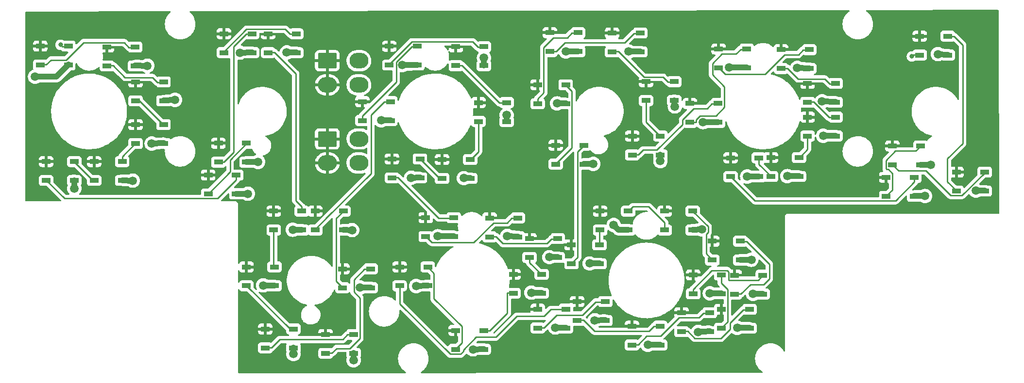
<source format=gbr>
%TF.GenerationSoftware,KiCad,Pcbnew,(6.0.9)*%
%TF.CreationDate,2023-01-06T21:05:43-09:00*%
%TF.ProjectId,HUD PANEL,48554420-5041-44e4-954c-2e6b69636164,rev?*%
%TF.SameCoordinates,Original*%
%TF.FileFunction,Copper,L1,Top*%
%TF.FilePolarity,Positive*%
%FSLAX46Y46*%
G04 Gerber Fmt 4.6, Leading zero omitted, Abs format (unit mm)*
G04 Created by KiCad (PCBNEW (6.0.9)) date 2023-01-06 21:05:43*
%MOMM*%
%LPD*%
G01*
G04 APERTURE LIST*
G04 Aperture macros list*
%AMRoundRect*
0 Rectangle with rounded corners*
0 $1 Rounding radius*
0 $2 $3 $4 $5 $6 $7 $8 $9 X,Y pos of 4 corners*
0 Add a 4 corners polygon primitive as box body*
4,1,4,$2,$3,$4,$5,$6,$7,$8,$9,$2,$3,0*
0 Add four circle primitives for the rounded corners*
1,1,$1+$1,$2,$3*
1,1,$1+$1,$4,$5*
1,1,$1+$1,$6,$7*
1,1,$1+$1,$8,$9*
0 Add four rect primitives between the rounded corners*
20,1,$1+$1,$2,$3,$4,$5,0*
20,1,$1+$1,$4,$5,$6,$7,0*
20,1,$1+$1,$6,$7,$8,$9,0*
20,1,$1+$1,$8,$9,$2,$3,0*%
G04 Aperture macros list end*
%TA.AperFunction,SMDPad,CuDef*%
%ADD10R,1.500000X0.900000*%
%TD*%
%TA.AperFunction,ComponentPad*%
%ADD11RoundRect,0.250001X-1.399999X1.099999X-1.399999X-1.099999X1.399999X-1.099999X1.399999X1.099999X0*%
%TD*%
%TA.AperFunction,ComponentPad*%
%ADD12O,3.300000X2.700000*%
%TD*%
%TA.AperFunction,ViaPad*%
%ADD13C,1.500000*%
%TD*%
%TA.AperFunction,ViaPad*%
%ADD14C,0.800000*%
%TD*%
%TA.AperFunction,Conductor*%
%ADD15C,1.000000*%
%TD*%
%TA.AperFunction,Conductor*%
%ADD16C,0.250000*%
%TD*%
G04 APERTURE END LIST*
D10*
%TO.P,D1,1,VDD*%
%TO.N,/LED+5V*%
X70854400Y-45086000D03*
%TO.P,D1,2,DOUT*%
%TO.N,Net-(D1-Pad2)*%
X70854400Y-48386000D03*
%TO.P,D1,3,VSS*%
%TO.N,/LEDGND*%
X75754400Y-48386000D03*
%TO.P,D1,4,DIN*%
%TO.N,/DATAIN*%
X75754400Y-45086000D03*
%TD*%
%TO.P,D2,1,VDD*%
%TO.N,/LED+5V*%
X82500000Y-45250000D03*
%TO.P,D2,2,DOUT*%
%TO.N,Net-(D2-Pad2)*%
X82500000Y-48550000D03*
%TO.P,D2,3,VSS*%
%TO.N,/LEDGND*%
X87400000Y-48550000D03*
%TO.P,D2,4,DIN*%
%TO.N,Net-(D1-Pad2)*%
X87400000Y-45250000D03*
%TD*%
%TO.P,D3,1,VDD*%
%TO.N,/LED+5V*%
X87450000Y-51350000D03*
%TO.P,D3,2,DOUT*%
%TO.N,Net-(D3-Pad2)*%
X87450000Y-54650000D03*
%TO.P,D3,3,VSS*%
%TO.N,/LEDGND*%
X92350000Y-54650000D03*
%TO.P,D3,4,DIN*%
%TO.N,Net-(D2-Pad2)*%
X92350000Y-51350000D03*
%TD*%
%TO.P,D4,1,VDD*%
%TO.N,/LED+5V*%
X87450000Y-58800000D03*
%TO.P,D4,2,DOUT*%
%TO.N,Net-(D4-Pad2)*%
X87450000Y-62100000D03*
%TO.P,D4,3,VSS*%
%TO.N,/LEDGND*%
X92350000Y-62100000D03*
%TO.P,D4,4,DIN*%
%TO.N,Net-(D3-Pad2)*%
X92350000Y-58800000D03*
%TD*%
%TO.P,D5,1,VDD*%
%TO.N,/LED+5V*%
X80250000Y-65250000D03*
%TO.P,D5,2,DOUT*%
%TO.N,Net-(D5-Pad2)*%
X80250000Y-68550000D03*
%TO.P,D5,3,VSS*%
%TO.N,/LEDGND*%
X85150000Y-68550000D03*
%TO.P,D5,4,DIN*%
%TO.N,Net-(D4-Pad2)*%
X85150000Y-65250000D03*
%TD*%
%TO.P,D6,1,VDD*%
%TO.N,/LED+5V*%
X71900000Y-65250000D03*
%TO.P,D6,2,DOUT*%
%TO.N,Net-(D6-Pad2)*%
X71900000Y-68550000D03*
%TO.P,D6,3,VSS*%
%TO.N,/LEDGND*%
X76800000Y-68550000D03*
%TO.P,D6,4,DIN*%
%TO.N,Net-(D5-Pad2)*%
X76800000Y-65250000D03*
%TD*%
%TO.P,D7,1,VDD*%
%TO.N,/LED+5V*%
X100129000Y-67616000D03*
%TO.P,D7,2,DOUT*%
%TO.N,Net-(D7-Pad2)*%
X100129000Y-70916000D03*
%TO.P,D7,3,VSS*%
%TO.N,/LEDGND*%
X105029000Y-70916000D03*
%TO.P,D7,4,DIN*%
%TO.N,Net-(D6-Pad2)*%
X105029000Y-67616000D03*
%TD*%
%TO.P,D9,1,VDD*%
%TO.N,/LED+5V*%
X102870000Y-42926800D03*
%TO.P,D9,2,DOUT*%
%TO.N,Net-(D10-Pad4)*%
X102870000Y-46226800D03*
%TO.P,D9,3,VSS*%
%TO.N,/LEDGND*%
X107770000Y-46226800D03*
%TO.P,D9,4,DIN*%
%TO.N,Net-(D8-Pad2)*%
X107770000Y-42926800D03*
%TD*%
%TO.P,D10,1,VDD*%
%TO.N,/LED+5V*%
X110600000Y-42950000D03*
%TO.P,D10,2,DOUT*%
%TO.N,Net-(D10-Pad2)*%
X110600000Y-46250000D03*
%TO.P,D10,3,VSS*%
%TO.N,/LEDGND*%
X115500000Y-46250000D03*
%TO.P,D10,4,DIN*%
%TO.N,Net-(D10-Pad4)*%
X115500000Y-42950000D03*
%TD*%
%TO.P,D11,1,VDD*%
%TO.N,/LED+5V*%
X111550000Y-73900000D03*
%TO.P,D11,2,DOUT*%
%TO.N,Net-(D11-Pad2)*%
X111550000Y-77200000D03*
%TO.P,D11,3,VSS*%
%TO.N,/LEDGND*%
X116450000Y-77200000D03*
%TO.P,D11,4,DIN*%
%TO.N,Net-(D10-Pad2)*%
X116450000Y-73900000D03*
%TD*%
%TO.P,D12,1,VDD*%
%TO.N,/LED+5V*%
X106800000Y-83650000D03*
%TO.P,D12,2,DOUT*%
%TO.N,Net-(D12-Pad2)*%
X106800000Y-86950000D03*
%TO.P,D12,3,VSS*%
%TO.N,/LEDGND*%
X111700000Y-86950000D03*
%TO.P,D12,4,DIN*%
%TO.N,Net-(D11-Pad2)*%
X111700000Y-83650000D03*
%TD*%
%TO.P,D13,1,VDD*%
%TO.N,/LED+5V*%
X110100000Y-94500000D03*
%TO.P,D13,2,DOUT*%
%TO.N,Net-(D13-Pad2)*%
X110100000Y-97800000D03*
%TO.P,D13,3,VSS*%
%TO.N,/LEDGND*%
X115000000Y-97800000D03*
%TO.P,D13,4,DIN*%
%TO.N,Net-(D12-Pad2)*%
X115000000Y-94500000D03*
%TD*%
%TO.P,D14,1,VDD*%
%TO.N,/LED+5V*%
X120600000Y-95450000D03*
%TO.P,D14,2,DOUT*%
%TO.N,Net-(D14-Pad2)*%
X120600000Y-98750000D03*
%TO.P,D14,3,VSS*%
%TO.N,/LEDGND*%
X125500000Y-98750000D03*
%TO.P,D14,4,DIN*%
%TO.N,Net-(D13-Pad2)*%
X125500000Y-95450000D03*
%TD*%
%TO.P,D15,1,VDD*%
%TO.N,/LED+5V*%
X123550000Y-84000000D03*
%TO.P,D15,2,DOUT*%
%TO.N,Net-(D15-Pad2)*%
X123550000Y-87300000D03*
%TO.P,D15,3,VSS*%
%TO.N,/LEDGND*%
X128450000Y-87300000D03*
%TO.P,D15,4,DIN*%
%TO.N,Net-(D14-Pad2)*%
X128450000Y-84000000D03*
%TD*%
%TO.P,D16,1,VDD*%
%TO.N,/LED+5V*%
X118800000Y-73900000D03*
%TO.P,D16,2,DOUT*%
%TO.N,Net-(D16-Pad2)*%
X118800000Y-77200000D03*
%TO.P,D16,3,VSS*%
%TO.N,/LEDGND*%
X123700000Y-77200000D03*
%TO.P,D16,4,DIN*%
%TO.N,Net-(D15-Pad2)*%
X123700000Y-73900000D03*
%TD*%
%TO.P,D17,1,VDD*%
%TO.N,/LED+5V*%
X126988000Y-54788800D03*
%TO.P,D17,2,DOUT*%
%TO.N,Net-(D17-Pad2)*%
X126988000Y-58088800D03*
%TO.P,D17,3,VSS*%
%TO.N,/LEDGND*%
X131888000Y-58088800D03*
%TO.P,D17,4,DIN*%
%TO.N,Net-(D16-Pad2)*%
X131888000Y-54788800D03*
%TD*%
%TO.P,D18,1,VDD*%
%TO.N,/LED+5V*%
X131700000Y-45100000D03*
%TO.P,D18,2,DOUT*%
%TO.N,Net-(D18-Pad2)*%
X131700000Y-48400000D03*
%TO.P,D18,3,VSS*%
%TO.N,/LEDGND*%
X136600000Y-48400000D03*
%TO.P,D18,4,DIN*%
%TO.N,Net-(D17-Pad2)*%
X136600000Y-45100000D03*
%TD*%
%TO.P,D19,1,VDD*%
%TO.N,/LED+5V*%
X143300000Y-45200000D03*
%TO.P,D19,2,DOUT*%
%TO.N,Net-(D19-Pad2)*%
X143300000Y-48500000D03*
%TO.P,D19,3,VSS*%
%TO.N,/LEDGND*%
X148200000Y-48500000D03*
%TO.P,D19,4,DIN*%
%TO.N,Net-(D18-Pad2)*%
X148200000Y-45200000D03*
%TD*%
%TO.P,D20,1,VDD*%
%TO.N,/LED+5V*%
X147250000Y-54950000D03*
%TO.P,D20,2,DOUT*%
%TO.N,Net-(D20-Pad2)*%
X147250000Y-58250000D03*
%TO.P,D20,3,VSS*%
%TO.N,/LEDGND*%
X152150000Y-58250000D03*
%TO.P,D20,4,DIN*%
%TO.N,Net-(D19-Pad2)*%
X152150000Y-54950000D03*
%TD*%
%TO.P,D21,1,VDD*%
%TO.N,/LED+5V*%
X140900000Y-64900000D03*
%TO.P,D21,2,DOUT*%
%TO.N,Net-(D21-Pad2)*%
X140900000Y-68200000D03*
%TO.P,D21,3,VSS*%
%TO.N,/LEDGND*%
X145800000Y-68200000D03*
%TO.P,D21,4,DIN*%
%TO.N,Net-(D20-Pad2)*%
X145800000Y-64900000D03*
%TD*%
%TO.P,D22,1,VDD*%
%TO.N,/LED+5V*%
X132150000Y-64800000D03*
%TO.P,D22,2,DOUT*%
%TO.N,Net-(D22-Pad2)*%
X132150000Y-68100000D03*
%TO.P,D22,3,VSS*%
%TO.N,/LEDGND*%
X137050000Y-68100000D03*
%TO.P,D22,4,DIN*%
%TO.N,Net-(D21-Pad2)*%
X137050000Y-64800000D03*
%TD*%
%TO.P,D23,1,VDD*%
%TO.N,/LED+5V*%
X138050000Y-75050000D03*
%TO.P,D23,2,DOUT*%
%TO.N,Net-(D23-Pad2)*%
X138050000Y-78350000D03*
%TO.P,D23,3,VSS*%
%TO.N,/LEDGND*%
X142950000Y-78350000D03*
%TO.P,D23,4,DIN*%
%TO.N,Net-(D22-Pad2)*%
X142950000Y-75050000D03*
%TD*%
%TO.P,D24,1,VDD*%
%TO.N,/LED+5V*%
X149200000Y-75100000D03*
%TO.P,D24,2,DOUT*%
%TO.N,Net-(D24-Pad2)*%
X149200000Y-78400000D03*
%TO.P,D24,3,VSS*%
%TO.N,/LEDGND*%
X154100000Y-78400000D03*
%TO.P,D24,4,DIN*%
%TO.N,Net-(D23-Pad2)*%
X154100000Y-75100000D03*
%TD*%
%TO.P,D25,1,VDD*%
%TO.N,/LED+5V*%
X156150000Y-78700000D03*
%TO.P,D25,2,DOUT*%
%TO.N,Net-(D25-Pad2)*%
X156150000Y-82000000D03*
%TO.P,D25,3,VSS*%
%TO.N,/LEDGND*%
X161050000Y-82000000D03*
%TO.P,D25,4,DIN*%
%TO.N,Net-(D24-Pad2)*%
X161050000Y-78700000D03*
%TD*%
%TO.P,D26,1,VDD*%
%TO.N,/LED+5V*%
X153350000Y-84950000D03*
%TO.P,D26,2,DOUT*%
%TO.N,Net-(D26-Pad2)*%
X153350000Y-88250000D03*
%TO.P,D26,3,VSS*%
%TO.N,/LEDGND*%
X158250000Y-88250000D03*
%TO.P,D26,4,DIN*%
%TO.N,Net-(D25-Pad2)*%
X158250000Y-84950000D03*
%TD*%
%TO.P,D27,1,VDD*%
%TO.N,/LED+5V*%
X143250000Y-94750000D03*
%TO.P,D27,2,DOUT*%
%TO.N,Net-(D27-Pad2)*%
X143250000Y-98050000D03*
%TO.P,D27,3,VSS*%
%TO.N,/LEDGND*%
X148150000Y-98050000D03*
%TO.P,D27,4,DIN*%
%TO.N,Net-(D26-Pad2)*%
X148150000Y-94750000D03*
%TD*%
%TO.P,D28,1,VDD*%
%TO.N,/LED+5V*%
X133500000Y-83650000D03*
%TO.P,D28,2,DOUT*%
%TO.N,Net-(D28-Pad2)*%
X133500000Y-86950000D03*
%TO.P,D28,3,VSS*%
%TO.N,/LEDGND*%
X138400000Y-86950000D03*
%TO.P,D28,4,DIN*%
%TO.N,Net-(D27-Pad2)*%
X138400000Y-83650000D03*
%TD*%
%TO.P,D29,1,VDD*%
%TO.N,/LED+5V*%
X157582000Y-91034400D03*
%TO.P,D29,2,DOUT*%
%TO.N,Net-(D29-Pad2)*%
X157582000Y-94334400D03*
%TO.P,D29,3,VSS*%
%TO.N,/LEDGND*%
X162482000Y-94334400D03*
%TO.P,D29,4,DIN*%
%TO.N,Net-(D28-Pad2)*%
X162482000Y-91034400D03*
%TD*%
%TO.P,D30,1,VDD*%
%TO.N,/LED+5V*%
X164450000Y-89700000D03*
%TO.P,D30,2,DOUT*%
%TO.N,Net-(D30-Pad2)*%
X164450000Y-93000000D03*
%TO.P,D30,3,VSS*%
%TO.N,/LEDGND*%
X169350000Y-93000000D03*
%TO.P,D30,4,DIN*%
%TO.N,Net-(D29-Pad2)*%
X169350000Y-89700000D03*
%TD*%
%TO.P,D31,1,VDD*%
%TO.N,/LED+5V*%
X174000000Y-94000000D03*
%TO.P,D31,2,DOUT*%
%TO.N,Net-(D31-Pad2)*%
X174000000Y-97300000D03*
%TO.P,D31,3,VSS*%
%TO.N,/LEDGND*%
X178900000Y-97300000D03*
%TO.P,D31,4,DIN*%
%TO.N,Net-(D30-Pad2)*%
X178900000Y-94000000D03*
%TD*%
%TO.P,D32,1,VDD*%
%TO.N,/LED+5V*%
X182650000Y-91650000D03*
%TO.P,D32,2,DOUT*%
%TO.N,Net-(D32-Pad2)*%
X182650000Y-94950000D03*
%TO.P,D32,3,VSS*%
%TO.N,/LEDGND*%
X187550000Y-94950000D03*
%TO.P,D32,4,DIN*%
%TO.N,Net-(D31-Pad2)*%
X187550000Y-91650000D03*
%TD*%
%TO.P,D33,1,VDD*%
%TO.N,/LED+5V*%
X189600000Y-91050000D03*
%TO.P,D33,2,DOUT*%
%TO.N,Net-(D33-Pad2)*%
X189600000Y-94350000D03*
%TO.P,D33,3,VSS*%
%TO.N,/LEDGND*%
X194500000Y-94350000D03*
%TO.P,D33,4,DIN*%
%TO.N,Net-(D32-Pad2)*%
X194500000Y-91050000D03*
%TD*%
%TO.P,D34,1,VDD*%
%TO.N,/LED+5V*%
X184650000Y-85050000D03*
%TO.P,D34,2,DOUT*%
%TO.N,Net-(D34-Pad2)*%
X184650000Y-88350000D03*
%TO.P,D34,3,VSS*%
%TO.N,/LEDGND*%
X189550000Y-88350000D03*
%TO.P,D34,4,DIN*%
%TO.N,Net-(D33-Pad2)*%
X189550000Y-85050000D03*
%TD*%
%TO.P,D35,1,VDD*%
%TO.N,/LED+5V*%
X191900000Y-85100000D03*
%TO.P,D35,2,DOUT*%
%TO.N,Net-(D35-Pad2)*%
X191900000Y-88400000D03*
%TO.P,D35,3,VSS*%
%TO.N,/LEDGND*%
X196800000Y-88400000D03*
%TO.P,D35,4,DIN*%
%TO.N,Net-(D34-Pad2)*%
X196800000Y-85100000D03*
%TD*%
%TO.P,D36,1,VDD*%
%TO.N,/LED+5V*%
X188000000Y-79150000D03*
%TO.P,D36,2,DOUT*%
%TO.N,Net-(D36-Pad2)*%
X188000000Y-82450000D03*
%TO.P,D36,3,VSS*%
%TO.N,/LEDGND*%
X192900000Y-82450000D03*
%TO.P,D36,4,DIN*%
%TO.N,Net-(D35-Pad2)*%
X192900000Y-79150000D03*
%TD*%
%TO.P,D37,1,VDD*%
%TO.N,/LED+5V*%
X179700000Y-73900000D03*
%TO.P,D37,2,DOUT*%
%TO.N,Net-(D37-Pad2)*%
X179700000Y-77200000D03*
%TO.P,D37,3,VSS*%
%TO.N,/LEDGND*%
X184600000Y-77200000D03*
%TO.P,D37,4,DIN*%
%TO.N,Net-(D36-Pad2)*%
X184600000Y-73900000D03*
%TD*%
%TO.P,D38,1,VDD*%
%TO.N,/LED+5V*%
X168450000Y-73900000D03*
%TO.P,D38,2,DOUT*%
%TO.N,Net-(D38-Pad2)*%
X168450000Y-77200000D03*
%TO.P,D38,3,VSS*%
%TO.N,/LEDGND*%
X173350000Y-77200000D03*
%TO.P,D38,4,DIN*%
%TO.N,Net-(D37-Pad2)*%
X173350000Y-73900000D03*
%TD*%
%TO.P,D39,1,VDD*%
%TO.N,/LED+5V*%
X163450000Y-79800000D03*
%TO.P,D39,2,DOUT*%
%TO.N,Net-(D39-Pad2)*%
X163450000Y-83100000D03*
%TO.P,D39,3,VSS*%
%TO.N,/LEDGND*%
X168350000Y-83100000D03*
%TO.P,D39,4,DIN*%
%TO.N,Net-(D38-Pad2)*%
X168350000Y-79800000D03*
%TD*%
%TO.P,D40,1,VDD*%
%TO.N,/LED+5V*%
X160708000Y-62409000D03*
%TO.P,D40,2,DOUT*%
%TO.N,Net-(D40-Pad2)*%
X160708000Y-65709000D03*
%TO.P,D40,3,VSS*%
%TO.N,/LEDGND*%
X165608000Y-65709000D03*
%TO.P,D40,4,DIN*%
%TO.N,Net-(D39-Pad2)*%
X165608000Y-62409000D03*
%TD*%
%TO.P,D41,1,VDD*%
%TO.N,/LED+5V*%
X157550000Y-51850000D03*
%TO.P,D41,2,DOUT*%
%TO.N,Net-(D41-Pad2)*%
X157550000Y-55150000D03*
%TO.P,D41,3,VSS*%
%TO.N,/LEDGND*%
X162450000Y-55150000D03*
%TO.P,D41,4,DIN*%
%TO.N,Net-(D40-Pad2)*%
X162450000Y-51850000D03*
%TD*%
%TO.P,D42,1,VDD*%
%TO.N,/LED+5V*%
X159700000Y-42750000D03*
%TO.P,D42,2,DOUT*%
%TO.N,Net-(D42-Pad2)*%
X159700000Y-46050000D03*
%TO.P,D42,3,VSS*%
%TO.N,/LEDGND*%
X164600000Y-46050000D03*
%TO.P,D42,4,DIN*%
%TO.N,Net-(D41-Pad2)*%
X164600000Y-42750000D03*
%TD*%
%TO.P,D43,1,VDD*%
%TO.N,/LED+5V*%
X170550000Y-42800000D03*
%TO.P,D43,2,DOUT*%
%TO.N,Net-(D43-Pad2)*%
X170550000Y-46100000D03*
%TO.P,D43,3,VSS*%
%TO.N,/LEDGND*%
X175450000Y-46100000D03*
%TO.P,D43,4,DIN*%
%TO.N,Net-(D42-Pad2)*%
X175450000Y-42800000D03*
%TD*%
%TO.P,D44,1,VDD*%
%TO.N,/LED+5V*%
X176450000Y-51300000D03*
%TO.P,D44,2,DOUT*%
%TO.N,Net-(D44-Pad2)*%
X176450000Y-54600000D03*
%TO.P,D44,3,VSS*%
%TO.N,/LEDGND*%
X181350000Y-54600000D03*
%TO.P,D44,4,DIN*%
%TO.N,Net-(D43-Pad2)*%
X181350000Y-51300000D03*
%TD*%
%TO.P,D45,1,VDD*%
%TO.N,/LED+5V*%
X174050000Y-60800000D03*
%TO.P,D45,2,DOUT*%
%TO.N,Net-(D45-Pad2)*%
X174050000Y-64100000D03*
%TO.P,D45,3,VSS*%
%TO.N,/LEDGND*%
X178950000Y-64100000D03*
%TO.P,D45,4,DIN*%
%TO.N,Net-(D44-Pad2)*%
X178950000Y-60800000D03*
%TD*%
%TO.P,D46,1,VDD*%
%TO.N,/LED+5V*%
X184100000Y-55100000D03*
%TO.P,D46,2,DOUT*%
%TO.N,Net-(D46-Pad2)*%
X184100000Y-58400000D03*
%TO.P,D46,3,VSS*%
%TO.N,/LEDGND*%
X189000000Y-58400000D03*
%TO.P,D46,4,DIN*%
%TO.N,Net-(D45-Pad2)*%
X189000000Y-55100000D03*
%TD*%
%TO.P,D47,1,VDD*%
%TO.N,/LED+5V*%
X189100000Y-45600000D03*
%TO.P,D47,2,DOUT*%
%TO.N,Net-(D47-Pad2)*%
X189100000Y-48900000D03*
%TO.P,D47,3,VSS*%
%TO.N,/LEDGND*%
X194000000Y-48900000D03*
%TO.P,D47,4,DIN*%
%TO.N,Net-(D46-Pad2)*%
X194000000Y-45600000D03*
%TD*%
%TO.P,D48,1,VDD*%
%TO.N,/LED+5V*%
X200000000Y-45700000D03*
%TO.P,D48,2,DOUT*%
%TO.N,Net-(D48-Pad2)*%
X200000000Y-49000000D03*
%TO.P,D48,3,VSS*%
%TO.N,/LEDGND*%
X204900000Y-49000000D03*
%TO.P,D48,4,DIN*%
%TO.N,Net-(D47-Pad2)*%
X204900000Y-45700000D03*
%TD*%
%TO.P,D49,1,VDD*%
%TO.N,/LED+5V*%
X204600000Y-51600000D03*
%TO.P,D49,2,DOUT*%
%TO.N,Net-(D49-Pad2)*%
X204600000Y-54900000D03*
%TO.P,D49,3,VSS*%
%TO.N,/LEDGND*%
X209500000Y-54900000D03*
%TO.P,D49,4,DIN*%
%TO.N,Net-(D48-Pad2)*%
X209500000Y-51600000D03*
%TD*%
%TO.P,D50,1,VDD*%
%TO.N,/LED+5V*%
X204600000Y-57500000D03*
%TO.P,D50,2,DOUT*%
%TO.N,Net-(D50-Pad2)*%
X204600000Y-60800000D03*
%TO.P,D50,3,VSS*%
%TO.N,/LEDGND*%
X209500000Y-60800000D03*
%TO.P,D50,4,DIN*%
%TO.N,Net-(D49-Pad2)*%
X209500000Y-57500000D03*
%TD*%
%TO.P,D51,1,VDD*%
%TO.N,/LED+5V*%
X198200000Y-64550000D03*
%TO.P,D51,2,DOUT*%
%TO.N,Net-(D51-Pad2)*%
X198200000Y-67850000D03*
%TO.P,D51,3,VSS*%
%TO.N,/LEDGND*%
X203100000Y-67850000D03*
%TO.P,D51,4,DIN*%
%TO.N,Net-(D50-Pad2)*%
X203100000Y-64550000D03*
%TD*%
%TO.P,D52,1,VDD*%
%TO.N,/LED+5V*%
X191200000Y-64600000D03*
%TO.P,D52,2,DOUT*%
%TO.N,Net-(D52-Pad2)*%
X191200000Y-67900000D03*
%TO.P,D52,3,VSS*%
%TO.N,/LEDGND*%
X196100000Y-67900000D03*
%TO.P,D52,4,DIN*%
%TO.N,Net-(D51-Pad2)*%
X196100000Y-64600000D03*
%TD*%
%TO.P,D53,1,VDD*%
%TO.N,/LED+5V*%
X218313000Y-68022000D03*
%TO.P,D53,2,DOUT*%
%TO.N,Net-(D53-Pad2)*%
X218313000Y-71322000D03*
%TO.P,D53,3,VSS*%
%TO.N,/LEDGND*%
X223213000Y-71322000D03*
%TO.P,D53,4,DIN*%
%TO.N,Net-(D52-Pad2)*%
X223213000Y-68022000D03*
%TD*%
%TO.P,D54,1,VDD*%
%TO.N,/LED+5V*%
X219382000Y-62536000D03*
%TO.P,D54,2,DOUT*%
%TO.N,Net-(D54-Pad2)*%
X219382000Y-65836000D03*
%TO.P,D54,3,VSS*%
%TO.N,/LEDGND*%
X224282000Y-65836000D03*
%TO.P,D54,4,DIN*%
%TO.N,Net-(D53-Pad2)*%
X224282000Y-62536000D03*
%TD*%
%TO.P,D55,1,VDD*%
%TO.N,/LED+5V*%
X230550000Y-67100000D03*
%TO.P,D55,2,DOUT*%
%TO.N,Net-(D55-Pad2)*%
X230550000Y-70400000D03*
%TO.P,D55,3,VSS*%
%TO.N,/LEDGND*%
X235450000Y-70400000D03*
%TO.P,D55,4,DIN*%
%TO.N,Net-(D54-Pad2)*%
X235450000Y-67100000D03*
%TD*%
%TO.P,D56,1,VDD*%
%TO.N,/LED+5V*%
X224150000Y-43350000D03*
%TO.P,D56,2,DOUT*%
%TO.N,/DATAOUT*%
X224150000Y-46650000D03*
%TO.P,D56,3,VSS*%
%TO.N,/LEDGND*%
X229050000Y-46650000D03*
%TO.P,D56,4,DIN*%
%TO.N,Net-(D55-Pad2)*%
X229050000Y-43350000D03*
%TD*%
%TO.P,D8,1,VDD*%
%TO.N,/LED+5V*%
X101907000Y-62053000D03*
%TO.P,D8,2,DOUT*%
%TO.N,Net-(D8-Pad2)*%
X101907000Y-65353000D03*
%TO.P,D8,3,VSS*%
%TO.N,/LEDGND*%
X106807000Y-65353000D03*
%TO.P,D8,4,DIN*%
%TO.N,Net-(D7-Pad2)*%
X106807000Y-62053000D03*
%TD*%
D11*
%TO.P,J2,1,Pin_1*%
%TO.N,/LED+5V*%
X120900000Y-47650000D03*
D12*
%TO.P,J2,2,Pin_2*%
X120900000Y-51850000D03*
%TO.P,J2,3,Pin_3*%
%TO.N,/LEDGND*%
X126400000Y-47650000D03*
%TO.P,J2,4,Pin_4*%
%TO.N,/DATAOUT*%
X126400000Y-51850000D03*
%TD*%
D11*
%TO.P,J1,1,Pin_1*%
%TO.N,/LED+5V*%
X120900000Y-61300000D03*
D12*
%TO.P,J1,2,Pin_2*%
X120900000Y-65500000D03*
%TO.P,J1,3,Pin_3*%
%TO.N,/LEDGND*%
X126400000Y-61300000D03*
%TO.P,J1,4,Pin_4*%
%TO.N,/DATAIN*%
X126400000Y-65500000D03*
%TD*%
D13*
%TO.N,/LEDGND*%
X130302000Y-58038800D03*
X186366000Y-58350000D03*
X144702000Y-68150000D03*
X152273000Y-78232000D03*
X89535000Y-48514000D03*
X201059000Y-67800000D03*
X105664000Y-46228000D03*
X186182000Y-77089000D03*
X148200000Y-47126000D03*
X162459000Y-46000000D03*
X181483000Y-55626000D03*
X176752000Y-97250000D03*
X194088000Y-67850000D03*
X76800000Y-69942000D03*
X233942000Y-70350000D03*
X136398000Y-86995000D03*
X227330000Y-46482000D03*
X152150000Y-57146000D03*
X167259000Y-65659000D03*
X166616000Y-83050000D03*
X202819000Y-48895000D03*
X207347000Y-60750000D03*
X126620000Y-87250000D03*
X192339000Y-94300000D03*
X90297000Y-62103000D03*
X125222000Y-77216000D03*
X187579000Y-88265000D03*
X156464000Y-88138000D03*
X178950000Y-65158000D03*
X107061000Y-70866000D03*
X133985000Y-48387000D03*
X167513000Y-92964000D03*
X225069000Y-71272000D03*
X170815000Y-76327000D03*
X160927000Y-55100000D03*
X207137000Y-54737000D03*
X115000000Y-98868000D03*
X114874000Y-77150000D03*
X146304000Y-98044000D03*
X125476000Y-99949000D03*
X190963000Y-48850000D03*
X108814000Y-65303000D03*
X173406000Y-46050000D03*
X159604000Y-81950000D03*
X86995000Y-68580000D03*
X109728000Y-86868000D03*
X194795000Y-82400000D03*
X185547000Y-94996000D03*
X195114000Y-88350000D03*
X94361000Y-54483000D03*
X135509000Y-68072000D03*
X140140000Y-78300000D03*
X160655000Y-94234000D03*
X69977000Y-50419000D03*
X113820000Y-46200000D03*
X226060000Y-65786000D03*
D14*
%TO.N,/DATAIN*%
X74399400Y-44856300D03*
%TO.N,/DATAOUT*%
X222776000Y-46898500D03*
%TD*%
D15*
%TO.N,/LEDGND*%
X167259000Y-65659000D02*
X167259000Y-65659000D01*
X181483000Y-55626000D02*
X181350000Y-55747000D01*
X136398000Y-86995000D02*
X136493000Y-86900000D01*
X145800000Y-68150000D02*
X144702000Y-68150000D01*
X167513000Y-92964000D02*
X167527000Y-92950000D01*
X86995000Y-68580000D02*
X86915000Y-68500000D01*
X87400000Y-48500000D02*
X89535000Y-48514000D01*
X162482000Y-94284400D02*
X160655000Y-94234000D01*
X123700000Y-77150000D02*
X125222000Y-77216000D01*
X186182000Y-77089000D02*
X186248000Y-77150000D01*
X125222000Y-77216000D02*
X125156000Y-77150000D01*
X235450000Y-70350000D02*
X233942000Y-70350000D01*
X76800000Y-68500000D02*
X76800000Y-69942000D01*
X152150000Y-58200000D02*
X152150000Y-57146000D01*
X85150000Y-68500000D02*
X86995000Y-68580000D01*
X133985000Y-48387000D02*
X133895000Y-48350000D01*
X202819000Y-48895000D02*
X202874000Y-48950000D01*
X173350000Y-77150000D02*
X171638000Y-77150000D01*
X181350000Y-54550000D02*
X181483000Y-55626000D01*
X203100000Y-67800000D02*
X201059000Y-67800000D01*
X131888000Y-58038800D02*
X130302000Y-58038800D01*
X92350000Y-54600000D02*
X94361000Y-54483000D01*
X224282000Y-65786000D02*
X226060000Y-65786000D01*
X146304000Y-98044000D02*
X146348000Y-98000000D01*
X125500000Y-98700000D02*
X125476000Y-99949000D01*
X165608000Y-65659000D02*
X167259000Y-65659000D01*
X105664000Y-46228000D02*
X105715000Y-46176800D01*
X142950000Y-78300000D02*
X140140000Y-78300000D01*
X227330000Y-46482000D02*
X227448000Y-46600000D01*
X116450000Y-77150000D02*
X114874000Y-77150000D01*
X138400000Y-86900000D02*
X136398000Y-86995000D01*
X161050000Y-81950000D02*
X159604000Y-81950000D01*
X89535000Y-48514000D02*
X89521000Y-48500000D01*
X185547000Y-94996000D02*
X185643000Y-94900000D01*
X107770000Y-46176800D02*
X105664000Y-46228000D01*
X187579000Y-88265000D02*
X187614000Y-88300000D01*
X148150000Y-98000000D02*
X146304000Y-98044000D01*
X148200000Y-48450000D02*
X148200000Y-47126000D01*
X209500000Y-54850000D02*
X207137000Y-54737000D01*
X204900000Y-48950000D02*
X202819000Y-48895000D01*
X189550000Y-88300000D02*
X187579000Y-88265000D01*
X137050000Y-68050000D02*
X135509000Y-68072000D01*
X90297000Y-62103000D02*
X90350000Y-62050000D01*
X73671400Y-50419000D02*
X69977000Y-50419000D01*
X192900000Y-82400000D02*
X194795000Y-82400000D01*
X92350000Y-62050000D02*
X90297000Y-62103000D01*
X75754400Y-48336000D02*
X73671400Y-50419000D01*
X154100000Y-78350000D02*
X152273000Y-78232000D01*
X135509000Y-68072000D02*
X135531000Y-68050000D01*
X115000000Y-97750000D02*
X115000000Y-98868000D01*
X189000000Y-58350000D02*
X186366000Y-58350000D01*
X178950000Y-64050000D02*
X178950000Y-65158000D01*
X207137000Y-54737000D02*
X207250000Y-54850000D01*
X164600000Y-46000000D02*
X162459000Y-46000000D01*
X109728000Y-86868000D02*
X109760000Y-86900000D01*
X128450000Y-87250000D02*
X126620000Y-87250000D01*
X184600000Y-77150000D02*
X186182000Y-77089000D01*
X169350000Y-92950000D02*
X167513000Y-92964000D01*
X175450000Y-46050000D02*
X173406000Y-46050000D01*
X106807000Y-65303000D02*
X108814000Y-65303000D01*
X195114000Y-88350000D02*
X194987000Y-88350000D01*
X194500000Y-94300000D02*
X192339000Y-94300000D01*
X168350000Y-83050000D02*
X166616000Y-83050000D01*
X229050000Y-46600000D02*
X227330000Y-46482000D01*
X152273000Y-78232000D02*
X152264000Y-78350000D01*
X125476000Y-99949000D02*
X125500000Y-99925000D01*
X223213000Y-71272000D02*
X225069000Y-71272000D01*
X162450000Y-55100000D02*
X160927000Y-55100000D01*
X196800000Y-88350000D02*
X195114000Y-88350000D01*
X160655000Y-94234000D02*
X160705000Y-94284400D01*
X105029000Y-70866000D02*
X107061000Y-70866000D01*
X136600000Y-48350000D02*
X133985000Y-48387000D01*
X187550000Y-94900000D02*
X185547000Y-94996000D01*
X194000000Y-48850000D02*
X190963000Y-48850000D01*
X111700000Y-86900000D02*
X109728000Y-86868000D01*
X115500000Y-46200000D02*
X113820000Y-46200000D01*
X158250000Y-88200000D02*
X156464000Y-88138000D01*
X94361000Y-54483000D02*
X94244000Y-54600000D01*
X178900000Y-97250000D02*
X176752000Y-97250000D01*
X171638000Y-77150000D02*
X170815000Y-76327000D01*
X156464000Y-88138000D02*
X156526000Y-88200000D01*
X196100000Y-67850000D02*
X194088000Y-67850000D01*
X209500000Y-60750000D02*
X207347000Y-60750000D01*
X140140000Y-78300000D02*
X140013000Y-78300000D01*
D16*
%TO.N,/DATAIN*%
X74679100Y-45136000D02*
X74399400Y-44856300D01*
X75754400Y-45136000D02*
X74679100Y-45136000D01*
%TO.N,Net-(D10-Pad4)*%
X102870000Y-46092400D02*
X106811000Y-42151400D01*
X106811000Y-42151400D02*
X113576000Y-42151400D01*
X114425000Y-43000000D02*
X115500000Y-43000000D01*
X113576000Y-42151400D02*
X114425000Y-43000000D01*
X102870000Y-46176800D02*
X102870000Y-46092400D01*
%TO.N,/DATAOUT*%
X223075000Y-46600000D02*
X222776000Y-46898500D01*
X224150000Y-46600000D02*
X223075000Y-46600000D01*
%TO.N,Net-(D1-Pad2)*%
X71929700Y-48336000D02*
X72755000Y-47510700D01*
X70854400Y-48336000D02*
X71929700Y-48336000D01*
X75360500Y-47510700D02*
X78396500Y-44474700D01*
X86324700Y-45300000D02*
X87400000Y-45300000D01*
X78396500Y-44474700D02*
X85499400Y-44474700D01*
X85499400Y-44474700D02*
X86324700Y-45300000D01*
X72755000Y-47510700D02*
X75360500Y-47510700D01*
%TO.N,Net-(D2-Pad2)*%
X90449400Y-50574700D02*
X91274700Y-51400000D01*
X85650000Y-50574700D02*
X90449400Y-50574700D01*
X82500000Y-48500000D02*
X83575300Y-48500000D01*
X91274700Y-51400000D02*
X92350000Y-51400000D01*
X83575300Y-48500000D02*
X85650000Y-50574700D01*
%TO.N,Net-(D3-Pad2)*%
X87450000Y-54600000D02*
X88100000Y-54600000D01*
X88100000Y-54600000D02*
X92350000Y-58850000D01*
%TO.N,Net-(D4-Pad2)*%
X85150000Y-65300000D02*
X85150000Y-64350000D01*
X85150000Y-64350000D02*
X87450000Y-62050000D01*
%TO.N,Net-(D5-Pad2)*%
X76800000Y-65300000D02*
X80000000Y-68500000D01*
X80000000Y-68500000D02*
X80250000Y-68500000D01*
%TO.N,Net-(D6-Pad2)*%
X105029000Y-67666000D02*
X105029000Y-68416000D01*
X101753999Y-71691001D02*
X75091001Y-71691001D01*
X105029000Y-68416000D02*
X101753999Y-71691001D01*
X75091001Y-71691001D02*
X71900000Y-68500000D01*
%TO.N,Net-(D7-Pad2)*%
X103953999Y-64956001D02*
X103953999Y-67041001D01*
X106807000Y-62103000D02*
X103953999Y-64956001D01*
X103953999Y-67041001D02*
X100129000Y-70866000D01*
%TO.N,Net-(D8-Pad2)*%
X104588999Y-45157801D02*
X106770000Y-42976800D01*
X104588999Y-63621001D02*
X104588999Y-45157801D01*
X102907000Y-65303000D02*
X104588999Y-63621001D01*
X106770000Y-42976800D02*
X107770000Y-42976800D01*
X101907000Y-65303000D02*
X102907000Y-65303000D01*
%TO.N,Net-(D10-Pad2)*%
X116450000Y-73143000D02*
X115375000Y-72068000D01*
X110600000Y-46200000D02*
X111675000Y-46200000D01*
X115375000Y-49899400D02*
X115375000Y-72068000D01*
X111675000Y-46200000D02*
X115375000Y-49899400D01*
X116450000Y-73950000D02*
X116450000Y-73143000D01*
%TO.N,Net-(D11-Pad2)*%
X111550000Y-77150000D02*
X111550000Y-83550000D01*
X111550000Y-83550000D02*
X111700000Y-83700000D01*
%TO.N,Net-(D12-Pad2)*%
X106800000Y-86900000D02*
X114450000Y-94550000D01*
X114450000Y-94550000D02*
X115000000Y-94550000D01*
%TO.N,Net-(D13-Pad2)*%
X123599000Y-96325300D02*
X124425000Y-95500000D01*
X110100000Y-97750000D02*
X111175000Y-97750000D01*
X112600000Y-96325300D02*
X123599000Y-96325300D01*
X124425000Y-95500000D02*
X125500000Y-95500000D01*
X111175000Y-97750000D02*
X112600000Y-96325300D01*
%TO.N,Net-(D14-Pad2)*%
X126575000Y-89073200D02*
X125541000Y-88038800D01*
X122501000Y-97874700D02*
X124847000Y-97874700D01*
X126575000Y-96146200D02*
X126575000Y-89073200D01*
X125541000Y-85883700D02*
X127375000Y-84050000D01*
X127375000Y-84050000D02*
X128450000Y-84050000D01*
X120600000Y-98700000D02*
X121675000Y-98700000D01*
X125541000Y-88038800D02*
X125541000Y-85883700D01*
X124847000Y-97874700D02*
X126575000Y-96146200D01*
X121675000Y-98700000D02*
X122501000Y-97874700D01*
%TO.N,Net-(D15-Pad2)*%
X123700000Y-73950000D02*
X122474999Y-75175001D01*
X122474999Y-75175001D02*
X122474999Y-86174999D01*
X122474999Y-86174999D02*
X123550000Y-87250000D01*
%TO.N,Net-(D16-Pad2)*%
X128514000Y-67347400D02*
X128514000Y-57137800D01*
X118800000Y-77060868D02*
X120853934Y-75006934D01*
X130813000Y-54838800D02*
X131888000Y-54838800D01*
X120853934Y-75006934D02*
X128514000Y-67347400D01*
X118800000Y-77150000D02*
X118800000Y-77060868D01*
X128514000Y-57137800D02*
X130813000Y-54838800D01*
%TO.N,Net-(D17-Pad2)*%
X126988000Y-58038800D02*
X126988000Y-57288800D01*
X126988000Y-57288800D02*
X132909999Y-51366801D01*
X132909999Y-51366801D02*
X132909999Y-47870999D01*
X132909999Y-47870999D02*
X135630998Y-45150000D01*
X135630998Y-45150000D02*
X136600000Y-45150000D01*
%TO.N,Net-(D18-Pad2)*%
X146199000Y-44324600D02*
X147125000Y-45250000D01*
X131700000Y-48350000D02*
X131700000Y-48265600D01*
X131700000Y-48265600D02*
X135641000Y-44324600D01*
X147125000Y-45250000D02*
X148200000Y-45250000D01*
X135641000Y-44324600D02*
X146199000Y-44324600D01*
%TO.N,Net-(D19-Pad2)*%
X143300000Y-48450000D02*
X144375000Y-48450000D01*
X144375000Y-48450000D02*
X150925000Y-55000000D01*
X150925000Y-55000000D02*
X152150000Y-55000000D01*
%TO.N,Net-(D20-Pad2)*%
X147250000Y-63500000D02*
X145800000Y-64950000D01*
X147250000Y-58200000D02*
X147250000Y-63500000D01*
%TO.N,Net-(D21-Pad2)*%
X140350000Y-68150000D02*
X137050000Y-64850000D01*
X140900000Y-68150000D02*
X140350000Y-68150000D01*
%TO.N,Net-(D22-Pad2)*%
X132150000Y-68050000D02*
X133225000Y-68050000D01*
X140275000Y-75100000D02*
X142950000Y-75100000D01*
X133225000Y-68050000D02*
X140275000Y-75100000D01*
%TO.N,Net-(D23-Pad2)*%
X152199000Y-75975300D02*
X153025000Y-75150000D01*
X138050000Y-78300000D02*
X139131000Y-79380700D01*
X146424000Y-79380700D02*
X149830000Y-75975300D01*
X139131000Y-79380700D02*
X146424000Y-79380700D01*
X149830000Y-75975300D02*
X152199000Y-75975300D01*
X153025000Y-75150000D02*
X154100000Y-75150000D01*
%TO.N,Net-(D24-Pad2)*%
X149200000Y-78350000D02*
X150275000Y-78350000D01*
X150275000Y-78350000D02*
X151501000Y-79575300D01*
X159975000Y-78750000D02*
X161050000Y-78750000D01*
X159149000Y-79575300D02*
X159975000Y-78750000D01*
X151501000Y-79575300D02*
X159149000Y-79575300D01*
%TO.N,Net-(D25-Pad2)*%
X156150000Y-81950000D02*
X156150000Y-82900000D01*
X156150000Y-82900000D02*
X158250000Y-85000000D01*
%TO.N,Net-(D26-Pad2)*%
X152275000Y-91750600D02*
X149225000Y-94800000D01*
X153350000Y-88200000D02*
X152275000Y-88200000D01*
X149225000Y-94800000D02*
X148150000Y-94800000D01*
X152275000Y-88200000D02*
X152275000Y-91750600D01*
%TO.N,Net-(D27-Pad2)*%
X143250000Y-98000000D02*
X144325001Y-96924999D01*
X144325001Y-96924999D02*
X144325001Y-94039999D01*
X139475001Y-84775001D02*
X138400000Y-83700000D01*
X144325001Y-94039999D02*
X139475001Y-89189999D01*
X139475001Y-89189999D02*
X139475001Y-84775001D01*
%TO.N,Net-(D28-Pad2)*%
X142295298Y-98880300D02*
X144154000Y-98880300D01*
X144618000Y-98145200D02*
X146860000Y-95902700D01*
X150281000Y-95902700D02*
X153916000Y-92268300D01*
X144154000Y-98880300D02*
X144618000Y-98416700D01*
X146860000Y-95902700D02*
X150281000Y-95902700D01*
X144618000Y-98416700D02*
X144618000Y-98145200D01*
X158657000Y-92268300D02*
X159841000Y-91084400D01*
X133500000Y-86900000D02*
X133500000Y-90085002D01*
X159841000Y-91084400D02*
X162482000Y-91084400D01*
X153916000Y-92268300D02*
X158657000Y-92268300D01*
X133500000Y-90085002D02*
X142295298Y-98880300D01*
%TO.N,Net-(D29-Pad2)*%
X165363000Y-92050700D02*
X167664000Y-89750000D01*
X157582000Y-94284400D02*
X158657000Y-94284400D01*
X167664000Y-89750000D02*
X169350000Y-89750000D01*
X160891000Y-92050700D02*
X165363000Y-92050700D01*
X158657000Y-94284400D02*
X160891000Y-92050700D01*
%TO.N,Net-(D30-Pad2)*%
X167451000Y-94875300D02*
X176999000Y-94875300D01*
X164450000Y-92950000D02*
X165525000Y-92950000D01*
X177825000Y-94050000D02*
X178900000Y-94050000D01*
X165525000Y-92950000D02*
X167451000Y-94875300D01*
X176999000Y-94875300D02*
X177825000Y-94050000D01*
%TO.N,Net-(D31-Pad2)*%
X182201000Y-92525300D02*
X185649000Y-92525300D01*
X176581000Y-95744400D02*
X178982000Y-95744400D01*
X186475000Y-91700000D02*
X187550000Y-91700000D01*
X185649000Y-92525300D02*
X186475000Y-91700000D01*
X178982000Y-95744400D02*
X182201000Y-92525300D01*
X175075000Y-97250000D02*
X176581000Y-95744400D01*
X174000000Y-97250000D02*
X175075000Y-97250000D01*
%TO.N,Net-(D32-Pad2)*%
X191126000Y-93399000D02*
X193425000Y-91100000D01*
X191126000Y-94497700D02*
X191126000Y-93399000D01*
X193425000Y-91100000D02*
X194500000Y-91100000D01*
X182650000Y-94900000D02*
X183725000Y-94900000D01*
X189505000Y-96118100D02*
X191126000Y-94497700D01*
X183725000Y-94900000D02*
X184943000Y-96118100D01*
X184943000Y-96118100D02*
X189505000Y-96118100D01*
%TO.N,Net-(D33-Pad2)*%
X190675001Y-93224999D02*
X189600000Y-94300000D01*
X190675001Y-87581999D02*
X190675001Y-93224999D01*
X189550000Y-86456998D02*
X190675001Y-87581999D01*
X189550000Y-85100000D02*
X189550000Y-86456998D01*
%TO.N,Net-(D34-Pad2)*%
X184650000Y-88300000D02*
X184650000Y-87550000D01*
X184650000Y-87550000D02*
X187925001Y-84274999D01*
X187925001Y-84274999D02*
X190560001Y-84274999D01*
X190824999Y-84539997D02*
X190824999Y-85910001D01*
X190560001Y-84274999D02*
X190824999Y-84539997D01*
X190824999Y-85910001D02*
X190889999Y-85975001D01*
X195974999Y-85975001D02*
X196800000Y-85150000D01*
X190889999Y-85975001D02*
X195974999Y-85975001D01*
%TO.N,Net-(D35-Pad2)*%
X193975000Y-79200000D02*
X192900000Y-79200000D01*
X197920000Y-85741500D02*
X197920000Y-83144700D01*
X191900000Y-88350000D02*
X192975000Y-88350000D01*
X194623000Y-86702600D02*
X196959000Y-86702600D01*
X192975000Y-88350000D02*
X194623000Y-86702600D01*
X197920000Y-83144700D02*
X193975000Y-79200000D01*
X196959000Y-86702600D02*
X197920000Y-85741500D01*
%TO.N,Net-(D36-Pad2)*%
X187257001Y-77605001D02*
X187257001Y-76607001D01*
X186924999Y-81324999D02*
X186924999Y-77937003D01*
X187257001Y-76607001D02*
X184600000Y-73950000D01*
X188000000Y-82400000D02*
X186924999Y-81324999D01*
X186924999Y-77937003D02*
X187257001Y-77605001D01*
%TO.N,Net-(D37-Pad2)*%
X174175001Y-73124999D02*
X176883999Y-73124999D01*
X173350000Y-73950000D02*
X174175001Y-73124999D01*
X179700000Y-75941000D02*
X179700000Y-77150000D01*
X176883999Y-73124999D02*
X179700000Y-75941000D01*
%TO.N,Net-(D38-Pad2)*%
X168350000Y-77250000D02*
X168450000Y-77150000D01*
X168350000Y-79850000D02*
X168350000Y-77250000D01*
%TO.N,Net-(D39-Pad2)*%
X164532999Y-63534001D02*
X164532999Y-81967001D01*
X164532999Y-81967001D02*
X163450000Y-83050000D01*
X165608000Y-62459000D02*
X164532999Y-63534001D01*
%TO.N,Net-(D40-Pad2)*%
X162450000Y-51900000D02*
X163525001Y-52975001D01*
X163525001Y-62841999D02*
X160708000Y-65659000D01*
X163525001Y-52975001D02*
X163525001Y-62841999D01*
%TO.N,Net-(D41-Pad2)*%
X157550000Y-55100000D02*
X157550000Y-54290000D01*
X158625000Y-53215000D02*
X158625000Y-45301700D01*
X160301000Y-43625300D02*
X162699000Y-43625300D01*
X158625000Y-45301700D02*
X160301000Y-43625300D01*
X163525000Y-42800000D02*
X164600000Y-42800000D01*
X157550000Y-54290000D02*
X158625000Y-53215000D01*
X162699000Y-43625300D02*
X163525000Y-42800000D01*
%TO.N,Net-(D42-Pad2)*%
X160775000Y-46000000D02*
X162284000Y-44491000D01*
X172734000Y-44491000D02*
X174375000Y-42850000D01*
X174375000Y-42850000D02*
X175450000Y-42850000D01*
X159700000Y-46000000D02*
X160775000Y-46000000D01*
X162284000Y-44491000D02*
X172734000Y-44491000D01*
%TO.N,Net-(D43-Pad2)*%
X180275000Y-51350000D02*
X181350000Y-51350000D01*
X170550000Y-46050000D02*
X171625000Y-46050000D01*
X171625000Y-46050000D02*
X176100000Y-50524700D01*
X176100000Y-50524700D02*
X179449000Y-50524700D01*
X179449000Y-50524700D02*
X180275000Y-51350000D01*
%TO.N,Net-(D44-Pad2)*%
X176450000Y-58350000D02*
X178950000Y-60850000D01*
X176450000Y-54550000D02*
X176450000Y-58350000D01*
%TO.N,Net-(D45-Pad2)*%
X175125000Y-64050000D02*
X175951000Y-63224700D01*
X184757000Y-55975300D02*
X187099000Y-55975300D01*
X182808000Y-58759200D02*
X182808000Y-57924100D01*
X178343000Y-63224700D02*
X182808000Y-58759200D01*
X174050000Y-64050000D02*
X175125000Y-64050000D01*
X175951000Y-63224700D02*
X178343000Y-63224700D01*
X182808000Y-57924100D02*
X184757000Y-55975300D01*
X187099000Y-55975300D02*
X187925000Y-55150000D01*
X187925000Y-55150000D02*
X189000000Y-55150000D01*
%TO.N,Net-(D46-Pad2)*%
X190104000Y-52154100D02*
X188025000Y-50074300D01*
X188025000Y-48141800D02*
X189691000Y-46475300D01*
X192099000Y-46475300D02*
X192925000Y-45650000D01*
X189691000Y-46475300D02*
X192099000Y-46475300D01*
X188025000Y-50074300D02*
X188025000Y-48141800D01*
X185838000Y-57274600D02*
X188623000Y-57274600D01*
X190104000Y-55792800D02*
X190104000Y-52154100D01*
X188623000Y-57274600D02*
X190104000Y-55792800D01*
X184100000Y-58350000D02*
X185175000Y-58350000D01*
X185175000Y-57937300D02*
X185838000Y-57274600D01*
X192925000Y-45650000D02*
X194000000Y-45650000D01*
X185175000Y-58350000D02*
X185175000Y-57937300D01*
%TO.N,Net-(D47-Pad2)*%
X190225000Y-49974800D02*
X197213000Y-49974800D01*
X189100000Y-48850000D02*
X190225000Y-49974800D01*
X197213000Y-49974800D02*
X200613000Y-46575300D01*
X200613000Y-46575300D02*
X202999000Y-46575300D01*
X203825000Y-45750000D02*
X204900000Y-45750000D01*
X202999000Y-46575300D02*
X203825000Y-45750000D01*
%TO.N,Net-(D48-Pad2)*%
X201075000Y-48950000D02*
X202950000Y-50824700D01*
X208425000Y-51650000D02*
X209500000Y-51650000D01*
X200000000Y-48950000D02*
X201075000Y-48950000D01*
X207599000Y-50824700D02*
X208425000Y-51650000D01*
X202950000Y-50824700D02*
X207599000Y-50824700D01*
%TO.N,Net-(D49-Pad2)*%
X204600000Y-54850000D02*
X205675000Y-54850000D01*
X208375000Y-57550000D02*
X209500000Y-57550000D01*
X205675000Y-54850000D02*
X208375000Y-57550000D01*
%TO.N,Net-(D50-Pad2)*%
X204600000Y-60750000D02*
X204600000Y-63100000D01*
X204600000Y-63100000D02*
X203100000Y-64600000D01*
%TO.N,Net-(D51-Pad2)*%
X196100000Y-65700000D02*
X198200000Y-67800000D01*
X196100000Y-64650000D02*
X196100000Y-65700000D01*
%TO.N,Net-(D52-Pad2)*%
X195447001Y-72097001D02*
X191200000Y-67850000D01*
X223213000Y-68822000D02*
X219937999Y-72097001D01*
X223213000Y-68072000D02*
X223213000Y-68822000D01*
X219937999Y-72097001D02*
X195447001Y-72097001D01*
%TO.N,Net-(D53-Pad2)*%
X219388001Y-67311999D02*
X218687003Y-66611001D01*
X223456999Y-63411001D02*
X224282000Y-62586000D01*
X218306999Y-66546001D02*
X218306999Y-65025999D01*
X218306999Y-65025999D02*
X219921997Y-63411001D01*
X218687003Y-66611001D02*
X218371999Y-66611001D01*
X219388001Y-70196999D02*
X219388001Y-67311999D01*
X218371999Y-66611001D02*
X218306999Y-66546001D01*
X218313000Y-71272000D02*
X219388001Y-70196999D01*
X219921997Y-63411001D02*
X223456999Y-63411001D01*
%TO.N,Net-(D54-Pad2)*%
X220457001Y-66861001D02*
X225225999Y-66861001D01*
X231525997Y-71175001D02*
X235450000Y-67250998D01*
X225225999Y-66861001D02*
X229539999Y-71175001D01*
X235450000Y-67250998D02*
X235450000Y-67150000D01*
X229539999Y-71175001D02*
X231525997Y-71175001D01*
X219382000Y-65786000D02*
X220457001Y-66861001D01*
%TO.N,Net-(D55-Pad2)*%
X228981000Y-68781000D02*
X228981000Y-64724000D01*
X230550000Y-70350000D02*
X228981000Y-68781000D01*
X228981000Y-64724000D02*
X231625000Y-62080000D01*
X231625000Y-62080000D02*
X231625000Y-44900000D01*
X230125000Y-43400000D02*
X229050000Y-43400000D01*
X231625000Y-44900000D02*
X230125000Y-43400000D01*
%TD*%
%TA.AperFunction,Conductor*%
%TO.N,/LED+5V*%
G36*
X237839630Y-38781705D02*
G01*
X237886199Y-38835294D01*
X237897660Y-38887449D01*
X237898517Y-39196230D01*
X237995737Y-74244276D01*
X237995737Y-74244350D01*
X237975923Y-74312526D01*
X237922397Y-74359168D01*
X237869737Y-74370700D01*
X201176623Y-74370700D01*
X201175853Y-74370698D01*
X201175037Y-74370693D01*
X201098279Y-74370224D01*
X201075918Y-74376615D01*
X201069847Y-74378350D01*
X201053085Y-74381928D01*
X201023813Y-74386120D01*
X201001835Y-74396113D01*
X201000438Y-74396748D01*
X200982914Y-74403196D01*
X200958229Y-74410251D01*
X200950635Y-74415043D01*
X200950632Y-74415044D01*
X200933220Y-74426030D01*
X200918137Y-74434169D01*
X200891218Y-74446408D01*
X200884416Y-74452269D01*
X200871765Y-74463170D01*
X200856761Y-74474273D01*
X200835042Y-74487976D01*
X200829103Y-74494701D01*
X200829099Y-74494704D01*
X200815468Y-74510138D01*
X200803276Y-74522182D01*
X200787673Y-74535627D01*
X200787671Y-74535630D01*
X200780873Y-74541487D01*
X200775993Y-74549016D01*
X200775992Y-74549017D01*
X200766906Y-74563035D01*
X200755615Y-74577909D01*
X200744569Y-74590417D01*
X200738622Y-74597151D01*
X200726538Y-74622889D01*
X200726058Y-74623911D01*
X200717737Y-74638891D01*
X200706529Y-74656183D01*
X200706527Y-74656188D01*
X200701648Y-74663715D01*
X200699078Y-74672308D01*
X200699076Y-74672313D01*
X200694289Y-74688320D01*
X200687628Y-74705764D01*
X200681661Y-74718474D01*
X200676719Y-74729000D01*
X200675338Y-74737867D01*
X200675338Y-74737868D01*
X200672170Y-74758215D01*
X200668387Y-74774932D01*
X200662485Y-74794666D01*
X200662484Y-74794672D01*
X200659914Y-74803266D01*
X200659727Y-74833968D01*
X200659704Y-74837697D01*
X200659671Y-74838489D01*
X200659500Y-74839586D01*
X200659500Y-74870577D01*
X200659498Y-74871347D01*
X200659024Y-74948921D01*
X200659408Y-74950265D01*
X200659500Y-74951610D01*
X200659500Y-98274651D01*
X200639498Y-98342772D01*
X200585842Y-98389265D01*
X200515568Y-98399369D01*
X200450988Y-98369875D01*
X200425554Y-98339640D01*
X200376774Y-98258617D01*
X200317132Y-98159552D01*
X200314805Y-98156568D01*
X200314800Y-98156561D01*
X200122143Y-97909527D01*
X200122141Y-97909524D01*
X200119807Y-97906532D01*
X199893513Y-97679051D01*
X199641530Y-97480404D01*
X199615574Y-97464591D01*
X199370739Y-97315436D01*
X199367507Y-97313467D01*
X199364063Y-97311901D01*
X199364059Y-97311899D01*
X199233258Y-97252428D01*
X199075414Y-97180661D01*
X198769481Y-97083907D01*
X198454140Y-97024607D01*
X198133959Y-97003622D01*
X198130179Y-97003830D01*
X198130178Y-97003830D01*
X198016907Y-97010063D01*
X197813576Y-97021253D01*
X197497631Y-97077247D01*
X197494006Y-97078352D01*
X197494001Y-97078353D01*
X197327730Y-97129029D01*
X197190702Y-97170792D01*
X196897234Y-97300533D01*
X196823252Y-97344548D01*
X196624733Y-97462654D01*
X196624727Y-97462658D01*
X196621478Y-97464591D01*
X196618486Y-97466899D01*
X196618482Y-97466902D01*
X196421123Y-97619163D01*
X196367428Y-97660588D01*
X196364726Y-97663248D01*
X196364719Y-97663254D01*
X196147929Y-97876666D01*
X196138765Y-97885687D01*
X196136401Y-97888654D01*
X196136398Y-97888657D01*
X195941166Y-98133659D01*
X195938801Y-98136627D01*
X195770433Y-98409772D01*
X195768844Y-98413219D01*
X195637685Y-98697722D01*
X195637681Y-98697732D01*
X195636098Y-98701166D01*
X195634939Y-98704766D01*
X195634936Y-98704773D01*
X195539029Y-99002598D01*
X195537744Y-99006588D01*
X195537025Y-99010304D01*
X195537023Y-99010312D01*
X195477548Y-99317715D01*
X195476794Y-99321614D01*
X195476527Y-99325390D01*
X195476526Y-99325395D01*
X195463050Y-99515730D01*
X195454132Y-99641681D01*
X195454321Y-99645473D01*
X195455522Y-99669599D01*
X195469159Y-99943525D01*
X195470086Y-99962152D01*
X195470729Y-99965892D01*
X195507119Y-100177669D01*
X195524425Y-100278386D01*
X195525513Y-100282025D01*
X195525514Y-100282028D01*
X195565589Y-100416027D01*
X195616362Y-100585801D01*
X195617875Y-100589272D01*
X195617877Y-100589278D01*
X195651939Y-100667428D01*
X195744564Y-100879944D01*
X195746487Y-100883215D01*
X195746489Y-100883219D01*
X195905253Y-101153285D01*
X195905258Y-101153293D01*
X195907176Y-101156555D01*
X195909477Y-101159570D01*
X196011695Y-101293507D01*
X196101841Y-101411627D01*
X196104489Y-101414346D01*
X196104494Y-101414351D01*
X196323093Y-101638750D01*
X196325739Y-101641466D01*
X196328683Y-101643837D01*
X196328686Y-101643840D01*
X196572675Y-101840363D01*
X196572680Y-101840367D01*
X196575628Y-101842741D01*
X196578850Y-101844750D01*
X196578855Y-101844754D01*
X196711972Y-101927773D01*
X196759189Y-101980792D01*
X196770245Y-102050923D01*
X196741631Y-102115898D01*
X196682431Y-102155088D01*
X196645362Y-102160685D01*
X156122830Y-102182058D01*
X137313618Y-102191978D01*
X137245488Y-102172012D01*
X137198967Y-102118381D01*
X137188826Y-102048112D01*
X137218285Y-101983516D01*
X137250268Y-101957024D01*
X137306823Y-101924174D01*
X137365350Y-101890179D01*
X137368372Y-101887898D01*
X137368376Y-101887895D01*
X137618414Y-101699135D01*
X137618415Y-101699134D01*
X137621438Y-101696852D01*
X137852445Y-101474160D01*
X137854839Y-101471219D01*
X137854844Y-101471214D01*
X138052632Y-101228269D01*
X138052635Y-101228265D01*
X138055026Y-101225328D01*
X138172023Y-101039899D01*
X138224219Y-100957174D01*
X138224221Y-100957171D01*
X138226246Y-100953961D01*
X138363624Y-100663990D01*
X138391428Y-100580653D01*
X138446351Y-100416027D01*
X138465172Y-100359614D01*
X138529417Y-100045244D01*
X138555429Y-99725432D01*
X138556014Y-99669599D01*
X138554103Y-99637892D01*
X138536933Y-99353091D01*
X138536933Y-99353087D01*
X138536705Y-99349313D01*
X138534943Y-99339662D01*
X138479741Y-99037406D01*
X138479058Y-99033665D01*
X138383907Y-98727230D01*
X138370677Y-98697722D01*
X138327964Y-98602460D01*
X138252631Y-98434445D01*
X138087132Y-98159552D01*
X138084805Y-98156568D01*
X138084800Y-98156561D01*
X137892143Y-97909527D01*
X137892141Y-97909524D01*
X137889807Y-97906532D01*
X137663513Y-97679051D01*
X137411530Y-97480404D01*
X137385574Y-97464591D01*
X137140739Y-97315436D01*
X137137507Y-97313467D01*
X137134063Y-97311901D01*
X137134059Y-97311899D01*
X137003258Y-97252428D01*
X136845414Y-97180661D01*
X136539481Y-97083907D01*
X136224140Y-97024607D01*
X135903959Y-97003622D01*
X135900179Y-97003830D01*
X135900178Y-97003830D01*
X135786907Y-97010063D01*
X135583576Y-97021253D01*
X135267631Y-97077247D01*
X135264006Y-97078352D01*
X135264001Y-97078353D01*
X135097730Y-97129029D01*
X134960702Y-97170792D01*
X134667234Y-97300533D01*
X134593252Y-97344548D01*
X134394733Y-97462654D01*
X134394727Y-97462658D01*
X134391478Y-97464591D01*
X134388486Y-97466899D01*
X134388482Y-97466902D01*
X134191123Y-97619163D01*
X134137428Y-97660588D01*
X134134726Y-97663248D01*
X134134719Y-97663254D01*
X133917929Y-97876666D01*
X133908765Y-97885687D01*
X133906401Y-97888654D01*
X133906398Y-97888657D01*
X133711166Y-98133659D01*
X133708801Y-98136627D01*
X133540433Y-98409772D01*
X133538844Y-98413219D01*
X133407685Y-98697722D01*
X133407681Y-98697732D01*
X133406098Y-98701166D01*
X133404939Y-98704766D01*
X133404936Y-98704773D01*
X133309029Y-99002598D01*
X133307744Y-99006588D01*
X133307025Y-99010304D01*
X133307023Y-99010312D01*
X133247548Y-99317715D01*
X133246794Y-99321614D01*
X133246527Y-99325390D01*
X133246526Y-99325395D01*
X133233050Y-99515730D01*
X133224132Y-99641681D01*
X133224321Y-99645473D01*
X133225522Y-99669599D01*
X133239159Y-99943525D01*
X133240086Y-99962152D01*
X133240729Y-99965892D01*
X133277119Y-100177669D01*
X133294425Y-100278386D01*
X133295513Y-100282025D01*
X133295514Y-100282028D01*
X133335589Y-100416027D01*
X133386362Y-100585801D01*
X133387875Y-100589272D01*
X133387877Y-100589278D01*
X133421939Y-100667428D01*
X133514564Y-100879944D01*
X133516487Y-100883215D01*
X133516489Y-100883219D01*
X133675253Y-101153285D01*
X133675258Y-101153293D01*
X133677176Y-101156555D01*
X133679477Y-101159570D01*
X133781695Y-101293507D01*
X133871841Y-101411627D01*
X133874489Y-101414346D01*
X133874494Y-101414351D01*
X134093093Y-101638750D01*
X134095739Y-101641466D01*
X134098683Y-101643837D01*
X134098686Y-101643840D01*
X134342675Y-101840363D01*
X134342680Y-101840367D01*
X134345628Y-101842741D01*
X134348850Y-101844750D01*
X134348855Y-101844754D01*
X134534555Y-101960567D01*
X134581772Y-102013587D01*
X134592828Y-102083717D01*
X134564214Y-102148692D01*
X134505014Y-102187882D01*
X134467945Y-102193479D01*
X118888160Y-102201696D01*
X105484692Y-102208766D01*
X105416562Y-102188800D01*
X105370041Y-102135169D01*
X105358627Y-102082979D01*
X105346633Y-94994669D01*
X108842001Y-94994669D01*
X108842371Y-95001490D01*
X108847895Y-95052352D01*
X108851521Y-95067604D01*
X108896676Y-95188054D01*
X108905214Y-95203649D01*
X108981715Y-95305724D01*
X108994276Y-95318285D01*
X109096351Y-95394786D01*
X109111946Y-95403324D01*
X109232394Y-95448478D01*
X109247649Y-95452105D01*
X109298514Y-95457631D01*
X109305328Y-95458000D01*
X109827885Y-95458000D01*
X109843124Y-95453525D01*
X109844329Y-95452135D01*
X109846000Y-95444452D01*
X109846000Y-95439884D01*
X110354000Y-95439884D01*
X110358475Y-95455123D01*
X110359865Y-95456328D01*
X110367548Y-95457999D01*
X110894669Y-95457999D01*
X110901490Y-95457629D01*
X110952352Y-95452105D01*
X110967604Y-95448479D01*
X111088054Y-95403324D01*
X111103649Y-95394786D01*
X111205724Y-95318285D01*
X111218285Y-95305724D01*
X111294786Y-95203649D01*
X111303324Y-95188054D01*
X111348478Y-95067606D01*
X111352105Y-95052351D01*
X111357631Y-95001486D01*
X111358000Y-94994672D01*
X111358000Y-94772115D01*
X111353525Y-94756876D01*
X111352135Y-94755671D01*
X111344452Y-94754000D01*
X110372115Y-94754000D01*
X110356876Y-94758475D01*
X110355671Y-94759865D01*
X110354000Y-94767548D01*
X110354000Y-95439884D01*
X109846000Y-95439884D01*
X109846000Y-94772115D01*
X109841525Y-94756876D01*
X109840135Y-94755671D01*
X109832452Y-94754000D01*
X108860116Y-94754000D01*
X108844877Y-94758475D01*
X108843672Y-94759865D01*
X108842001Y-94767548D01*
X108842001Y-94994669D01*
X105346633Y-94994669D01*
X105345336Y-94227885D01*
X108842000Y-94227885D01*
X108846475Y-94243124D01*
X108847865Y-94244329D01*
X108855548Y-94246000D01*
X109827885Y-94246000D01*
X109843124Y-94241525D01*
X109844329Y-94240135D01*
X109846000Y-94232452D01*
X109846000Y-94227885D01*
X110354000Y-94227885D01*
X110358475Y-94243124D01*
X110359865Y-94244329D01*
X110367548Y-94246000D01*
X111339884Y-94246000D01*
X111355123Y-94241525D01*
X111356328Y-94240135D01*
X111357999Y-94232452D01*
X111357999Y-94005331D01*
X111357629Y-93998510D01*
X111352105Y-93947648D01*
X111348479Y-93932396D01*
X111303324Y-93811946D01*
X111294786Y-93796351D01*
X111218285Y-93694276D01*
X111205724Y-93681715D01*
X111103649Y-93605214D01*
X111088054Y-93596676D01*
X110967606Y-93551522D01*
X110952351Y-93547895D01*
X110901486Y-93542369D01*
X110894672Y-93542000D01*
X110372115Y-93542000D01*
X110356876Y-93546475D01*
X110355671Y-93547865D01*
X110354000Y-93555548D01*
X110354000Y-94227885D01*
X109846000Y-94227885D01*
X109846000Y-93560116D01*
X109841525Y-93544877D01*
X109840135Y-93543672D01*
X109832452Y-93542001D01*
X109305331Y-93542001D01*
X109298510Y-93542371D01*
X109247648Y-93547895D01*
X109232396Y-93551521D01*
X109111946Y-93596676D01*
X109096351Y-93605214D01*
X108994276Y-93681715D01*
X108981715Y-93694276D01*
X108905214Y-93796351D01*
X108896676Y-93811946D01*
X108851522Y-93932394D01*
X108847895Y-93947649D01*
X108842369Y-93998514D01*
X108842000Y-94005328D01*
X108842000Y-94227885D01*
X105345336Y-94227885D01*
X105334179Y-87634532D01*
X105354066Y-87566380D01*
X105407643Y-87519796D01*
X105477900Y-87509573D01*
X105542530Y-87538957D01*
X105578161Y-87590091D01*
X105599385Y-87646705D01*
X105686739Y-87763261D01*
X105803295Y-87850615D01*
X105939684Y-87901745D01*
X106001866Y-87908500D01*
X106860406Y-87908500D01*
X106928527Y-87928502D01*
X106949501Y-87945405D01*
X113704595Y-94700500D01*
X113738621Y-94762812D01*
X113741500Y-94789595D01*
X113741500Y-94998134D01*
X113748255Y-95060316D01*
X113799385Y-95196705D01*
X113886739Y-95313261D01*
X114003295Y-95400615D01*
X114011704Y-95403767D01*
X114011705Y-95403768D01*
X114129208Y-95447818D01*
X114185973Y-95490459D01*
X114210673Y-95557021D01*
X114195466Y-95626370D01*
X114145180Y-95676488D01*
X114084979Y-95691800D01*
X112678758Y-95691800D01*
X112667624Y-95691275D01*
X112660158Y-95689605D01*
X112652235Y-95689853D01*
X112652233Y-95689853D01*
X112592060Y-95691738D01*
X112588115Y-95691800D01*
X112560144Y-95691800D01*
X112556162Y-95692303D01*
X112544326Y-95693233D01*
X112522186Y-95693927D01*
X112500177Y-95694616D01*
X112492565Y-95696827D01*
X112492562Y-95696827D01*
X112480682Y-95700277D01*
X112461338Y-95704282D01*
X112458824Y-95704600D01*
X112441203Y-95706826D01*
X112400128Y-95723089D01*
X112388907Y-95726930D01*
X112346468Y-95739255D01*
X112339648Y-95743288D01*
X112339647Y-95743288D01*
X112328994Y-95749587D01*
X112311258Y-95758275D01*
X112292383Y-95765748D01*
X112270486Y-95781657D01*
X112256648Y-95791711D01*
X112246715Y-95798235D01*
X112215513Y-95816683D01*
X112215511Y-95816685D01*
X112208691Y-95820717D01*
X112203086Y-95826321D01*
X112194333Y-95835071D01*
X112179315Y-95847896D01*
X112179190Y-95847987D01*
X112162893Y-95859828D01*
X112134727Y-95893875D01*
X112126747Y-95902644D01*
X111178133Y-96851058D01*
X111115819Y-96885075D01*
X111044820Y-96879934D01*
X110960316Y-96848255D01*
X110898134Y-96841500D01*
X109301866Y-96841500D01*
X109239684Y-96848255D01*
X109103295Y-96899385D01*
X108986739Y-96986739D01*
X108899385Y-97103295D01*
X108848255Y-97239684D01*
X108841500Y-97301866D01*
X108841500Y-98298134D01*
X108848255Y-98360316D01*
X108899385Y-98496705D01*
X108986739Y-98613261D01*
X109103295Y-98700615D01*
X109239684Y-98751745D01*
X109301866Y-98758500D01*
X110898134Y-98758500D01*
X110960316Y-98751745D01*
X111096705Y-98700615D01*
X111213261Y-98613261D01*
X111264632Y-98544717D01*
X111295233Y-98503887D01*
X111295235Y-98503884D01*
X111300615Y-98496705D01*
X111330399Y-98417256D01*
X111373041Y-98360492D01*
X111413237Y-98340487D01*
X111428532Y-98336045D01*
X111446006Y-98325713D01*
X111463742Y-98317025D01*
X111482617Y-98309552D01*
X111518354Y-98283588D01*
X111528285Y-98277065D01*
X111559487Y-98258617D01*
X111559489Y-98258615D01*
X111566309Y-98254583D01*
X111574785Y-98246109D01*
X111580667Y-98240229D01*
X111595685Y-98227404D01*
X111605692Y-98220133D01*
X111612107Y-98215472D01*
X111640273Y-98181425D01*
X111648253Y-98172656D01*
X112825462Y-96995695D01*
X112887778Y-96961677D01*
X112914548Y-96958800D01*
X113671755Y-96958800D01*
X113739876Y-96978802D01*
X113786369Y-97032458D01*
X113796473Y-97102732D01*
X113789737Y-97129029D01*
X113751029Y-97232282D01*
X113751027Y-97232288D01*
X113748255Y-97239684D01*
X113741500Y-97301866D01*
X113741500Y-98298134D01*
X113741869Y-98301531D01*
X113747402Y-98352460D01*
X113748255Y-98360316D01*
X113751027Y-98367709D01*
X113751027Y-98367711D01*
X113783577Y-98454539D01*
X113787302Y-98531379D01*
X113757308Y-98643316D01*
X113757307Y-98643323D01*
X113755885Y-98648629D01*
X113736693Y-98868000D01*
X113755885Y-99087371D01*
X113812880Y-99300076D01*
X113844219Y-99367282D01*
X113903618Y-99494666D01*
X113903621Y-99494671D01*
X113905944Y-99499653D01*
X113909100Y-99504160D01*
X113909101Y-99504162D01*
X114026497Y-99671820D01*
X114032251Y-99680038D01*
X114187962Y-99835749D01*
X114368346Y-99962056D01*
X114567924Y-100055120D01*
X114780629Y-100112115D01*
X115000000Y-100131307D01*
X115219371Y-100112115D01*
X115432076Y-100055120D01*
X115631654Y-99962056D01*
X115812038Y-99835749D01*
X115967749Y-99680038D01*
X115973504Y-99671820D01*
X116090899Y-99504162D01*
X116090900Y-99504160D01*
X116094056Y-99499653D01*
X116096379Y-99494671D01*
X116096382Y-99494666D01*
X116155781Y-99367282D01*
X116187120Y-99300076D01*
X116244115Y-99087371D01*
X116263307Y-98868000D01*
X116244115Y-98648629D01*
X116242693Y-98643323D01*
X116242692Y-98643316D01*
X116212698Y-98531379D01*
X116216423Y-98454539D01*
X116248973Y-98367711D01*
X116248973Y-98367709D01*
X116251745Y-98360316D01*
X116252599Y-98352460D01*
X116258131Y-98301531D01*
X116258500Y-98298134D01*
X116258500Y-97301866D01*
X116251745Y-97239684D01*
X116248973Y-97232288D01*
X116248971Y-97232282D01*
X116210263Y-97129029D01*
X116205080Y-97058222D01*
X116239001Y-96995853D01*
X116301257Y-96961724D01*
X116328245Y-96958800D01*
X123520266Y-96958800D01*
X123531245Y-96959320D01*
X123538639Y-96960976D01*
X123606858Y-96958861D01*
X123610762Y-96958800D01*
X123638856Y-96958800D01*
X123642788Y-96958303D01*
X123643046Y-96958287D01*
X123654593Y-96957381D01*
X123690692Y-96956262D01*
X123690693Y-96956262D01*
X123698622Y-96956016D01*
X123706237Y-96953807D01*
X123706244Y-96953806D01*
X123718234Y-96950328D01*
X123737541Y-96946334D01*
X123749928Y-96944769D01*
X123749935Y-96944767D01*
X123757797Y-96943774D01*
X123798756Y-96927557D01*
X123810025Y-96923702D01*
X123844731Y-96913635D01*
X123844734Y-96913634D01*
X123852345Y-96911426D01*
X123859168Y-96907395D01*
X123859170Y-96907394D01*
X123869933Y-96901035D01*
X123887636Y-96892368D01*
X123899240Y-96887773D01*
X123899241Y-96887772D01*
X123906617Y-96884852D01*
X123913030Y-96880193D01*
X123913033Y-96880191D01*
X123942250Y-96858963D01*
X123952218Y-96852418D01*
X123960708Y-96847402D01*
X123990148Y-96830008D01*
X123995755Y-96824406D01*
X124004596Y-96815573D01*
X124019587Y-96802775D01*
X124029693Y-96795432D01*
X124036107Y-96790772D01*
X124041157Y-96784668D01*
X124041162Y-96784663D01*
X124064190Y-96756826D01*
X124072211Y-96748014D01*
X124421684Y-96398837D01*
X124484011Y-96364838D01*
X124554971Y-96369988D01*
X124632282Y-96398971D01*
X124632288Y-96398973D01*
X124639684Y-96401745D01*
X124701866Y-96408500D01*
X125112872Y-96408500D01*
X125180993Y-96428502D01*
X125227486Y-96482158D01*
X125237590Y-96552432D01*
X125208096Y-96617012D01*
X125201980Y-96623583D01*
X124621448Y-97204283D01*
X124559141Y-97238317D01*
X124532340Y-97241200D01*
X122579745Y-97241200D01*
X122568757Y-97240680D01*
X122561361Y-97239023D01*
X122494228Y-97241105D01*
X122493124Y-97241139D01*
X122489219Y-97241200D01*
X122461144Y-97241200D01*
X122457226Y-97241695D01*
X122456984Y-97241710D01*
X122445416Y-97242618D01*
X122409300Y-97243738D01*
X122409298Y-97243738D01*
X122401378Y-97243984D01*
X122393770Y-97246191D01*
X122393763Y-97246192D01*
X122381766Y-97249672D01*
X122362459Y-97253666D01*
X122350072Y-97255231D01*
X122350065Y-97255233D01*
X122342203Y-97256226D01*
X122301242Y-97272444D01*
X122289973Y-97276299D01*
X122247656Y-97288574D01*
X122240834Y-97292604D01*
X122240835Y-97292604D01*
X122230077Y-97298960D01*
X122212369Y-97307631D01*
X122208192Y-97309284D01*
X122200754Y-97312229D01*
X122200751Y-97312231D01*
X122193383Y-97315148D01*
X122186968Y-97319809D01*
X122186966Y-97319810D01*
X122157739Y-97341044D01*
X122147772Y-97347588D01*
X122109852Y-97369992D01*
X122104243Y-97375596D01*
X122104242Y-97375597D01*
X122095404Y-97384427D01*
X122080413Y-97397225D01*
X122070620Y-97404341D01*
X122063893Y-97409228D01*
X122058843Y-97415332D01*
X122058838Y-97415337D01*
X122035810Y-97443174D01*
X122027789Y-97451986D01*
X121681226Y-97798255D01*
X121678316Y-97801163D01*
X121615989Y-97835162D01*
X121545029Y-97830012D01*
X121467718Y-97801029D01*
X121467712Y-97801027D01*
X121460316Y-97798255D01*
X121398134Y-97791500D01*
X119801866Y-97791500D01*
X119739684Y-97798255D01*
X119603295Y-97849385D01*
X119486739Y-97936739D01*
X119399385Y-98053295D01*
X119348255Y-98189684D01*
X119341500Y-98251866D01*
X119341500Y-99248134D01*
X119348255Y-99310316D01*
X119399385Y-99446705D01*
X119486739Y-99563261D01*
X119603295Y-99650615D01*
X119739684Y-99701745D01*
X119801866Y-99708500D01*
X121398134Y-99708500D01*
X121460316Y-99701745D01*
X121596705Y-99650615D01*
X121713261Y-99563261D01*
X121749168Y-99515351D01*
X121795233Y-99453887D01*
X121795235Y-99453884D01*
X121800615Y-99446705D01*
X121830390Y-99367281D01*
X121873030Y-99310517D01*
X121913270Y-99290499D01*
X121919837Y-99288594D01*
X121920734Y-99288334D01*
X121920736Y-99288333D01*
X121928345Y-99286126D01*
X121935168Y-99282095D01*
X121935170Y-99282094D01*
X121945933Y-99275735D01*
X121963636Y-99267068D01*
X121975240Y-99262473D01*
X121975241Y-99262472D01*
X121982617Y-99259552D01*
X121989030Y-99254893D01*
X121989033Y-99254891D01*
X122018250Y-99233663D01*
X122028218Y-99227118D01*
X122059325Y-99208739D01*
X122066148Y-99204708D01*
X122071755Y-99199106D01*
X122080596Y-99190273D01*
X122095587Y-99177475D01*
X122105693Y-99170132D01*
X122112107Y-99165472D01*
X122117157Y-99159368D01*
X122117162Y-99159363D01*
X122140190Y-99131526D01*
X122148211Y-99122714D01*
X122595652Y-98675653D01*
X122726349Y-98545067D01*
X122788676Y-98511068D01*
X122815407Y-98508200D01*
X124115500Y-98508200D01*
X124183621Y-98528202D01*
X124230114Y-98581858D01*
X124241500Y-98634200D01*
X124241500Y-99248134D01*
X124248255Y-99310316D01*
X124287114Y-99413971D01*
X124290942Y-99424183D01*
X124296125Y-99494991D01*
X124291361Y-99511509D01*
X124291204Y-99511940D01*
X124288880Y-99516924D01*
X124231885Y-99729629D01*
X124212693Y-99949000D01*
X124231885Y-100168371D01*
X124288880Y-100381076D01*
X124291205Y-100386061D01*
X124379618Y-100575666D01*
X124379621Y-100575671D01*
X124381944Y-100580653D01*
X124385100Y-100585160D01*
X124385101Y-100585162D01*
X124442705Y-100667428D01*
X124508251Y-100761038D01*
X124663962Y-100916749D01*
X124668471Y-100919906D01*
X124668473Y-100919908D01*
X124742494Y-100971738D01*
X124844346Y-101043056D01*
X125043924Y-101136120D01*
X125256629Y-101193115D01*
X125476000Y-101212307D01*
X125695371Y-101193115D01*
X125908076Y-101136120D01*
X126107654Y-101043056D01*
X126209506Y-100971738D01*
X126283527Y-100919908D01*
X126283529Y-100919906D01*
X126288038Y-100916749D01*
X126443749Y-100761038D01*
X126509296Y-100667428D01*
X126566899Y-100585162D01*
X126566900Y-100585160D01*
X126570056Y-100580653D01*
X126572379Y-100575671D01*
X126572382Y-100575666D01*
X126660795Y-100386061D01*
X126663120Y-100381076D01*
X126720115Y-100168371D01*
X126739307Y-99949000D01*
X126720115Y-99729629D01*
X126674988Y-99561215D01*
X126676678Y-99490238D01*
X126691270Y-99461954D01*
X126690921Y-99461763D01*
X126695234Y-99453884D01*
X126700615Y-99446705D01*
X126751745Y-99310316D01*
X126758500Y-99248134D01*
X126758500Y-98251866D01*
X126751745Y-98189684D01*
X126700615Y-98053295D01*
X126613261Y-97936739D01*
X126496705Y-97849385D01*
X126360316Y-97798255D01*
X126298134Y-97791500D01*
X126130080Y-97791500D01*
X126061959Y-97771498D01*
X126015466Y-97717842D01*
X126005362Y-97647568D01*
X126034856Y-97582988D01*
X126040972Y-97576417D01*
X126165361Y-97451992D01*
X126967351Y-96649771D01*
X126975566Y-96642295D01*
X126982018Y-96638200D01*
X127028666Y-96588524D01*
X127031389Y-96585714D01*
X127048397Y-96568701D01*
X127048399Y-96568699D01*
X127051196Y-96565901D01*
X127053616Y-96562781D01*
X127053625Y-96562770D01*
X127053640Y-96562750D01*
X127061365Y-96553703D01*
X127075739Y-96538397D01*
X127091586Y-96521521D01*
X127101371Y-96503722D01*
X127112215Y-96487212D01*
X127119803Y-96477426D01*
X127119804Y-96477425D01*
X127124661Y-96471161D01*
X127127806Y-96463891D01*
X127127808Y-96463887D01*
X127142194Y-96430628D01*
X127147417Y-96419964D01*
X127168695Y-96381260D01*
X127170666Y-96373583D01*
X127170668Y-96373578D01*
X127173746Y-96361588D01*
X127180145Y-96342894D01*
X127185059Y-96331535D01*
X127185060Y-96331530D01*
X127188207Y-96324256D01*
X127189446Y-96316428D01*
X127189448Y-96316420D01*
X127195110Y-96280638D01*
X127197519Y-96268997D01*
X127202670Y-96248936D01*
X127208500Y-96226230D01*
X127208500Y-96205922D01*
X127210048Y-96186229D01*
X127211985Y-96173988D01*
X127213223Y-96166164D01*
X127209061Y-96122202D01*
X127208500Y-96110327D01*
X127208500Y-91386681D01*
X128144132Y-91386681D01*
X128144321Y-91390473D01*
X128145522Y-91414599D01*
X128159794Y-91701281D01*
X128160086Y-91707152D01*
X128175003Y-91793961D01*
X128213738Y-92019386D01*
X128214425Y-92023386D01*
X128215513Y-92027025D01*
X128215514Y-92027028D01*
X128297162Y-92300037D01*
X128306362Y-92330801D01*
X128307875Y-92334272D01*
X128307877Y-92334278D01*
X128382410Y-92505283D01*
X128434564Y-92624944D01*
X128436487Y-92628215D01*
X128436489Y-92628219D01*
X128595253Y-92898285D01*
X128595258Y-92898293D01*
X128597176Y-92901555D01*
X128599477Y-92904570D01*
X128783986Y-93146334D01*
X128791841Y-93156627D01*
X128794489Y-93159346D01*
X128794494Y-93159351D01*
X129012088Y-93382718D01*
X129015739Y-93386466D01*
X129018683Y-93388837D01*
X129018686Y-93388840D01*
X129262675Y-93585363D01*
X129262680Y-93585367D01*
X129265628Y-93587741D01*
X129537888Y-93757538D01*
X129828575Y-93893396D01*
X129832185Y-93894579D01*
X129832189Y-93894581D01*
X130129874Y-93992167D01*
X130129881Y-93992169D01*
X130133478Y-93993348D01*
X130137197Y-93994088D01*
X130137198Y-93994088D01*
X130158147Y-93998255D01*
X130448180Y-94055947D01*
X130582668Y-94066177D01*
X130764347Y-94079997D01*
X130764352Y-94079997D01*
X130768124Y-94080284D01*
X131088674Y-94066008D01*
X131113079Y-94061946D01*
X131401447Y-94013949D01*
X131401452Y-94013948D01*
X131405188Y-94013326D01*
X131565069Y-93966422D01*
X131709454Y-93924064D01*
X131709458Y-93924063D01*
X131713080Y-93923000D01*
X132007891Y-93796340D01*
X132285350Y-93635179D01*
X132288372Y-93632898D01*
X132288376Y-93632895D01*
X132538414Y-93444135D01*
X132538415Y-93444134D01*
X132541438Y-93441852D01*
X132772445Y-93219160D01*
X132774839Y-93216219D01*
X132774844Y-93216214D01*
X132972632Y-92973269D01*
X132972635Y-92973265D01*
X132975026Y-92970328D01*
X132989109Y-92948008D01*
X133144219Y-92702174D01*
X133144221Y-92702171D01*
X133146246Y-92698961D01*
X133149543Y-92692003D01*
X133223293Y-92536334D01*
X133283624Y-92408990D01*
X133299706Y-92360788D01*
X133347438Y-92217715D01*
X133385172Y-92104614D01*
X133449417Y-91790244D01*
X133475429Y-91470432D01*
X133476014Y-91414599D01*
X133475812Y-91411238D01*
X133466639Y-91259089D01*
X133482506Y-91189888D01*
X133533267Y-91140251D01*
X133602805Y-91125936D01*
X133669044Y-91151490D01*
X133681506Y-91162412D01*
X141791641Y-99272547D01*
X141799185Y-99280837D01*
X141803298Y-99287318D01*
X141809075Y-99292743D01*
X141852965Y-99333958D01*
X141855807Y-99336713D01*
X141875529Y-99356435D01*
X141878671Y-99358872D01*
X141878731Y-99358919D01*
X141887743Y-99366617D01*
X141907331Y-99385011D01*
X141919977Y-99396886D01*
X141926920Y-99400703D01*
X141937729Y-99406645D01*
X141954251Y-99417498D01*
X141970257Y-99429914D01*
X141977535Y-99433064D01*
X141977536Y-99433064D01*
X142010835Y-99447474D01*
X142021485Y-99452691D01*
X142060238Y-99473995D01*
X142067913Y-99475966D01*
X142067914Y-99475966D01*
X142079860Y-99479033D01*
X142098564Y-99485437D01*
X142109659Y-99490238D01*
X142117153Y-99493481D01*
X142124976Y-99494720D01*
X142124986Y-99494723D01*
X142160822Y-99500399D01*
X142172442Y-99502805D01*
X142207587Y-99511828D01*
X142215268Y-99513800D01*
X142235522Y-99513800D01*
X142255232Y-99515351D01*
X142275241Y-99518520D01*
X142283133Y-99517774D01*
X142294561Y-99516694D01*
X142319260Y-99514359D01*
X142331117Y-99513800D01*
X144075257Y-99513800D01*
X144086242Y-99514320D01*
X144093635Y-99515976D01*
X144161900Y-99513860D01*
X144165803Y-99513800D01*
X144193856Y-99513800D01*
X144197787Y-99513303D01*
X144198112Y-99513283D01*
X144209580Y-99512382D01*
X144215330Y-99512204D01*
X144245696Y-99511263D01*
X144245700Y-99511262D01*
X144253617Y-99511017D01*
X144261843Y-99508631D01*
X144273234Y-99505327D01*
X144292540Y-99501334D01*
X144304932Y-99499768D01*
X144304936Y-99499767D01*
X144312797Y-99498774D01*
X144326166Y-99493481D01*
X144353751Y-99482559D01*
X144365035Y-99478699D01*
X144374458Y-99475966D01*
X144407341Y-99466428D01*
X144424933Y-99456034D01*
X144442632Y-99447369D01*
X144461617Y-99439852D01*
X144483183Y-99424183D01*
X144497239Y-99413971D01*
X144507207Y-99407426D01*
X144538317Y-99389046D01*
X144538322Y-99389042D01*
X144545145Y-99385011D01*
X144550758Y-99379403D01*
X144559592Y-99370577D01*
X144574590Y-99357772D01*
X144584695Y-99350431D01*
X144584697Y-99350429D01*
X144591107Y-99345772D01*
X144596157Y-99339668D01*
X144596163Y-99339662D01*
X144619186Y-99311832D01*
X144627213Y-99303014D01*
X144798849Y-99131526D01*
X145010020Y-98920537D01*
X145018449Y-98912869D01*
X145025018Y-98908700D01*
X145071541Y-98859158D01*
X145074326Y-98856285D01*
X145091155Y-98839471D01*
X145091158Y-98839468D01*
X145093953Y-98836675D01*
X145096523Y-98833365D01*
X145104201Y-98824378D01*
X145105169Y-98823348D01*
X145118298Y-98809367D01*
X145179510Y-98773401D01*
X145250449Y-98776238D01*
X145308594Y-98816978D01*
X145313361Y-98823348D01*
X145324651Y-98839471D01*
X145336251Y-98856038D01*
X145491962Y-99011749D01*
X145496471Y-99014906D01*
X145496473Y-99014908D01*
X145555214Y-99056039D01*
X145672346Y-99138056D01*
X145871924Y-99231120D01*
X146084629Y-99288115D01*
X146304000Y-99307307D01*
X146523371Y-99288115D01*
X146736076Y-99231120D01*
X146935654Y-99138056D01*
X147052785Y-99056039D01*
X147122055Y-99033288D01*
X148160518Y-99008536D01*
X148163520Y-99008500D01*
X148948134Y-99008500D01*
X149010316Y-99001745D01*
X149146705Y-98950615D01*
X149263261Y-98863261D01*
X149350615Y-98746705D01*
X149401745Y-98610316D01*
X149408500Y-98548134D01*
X149408500Y-97551866D01*
X149401745Y-97489684D01*
X149350615Y-97353295D01*
X149263261Y-97236739D01*
X149146705Y-97149385D01*
X149010316Y-97098255D01*
X148948134Y-97091500D01*
X148619654Y-97091500D01*
X148561602Y-97077330D01*
X148532373Y-97062157D01*
X148532369Y-97062155D01*
X148526905Y-97059319D01*
X148407695Y-97024607D01*
X148342929Y-97005748D01*
X148342926Y-97005747D01*
X148337014Y-97004026D01*
X148330879Y-97003486D01*
X148330876Y-97003485D01*
X148274138Y-96998487D01*
X148182725Y-96990434D01*
X148179197Y-96990518D01*
X148179195Y-96990518D01*
X147612459Y-97004026D01*
X147074001Y-97016860D01*
X147005423Y-96998487D01*
X146998728Y-96994109D01*
X146976867Y-96978802D01*
X146935654Y-96949944D01*
X146933088Y-96948748D01*
X146884665Y-96897963D01*
X146871229Y-96828249D01*
X146897615Y-96762338D01*
X146907553Y-96751140D01*
X146909901Y-96748792D01*
X147085540Y-96573114D01*
X147147848Y-96539082D01*
X147174645Y-96536200D01*
X150202238Y-96536200D01*
X150213383Y-96536726D01*
X150220856Y-96538397D01*
X150228778Y-96538149D01*
X150228782Y-96538149D01*
X150288963Y-96536262D01*
X150292911Y-96536200D01*
X150320856Y-96536200D01*
X150324790Y-96535703D01*
X150324792Y-96535703D01*
X150324848Y-96535696D01*
X150336673Y-96534767D01*
X150355223Y-96534185D01*
X150380837Y-96533382D01*
X150400327Y-96527722D01*
X150419670Y-96523717D01*
X150431933Y-96522168D01*
X150431936Y-96522167D01*
X150439797Y-96521174D01*
X150447165Y-96518257D01*
X150447168Y-96518256D01*
X150480881Y-96504908D01*
X150492122Y-96501060D01*
X150534545Y-96488739D01*
X150541370Y-96484703D01*
X150541373Y-96484702D01*
X150552005Y-96478415D01*
X150569758Y-96469719D01*
X150581242Y-96465173D01*
X150581250Y-96465169D01*
X150588617Y-96462252D01*
X150624364Y-96436280D01*
X150634281Y-96429767D01*
X150672321Y-96407274D01*
X150686667Y-96392930D01*
X150701696Y-96380095D01*
X150711694Y-96372831D01*
X150718107Y-96368172D01*
X150746267Y-96334133D01*
X150754263Y-96325346D01*
X154141471Y-92938697D01*
X154203786Y-92904677D01*
X154230559Y-92901800D01*
X158578241Y-92901800D01*
X158589403Y-92902327D01*
X158596882Y-92903999D01*
X158664971Y-92901862D01*
X158668925Y-92901800D01*
X158696856Y-92901800D01*
X158700790Y-92901303D01*
X158700855Y-92901295D01*
X158712680Y-92900365D01*
X158748940Y-92899227D01*
X158748943Y-92899227D01*
X158756863Y-92898978D01*
X158764475Y-92896767D01*
X158776339Y-92893321D01*
X158795692Y-92889314D01*
X158807932Y-92887768D01*
X158807935Y-92887767D01*
X158815797Y-92886774D01*
X158823166Y-92883857D01*
X158830848Y-92881884D01*
X158831564Y-92884673D01*
X158888660Y-92879446D01*
X158951637Y-92912225D01*
X158986894Y-92973848D01*
X158983239Y-93044750D01*
X158953422Y-93092174D01*
X158660112Y-93385445D01*
X158597799Y-93419464D01*
X158526795Y-93414324D01*
X158449718Y-93385429D01*
X158449712Y-93385427D01*
X158442316Y-93382655D01*
X158380134Y-93375900D01*
X156783866Y-93375900D01*
X156721684Y-93382655D01*
X156585295Y-93433785D01*
X156468739Y-93521139D01*
X156381385Y-93637695D01*
X156330255Y-93774084D01*
X156323500Y-93836266D01*
X156323500Y-94832534D01*
X156330255Y-94894716D01*
X156381385Y-95031105D01*
X156468739Y-95147661D01*
X156585295Y-95235015D01*
X156721684Y-95286145D01*
X156783866Y-95292900D01*
X158380134Y-95292900D01*
X158442316Y-95286145D01*
X158578705Y-95235015D01*
X158695261Y-95147661D01*
X158751165Y-95073069D01*
X158777233Y-95038287D01*
X158777235Y-95038284D01*
X158782615Y-95031105D01*
X158812400Y-94951652D01*
X158855042Y-94894889D01*
X158895235Y-94874884D01*
X158910554Y-94870435D01*
X158928013Y-94860112D01*
X158945759Y-94851419D01*
X158957244Y-94846872D01*
X158957248Y-94846870D01*
X158964617Y-94843952D01*
X158971028Y-94839294D01*
X158971030Y-94839293D01*
X159000368Y-94817977D01*
X159010299Y-94811455D01*
X159041504Y-94793004D01*
X159041506Y-94793002D01*
X159048329Y-94788968D01*
X159062674Y-94774625D01*
X159077702Y-94761791D01*
X159087693Y-94754532D01*
X159094107Y-94749872D01*
X159122276Y-94715822D01*
X159130257Y-94707051D01*
X159250882Y-94586443D01*
X159313196Y-94552422D01*
X159384011Y-94557491D01*
X159440844Y-94600042D01*
X159461677Y-94642930D01*
X159466455Y-94660759D01*
X159467880Y-94666076D01*
X159470205Y-94671061D01*
X159558618Y-94860666D01*
X159558621Y-94860671D01*
X159560944Y-94865653D01*
X159564100Y-94870160D01*
X159564101Y-94870162D01*
X159681831Y-95038297D01*
X159687251Y-95046038D01*
X159842962Y-95201749D01*
X159847471Y-95204906D01*
X159847473Y-95204908D01*
X159909206Y-95248134D01*
X160023346Y-95328056D01*
X160222924Y-95421120D01*
X160435629Y-95478115D01*
X160655000Y-95497307D01*
X160874371Y-95478115D01*
X161087076Y-95421120D01*
X161286654Y-95328056D01*
X161345627Y-95286763D01*
X161412897Y-95264076D01*
X161421358Y-95264025D01*
X161482846Y-95265721D01*
X161552861Y-95267653D01*
X161593613Y-95275622D01*
X161599103Y-95277680D01*
X161621684Y-95286145D01*
X161629532Y-95286998D01*
X161629534Y-95286998D01*
X161680469Y-95292531D01*
X161683866Y-95292900D01*
X162466354Y-95292900D01*
X162469829Y-95292948D01*
X162503940Y-95293889D01*
X162506998Y-95293674D01*
X162507003Y-95293674D01*
X162513602Y-95293210D01*
X162522435Y-95292900D01*
X163280134Y-95292900D01*
X163342316Y-95286145D01*
X163478705Y-95235015D01*
X163595261Y-95147661D01*
X163682615Y-95031105D01*
X163733745Y-94894716D01*
X163740500Y-94832534D01*
X163740500Y-94084500D01*
X163760502Y-94016379D01*
X163814158Y-93969886D01*
X163866500Y-93958500D01*
X165248134Y-93958500D01*
X165310316Y-93951745D01*
X165446705Y-93900615D01*
X165450865Y-93897497D01*
X165518363Y-93882734D01*
X165584911Y-93907469D01*
X165598593Y-93919308D01*
X166029842Y-94350400D01*
X166947431Y-95267656D01*
X166954912Y-95275877D01*
X166959000Y-95282318D01*
X167008714Y-95329003D01*
X167011510Y-95331711D01*
X167031317Y-95351511D01*
X167034450Y-95353940D01*
X167034459Y-95353947D01*
X167043495Y-95361664D01*
X167066315Y-95383093D01*
X167075679Y-95391886D01*
X167093501Y-95401684D01*
X167109998Y-95412518D01*
X167126059Y-95424972D01*
X167133335Y-95428119D01*
X167133340Y-95428122D01*
X167166565Y-95442492D01*
X167177248Y-95447724D01*
X167196850Y-95458500D01*
X167215940Y-95468995D01*
X167235638Y-95474053D01*
X167254312Y-95480445D01*
X167263919Y-95484600D01*
X167272966Y-95488513D01*
X167280796Y-95489752D01*
X167280797Y-95489752D01*
X167294885Y-95491981D01*
X167316555Y-95495409D01*
X167328200Y-95497819D01*
X167363287Y-95506828D01*
X167363292Y-95506829D01*
X167370970Y-95508800D01*
X167391301Y-95508800D01*
X167410989Y-95510348D01*
X167423232Y-95512285D01*
X167423234Y-95512285D01*
X167431059Y-95513523D01*
X167438946Y-95512776D01*
X167438947Y-95512776D01*
X167475004Y-95509361D01*
X167486884Y-95508800D01*
X175616391Y-95508800D01*
X175684512Y-95528802D01*
X175731005Y-95582458D01*
X175741109Y-95652732D01*
X175711615Y-95717312D01*
X175705476Y-95723906D01*
X175690123Y-95739255D01*
X175078150Y-96351065D01*
X175015833Y-96385082D01*
X174944837Y-96379940D01*
X174867718Y-96351029D01*
X174867712Y-96351027D01*
X174860316Y-96348255D01*
X174798134Y-96341500D01*
X173201866Y-96341500D01*
X173139684Y-96348255D01*
X173003295Y-96399385D01*
X172886739Y-96486739D01*
X172799385Y-96603295D01*
X172748255Y-96739684D01*
X172741500Y-96801866D01*
X172741500Y-97798134D01*
X172748255Y-97860316D01*
X172799385Y-97996705D01*
X172886739Y-98113261D01*
X173003295Y-98200615D01*
X173139684Y-98251745D01*
X173201866Y-98258500D01*
X174798134Y-98258500D01*
X174860316Y-98251745D01*
X174996705Y-98200615D01*
X175113261Y-98113261D01*
X175151902Y-98061703D01*
X175195233Y-98003887D01*
X175195235Y-98003884D01*
X175200615Y-97996705D01*
X175230399Y-97917257D01*
X175273040Y-97860494D01*
X175313239Y-97840488D01*
X175328515Y-97836052D01*
X175338731Y-97830012D01*
X175345998Y-97825716D01*
X175363733Y-97817028D01*
X175382617Y-97809552D01*
X175418341Y-97783597D01*
X175428279Y-97777070D01*
X175450483Y-97763943D01*
X175519302Y-97746494D01*
X175586630Y-97769020D01*
X175628801Y-97819156D01*
X175655618Y-97876666D01*
X175655621Y-97876671D01*
X175657944Y-97881653D01*
X175661100Y-97886160D01*
X175661101Y-97886162D01*
X175772805Y-98045691D01*
X175784251Y-98062038D01*
X175939962Y-98217749D01*
X175944471Y-98220906D01*
X175944473Y-98220908D01*
X175983834Y-98248469D01*
X176120346Y-98344056D01*
X176319924Y-98437120D01*
X176532629Y-98494115D01*
X176752000Y-98513307D01*
X176971371Y-98494115D01*
X177184076Y-98437120D01*
X177383654Y-98344056D01*
X177473297Y-98281287D01*
X177545568Y-98258500D01*
X179698134Y-98258500D01*
X179760316Y-98251745D01*
X179896705Y-98200615D01*
X180013261Y-98113261D01*
X180100615Y-97996705D01*
X180151745Y-97860316D01*
X180158500Y-97798134D01*
X180158500Y-96801866D01*
X180151745Y-96739684D01*
X180100615Y-96603295D01*
X180013261Y-96486739D01*
X179896705Y-96399385D01*
X179760316Y-96348255D01*
X179698134Y-96341500D01*
X179584994Y-96341500D01*
X179516873Y-96321498D01*
X179470380Y-96267842D01*
X179460276Y-96197568D01*
X179489770Y-96132988D01*
X179495897Y-96126406D01*
X180872388Y-94749872D01*
X181176403Y-94445847D01*
X181238715Y-94411821D01*
X181309531Y-94416885D01*
X181366367Y-94459430D01*
X181391179Y-94525950D01*
X181391500Y-94534941D01*
X181391500Y-95448134D01*
X181398255Y-95510316D01*
X181449385Y-95646705D01*
X181536739Y-95763261D01*
X181653295Y-95850615D01*
X181789684Y-95901745D01*
X181851866Y-95908500D01*
X183448134Y-95908500D01*
X183510316Y-95901745D01*
X183646705Y-95850615D01*
X183650771Y-95847568D01*
X183718212Y-95832816D01*
X183784761Y-95857551D01*
X183798465Y-95869412D01*
X183830795Y-95901745D01*
X184439331Y-96510331D01*
X184446882Y-96518629D01*
X184451000Y-96525118D01*
X184456779Y-96530545D01*
X184456780Y-96530546D01*
X184500645Y-96571737D01*
X184503493Y-96574497D01*
X184517538Y-96588543D01*
X184523211Y-96594217D01*
X184526417Y-96596704D01*
X184535428Y-96604401D01*
X184567679Y-96634686D01*
X184574623Y-96638503D01*
X184574625Y-96638505D01*
X184585419Y-96644439D01*
X184601949Y-96655297D01*
X184617937Y-96667700D01*
X184625210Y-96670848D01*
X184625214Y-96670850D01*
X184658522Y-96685266D01*
X184669174Y-96690485D01*
X184700990Y-96707976D01*
X184701002Y-96707981D01*
X184707940Y-96711795D01*
X184715613Y-96713765D01*
X184715615Y-96713766D01*
X184727549Y-96716830D01*
X184746253Y-96723234D01*
X184764830Y-96731274D01*
X184772659Y-96732514D01*
X184772661Y-96732515D01*
X184808513Y-96738195D01*
X184820130Y-96740601D01*
X184855291Y-96749629D01*
X184855295Y-96749630D01*
X184862970Y-96751600D01*
X184883210Y-96751600D01*
X184902925Y-96753152D01*
X184912612Y-96754686D01*
X184922917Y-96756319D01*
X184930813Y-96755573D01*
X184966946Y-96752159D01*
X184978798Y-96751600D01*
X189426243Y-96751600D01*
X189437345Y-96752125D01*
X189444791Y-96753791D01*
X189452706Y-96753544D01*
X189452710Y-96753544D01*
X189512957Y-96751661D01*
X189516892Y-96751600D01*
X189544856Y-96751600D01*
X189548784Y-96751104D01*
X189548798Y-96751103D01*
X189560639Y-96750171D01*
X189604773Y-96748792D01*
X189612384Y-96746582D01*
X189612386Y-96746582D01*
X189624298Y-96743124D01*
X189643637Y-96739121D01*
X189655930Y-96737568D01*
X189655931Y-96737568D01*
X189663797Y-96736574D01*
X189686723Y-96727497D01*
X189704837Y-96720325D01*
X189716091Y-96716473D01*
X189750874Y-96706375D01*
X189750876Y-96706374D01*
X189758485Y-96704165D01*
X189775991Y-96693816D01*
X189793724Y-96685132D01*
X189805239Y-96680573D01*
X189812617Y-96677652D01*
X189819034Y-96672990D01*
X189848331Y-96651705D01*
X189858269Y-96645179D01*
X189889447Y-96626747D01*
X189889448Y-96626746D01*
X189896269Y-96622714D01*
X189901869Y-96617116D01*
X189901873Y-96617113D01*
X189910648Y-96608341D01*
X189925662Y-96595520D01*
X189935695Y-96588231D01*
X189935697Y-96588229D01*
X189942107Y-96583572D01*
X189970249Y-96549555D01*
X189978249Y-96540765D01*
X191300280Y-95219224D01*
X191362599Y-95185211D01*
X191433413Y-95190288D01*
X191478454Y-95219241D01*
X191526962Y-95267749D01*
X191531471Y-95270906D01*
X191531473Y-95270908D01*
X191581705Y-95306081D01*
X191707346Y-95394056D01*
X191906924Y-95487120D01*
X192119629Y-95544115D01*
X192339000Y-95563307D01*
X192558371Y-95544115D01*
X192771076Y-95487120D01*
X192970654Y-95394056D01*
X193060297Y-95331287D01*
X193132568Y-95308500D01*
X195298134Y-95308500D01*
X195360316Y-95301745D01*
X195496705Y-95250615D01*
X195613261Y-95163261D01*
X195700615Y-95046705D01*
X195751745Y-94910316D01*
X195758500Y-94848134D01*
X195758500Y-93851866D01*
X195751745Y-93789684D01*
X195700615Y-93653295D01*
X195613261Y-93536739D01*
X195496705Y-93449385D01*
X195360316Y-93398255D01*
X195298134Y-93391500D01*
X194973280Y-93391500D01*
X194912579Y-93375915D01*
X194904608Y-93371533D01*
X194904609Y-93371533D01*
X194899213Y-93368567D01*
X194893346Y-93366706D01*
X194893344Y-93366705D01*
X194716564Y-93310627D01*
X194716563Y-93310627D01*
X194710694Y-93308765D01*
X194556773Y-93291500D01*
X193132568Y-93291500D01*
X193060297Y-93268713D01*
X193011456Y-93234514D01*
X192970654Y-93205944D01*
X192771076Y-93112880D01*
X192616680Y-93071509D01*
X192556058Y-93034557D01*
X192525036Y-92970696D01*
X192533465Y-92900202D01*
X192560195Y-92860710D01*
X193421928Y-91998977D01*
X193484238Y-91964953D01*
X193555250Y-91970092D01*
X193639684Y-92001745D01*
X193701866Y-92008500D01*
X195298134Y-92008500D01*
X195360316Y-92001745D01*
X195496705Y-91950615D01*
X195613261Y-91863261D01*
X195700615Y-91746705D01*
X195751745Y-91610316D01*
X195758500Y-91548134D01*
X195758500Y-90551866D01*
X195751745Y-90489684D01*
X195700615Y-90353295D01*
X195613261Y-90236739D01*
X195496705Y-90149385D01*
X195360316Y-90098255D01*
X195298134Y-90091500D01*
X193701866Y-90091500D01*
X193639684Y-90098255D01*
X193503295Y-90149385D01*
X193386739Y-90236739D01*
X193381358Y-90243919D01*
X193304767Y-90346113D01*
X193304765Y-90346116D01*
X193299385Y-90353295D01*
X193269598Y-90432752D01*
X193226956Y-90489516D01*
X193186771Y-90509518D01*
X193179022Y-90511769D01*
X193179018Y-90511771D01*
X193171407Y-90513982D01*
X193164581Y-90518019D01*
X193153972Y-90524293D01*
X193136224Y-90532988D01*
X193117383Y-90540448D01*
X193110967Y-90545110D01*
X193110966Y-90545110D01*
X193081613Y-90566436D01*
X193071693Y-90572952D01*
X193040465Y-90591420D01*
X193040462Y-90591422D01*
X193033638Y-90595458D01*
X193019317Y-90609779D01*
X193004284Y-90622619D01*
X192987893Y-90634528D01*
X192968836Y-90657564D01*
X192959702Y-90668605D01*
X192951712Y-90677384D01*
X191523596Y-92105499D01*
X191461284Y-92139525D01*
X191390468Y-92134460D01*
X191333633Y-92091913D01*
X191308822Y-92025393D01*
X191308501Y-92016404D01*
X191308501Y-89484500D01*
X191328503Y-89416379D01*
X191382159Y-89369886D01*
X191434501Y-89358500D01*
X192698134Y-89358500D01*
X192760316Y-89351745D01*
X192896705Y-89300615D01*
X193013261Y-89213261D01*
X193041013Y-89176232D01*
X193095233Y-89103887D01*
X193095235Y-89103884D01*
X193100615Y-89096705D01*
X193126483Y-89027701D01*
X193130397Y-89017262D01*
X193173039Y-88960497D01*
X193213243Y-88940490D01*
X193228487Y-88936064D01*
X193245986Y-88925720D01*
X193263716Y-88917035D01*
X193270365Y-88914403D01*
X193275248Y-88912470D01*
X193275251Y-88912469D01*
X193282617Y-88909552D01*
X193318330Y-88883605D01*
X193328270Y-88877077D01*
X193334524Y-88873380D01*
X193366271Y-88854613D01*
X193371874Y-88849012D01*
X193371878Y-88849009D01*
X193380651Y-88840239D01*
X193395664Y-88827419D01*
X193405693Y-88820132D01*
X193412107Y-88815472D01*
X193440247Y-88781456D01*
X193448242Y-88772672D01*
X193669460Y-88551535D01*
X193731777Y-88517522D01*
X193802592Y-88522599D01*
X193859420Y-88565156D01*
X193880245Y-88608035D01*
X193926880Y-88782076D01*
X193962585Y-88858645D01*
X194017618Y-88976666D01*
X194017621Y-88976671D01*
X194019944Y-88981653D01*
X194023100Y-88986160D01*
X194023101Y-88986162D01*
X194140460Y-89153767D01*
X194146251Y-89162038D01*
X194301962Y-89317749D01*
X194306471Y-89320906D01*
X194306473Y-89320908D01*
X194376421Y-89369886D01*
X194482346Y-89444056D01*
X194681924Y-89537120D01*
X194894629Y-89594115D01*
X195114000Y-89613307D01*
X195333371Y-89594115D01*
X195546076Y-89537120D01*
X195745654Y-89444056D01*
X195835297Y-89381287D01*
X195907568Y-89358500D01*
X197598134Y-89358500D01*
X197660316Y-89351745D01*
X197796705Y-89300615D01*
X197913261Y-89213261D01*
X198000615Y-89096705D01*
X198051745Y-88960316D01*
X198058500Y-88898134D01*
X198058500Y-87901866D01*
X198058016Y-87897406D01*
X198053986Y-87860316D01*
X198051745Y-87839684D01*
X198000615Y-87703295D01*
X197913261Y-87586739D01*
X197796705Y-87499385D01*
X197660316Y-87448255D01*
X197598134Y-87441500D01*
X197414627Y-87441500D01*
X197346506Y-87421498D01*
X197300013Y-87367842D01*
X197289909Y-87297568D01*
X197319403Y-87232988D01*
X197337396Y-87215944D01*
X197343566Y-87211157D01*
X197350389Y-87207122D01*
X197355995Y-87201516D01*
X197364703Y-87192807D01*
X197379739Y-87179964D01*
X197389695Y-87172731D01*
X197389697Y-87172729D01*
X197396107Y-87168072D01*
X197424303Y-87133989D01*
X197432274Y-87125228D01*
X198121507Y-86435924D01*
X198312282Y-86245129D01*
X198320549Y-86237606D01*
X198327018Y-86233500D01*
X198332442Y-86227724D01*
X198332448Y-86227719D01*
X198373658Y-86183834D01*
X198376408Y-86180995D01*
X198393355Y-86164046D01*
X198396156Y-86161245D01*
X198398619Y-86158069D01*
X198406328Y-86149043D01*
X198431161Y-86122599D01*
X198431164Y-86122595D01*
X198436586Y-86116821D01*
X198440404Y-86109876D01*
X198440407Y-86109872D01*
X198446355Y-86099053D01*
X198457203Y-86082536D01*
X198464773Y-86072775D01*
X198469631Y-86066512D01*
X198472778Y-86059239D01*
X198472782Y-86059232D01*
X198487179Y-86025957D01*
X198492403Y-86015292D01*
X198509876Y-85983508D01*
X198509878Y-85983504D01*
X198513695Y-85976560D01*
X198518739Y-85956915D01*
X198525141Y-85938216D01*
X198530042Y-85926889D01*
X198530042Y-85926888D01*
X198533190Y-85919613D01*
X198540102Y-85875958D01*
X198542510Y-85864331D01*
X198544629Y-85856081D01*
X198553500Y-85821530D01*
X198553500Y-85801255D01*
X198555050Y-85781550D01*
X198556982Y-85769351D01*
X198556982Y-85769349D01*
X198558221Y-85761524D01*
X198557350Y-85752308D01*
X198554060Y-85717529D01*
X198553500Y-85705665D01*
X198553500Y-83223474D01*
X198554029Y-83212263D01*
X198555704Y-83204767D01*
X198554979Y-83181715D01*
X198553562Y-83136708D01*
X198553500Y-83132744D01*
X198553500Y-83104844D01*
X198552992Y-83100821D01*
X198552060Y-83088995D01*
X198551853Y-83082396D01*
X198550669Y-83044786D01*
X198545021Y-83025349D01*
X198541011Y-83005987D01*
X198539467Y-82993765D01*
X198538474Y-82985903D01*
X198535557Y-82978536D01*
X198535556Y-82978531D01*
X198522192Y-82944777D01*
X198518349Y-82933554D01*
X198508221Y-82898699D01*
X198508220Y-82898697D01*
X198506008Y-82891084D01*
X198495701Y-82873659D01*
X198487002Y-82855901D01*
X198482470Y-82844454D01*
X198479552Y-82837083D01*
X198453551Y-82801296D01*
X198447046Y-82791393D01*
X198428764Y-82760481D01*
X198424527Y-82753318D01*
X198410208Y-82739000D01*
X198397370Y-82723969D01*
X198385472Y-82707593D01*
X198361069Y-82687405D01*
X198351399Y-82679405D01*
X198342623Y-82671420D01*
X194478626Y-78807716D01*
X194471105Y-78799451D01*
X194467000Y-78792982D01*
X194417357Y-78746364D01*
X194414519Y-78743614D01*
X194397555Y-78726651D01*
X194397549Y-78726646D01*
X194394752Y-78723849D01*
X194391562Y-78721375D01*
X194382543Y-78713672D01*
X194356098Y-78688839D01*
X194350321Y-78683414D01*
X194343379Y-78679598D01*
X194343374Y-78679594D01*
X194332556Y-78673647D01*
X194316037Y-78662796D01*
X194306290Y-78655237D01*
X194300020Y-78650374D01*
X194292747Y-78647227D01*
X194292737Y-78647221D01*
X194259452Y-78632819D01*
X194248789Y-78627596D01*
X194217007Y-78610124D01*
X194217006Y-78610124D01*
X194210060Y-78606305D01*
X194202384Y-78604334D01*
X194201341Y-78603921D01*
X194145368Y-78560245D01*
X194129745Y-78531000D01*
X194110366Y-78479307D01*
X194100615Y-78453295D01*
X194095235Y-78446116D01*
X194095233Y-78446113D01*
X194018642Y-78343919D01*
X194013261Y-78336739D01*
X193896705Y-78249385D01*
X193760316Y-78198255D01*
X193698134Y-78191500D01*
X192101866Y-78191500D01*
X192039684Y-78198255D01*
X191903295Y-78249385D01*
X191786739Y-78336739D01*
X191699385Y-78453295D01*
X191648255Y-78589684D01*
X191641500Y-78651866D01*
X191641500Y-79648134D01*
X191648255Y-79710316D01*
X191699385Y-79846705D01*
X191786739Y-79963261D01*
X191903295Y-80050615D01*
X192039684Y-80101745D01*
X192101866Y-80108500D01*
X193698134Y-80108500D01*
X193760316Y-80101745D01*
X193844774Y-80070083D01*
X193915582Y-80064900D01*
X193978095Y-80098966D01*
X194492430Y-80613261D01*
X194807046Y-80927853D01*
X194841073Y-80990164D01*
X194836011Y-81060980D01*
X194793467Y-81117817D01*
X194728936Y-81142473D01*
X194575629Y-81155885D01*
X194362924Y-81212880D01*
X194272475Y-81255057D01*
X194168328Y-81303621D01*
X194168325Y-81303623D01*
X194163347Y-81305944D01*
X194096880Y-81352484D01*
X194073703Y-81368713D01*
X194001433Y-81391500D01*
X192850231Y-81391500D01*
X192847175Y-81391800D01*
X192847168Y-81391800D01*
X192788660Y-81397537D01*
X192703167Y-81405920D01*
X192697266Y-81407702D01*
X192697264Y-81407702D01*
X192666571Y-81416969D01*
X192513831Y-81463084D01*
X192508392Y-81465976D01*
X192488125Y-81476752D01*
X192428972Y-81491500D01*
X192101866Y-81491500D01*
X192039684Y-81498255D01*
X191903295Y-81549385D01*
X191786739Y-81636739D01*
X191699385Y-81753295D01*
X191648255Y-81889684D01*
X191641500Y-81951866D01*
X191641500Y-82948134D01*
X191648255Y-83010316D01*
X191699385Y-83146705D01*
X191786739Y-83263261D01*
X191903295Y-83350615D01*
X192039684Y-83401745D01*
X192101866Y-83408500D01*
X194001432Y-83408500D01*
X194073703Y-83431287D01*
X194163346Y-83494056D01*
X194362924Y-83587120D01*
X194575629Y-83644115D01*
X194795000Y-83663307D01*
X195014371Y-83644115D01*
X195227076Y-83587120D01*
X195426654Y-83494056D01*
X195575068Y-83390135D01*
X195602527Y-83370908D01*
X195602529Y-83370906D01*
X195607038Y-83367749D01*
X195762749Y-83212038D01*
X195767841Y-83204767D01*
X195885899Y-83036162D01*
X195885900Y-83036160D01*
X195889056Y-83031653D01*
X195891379Y-83026671D01*
X195891382Y-83026666D01*
X195957785Y-82884263D01*
X195982120Y-82832076D01*
X196039115Y-82619371D01*
X196052536Y-82465963D01*
X196078399Y-82399844D01*
X196135903Y-82358205D01*
X196206790Y-82354264D01*
X196267149Y-82387845D01*
X197249592Y-83370213D01*
X197283619Y-83432524D01*
X197286500Y-83459312D01*
X197286500Y-84015500D01*
X197266498Y-84083621D01*
X197212842Y-84130114D01*
X197160500Y-84141500D01*
X196001866Y-84141500D01*
X195939684Y-84148255D01*
X195803295Y-84199385D01*
X195686739Y-84286739D01*
X195599385Y-84403295D01*
X195548255Y-84539684D01*
X195541500Y-84601866D01*
X195541500Y-85215501D01*
X195521498Y-85283622D01*
X195467842Y-85330115D01*
X195415500Y-85341501D01*
X191772000Y-85341501D01*
X191703879Y-85321499D01*
X191657386Y-85267843D01*
X191646000Y-85215501D01*
X191646000Y-84827885D01*
X192154000Y-84827885D01*
X192158475Y-84843124D01*
X192159865Y-84844329D01*
X192167548Y-84846000D01*
X193139884Y-84846000D01*
X193155123Y-84841525D01*
X193156328Y-84840135D01*
X193157999Y-84832452D01*
X193157999Y-84605331D01*
X193157629Y-84598510D01*
X193152105Y-84547648D01*
X193148479Y-84532396D01*
X193103324Y-84411946D01*
X193094786Y-84396351D01*
X193018285Y-84294276D01*
X193005724Y-84281715D01*
X192903649Y-84205214D01*
X192888054Y-84196676D01*
X192767606Y-84151522D01*
X192752351Y-84147895D01*
X192701486Y-84142369D01*
X192694672Y-84142000D01*
X192172115Y-84142000D01*
X192156876Y-84146475D01*
X192155671Y-84147865D01*
X192154000Y-84155548D01*
X192154000Y-84827885D01*
X191646000Y-84827885D01*
X191646000Y-84160116D01*
X191641525Y-84144877D01*
X191640135Y-84143672D01*
X191632452Y-84142001D01*
X191380360Y-84142001D01*
X191312239Y-84121999D01*
X191292300Y-84105407D01*
X191290471Y-84102890D01*
X191256405Y-84074708D01*
X191247627Y-84066719D01*
X191063649Y-83882741D01*
X191056114Y-83874461D01*
X191052001Y-83867981D01*
X191002348Y-83821354D01*
X190999507Y-83818600D01*
X190979771Y-83798864D01*
X190976574Y-83796384D01*
X190967552Y-83788679D01*
X190953995Y-83775948D01*
X190935322Y-83758413D01*
X190928376Y-83754594D01*
X190928373Y-83754592D01*
X190917567Y-83748651D01*
X190901048Y-83737800D01*
X190894153Y-83732452D01*
X190885042Y-83725385D01*
X190877773Y-83722240D01*
X190877769Y-83722237D01*
X190844464Y-83707825D01*
X190833814Y-83702608D01*
X190795061Y-83681304D01*
X190775438Y-83676266D01*
X190756735Y-83669862D01*
X190745421Y-83664966D01*
X190745420Y-83664966D01*
X190738146Y-83661818D01*
X190730323Y-83660579D01*
X190730313Y-83660576D01*
X190694477Y-83654900D01*
X190682857Y-83652494D01*
X190647712Y-83643471D01*
X190647711Y-83643471D01*
X190640031Y-83641499D01*
X190619777Y-83641499D01*
X190600066Y-83639948D01*
X190587887Y-83638019D01*
X190580058Y-83636779D01*
X190572166Y-83637525D01*
X190536040Y-83640940D01*
X190524182Y-83641499D01*
X188915824Y-83641499D01*
X188847703Y-83621497D01*
X188801210Y-83567841D01*
X188791106Y-83497567D01*
X188820600Y-83432987D01*
X188871595Y-83397517D01*
X188988295Y-83353768D01*
X188988296Y-83353767D01*
X188996705Y-83350615D01*
X189113261Y-83263261D01*
X189200615Y-83146705D01*
X189251745Y-83010316D01*
X189258500Y-82948134D01*
X189258500Y-81951866D01*
X189251745Y-81889684D01*
X189200615Y-81753295D01*
X189113261Y-81636739D01*
X188996705Y-81549385D01*
X188860316Y-81498255D01*
X188798134Y-81491500D01*
X188039595Y-81491500D01*
X187971474Y-81471498D01*
X187950499Y-81454595D01*
X187595403Y-81099498D01*
X187561378Y-81037186D01*
X187558499Y-81010403D01*
X187558499Y-80234000D01*
X187578501Y-80165879D01*
X187632157Y-80119386D01*
X187684499Y-80108000D01*
X187727885Y-80108000D01*
X187743124Y-80103525D01*
X187744329Y-80102135D01*
X187746000Y-80094452D01*
X187746000Y-80089884D01*
X188254000Y-80089884D01*
X188258475Y-80105123D01*
X188259865Y-80106328D01*
X188267548Y-80107999D01*
X188794669Y-80107999D01*
X188801490Y-80107629D01*
X188852352Y-80102105D01*
X188867604Y-80098479D01*
X188988054Y-80053324D01*
X189003649Y-80044786D01*
X189105724Y-79968285D01*
X189118285Y-79955724D01*
X189194786Y-79853649D01*
X189203324Y-79838054D01*
X189248478Y-79717606D01*
X189252105Y-79702351D01*
X189257631Y-79651486D01*
X189258000Y-79644672D01*
X189258000Y-79422115D01*
X189253525Y-79406876D01*
X189252135Y-79405671D01*
X189244452Y-79404000D01*
X188272115Y-79404000D01*
X188256876Y-79408475D01*
X188255671Y-79409865D01*
X188254000Y-79417548D01*
X188254000Y-80089884D01*
X187746000Y-80089884D01*
X187746000Y-78877885D01*
X188254000Y-78877885D01*
X188258475Y-78893124D01*
X188259865Y-78894329D01*
X188267548Y-78896000D01*
X189239884Y-78896000D01*
X189255123Y-78891525D01*
X189256328Y-78890135D01*
X189257999Y-78882452D01*
X189257999Y-78655331D01*
X189257629Y-78648510D01*
X189252105Y-78597648D01*
X189248479Y-78582396D01*
X189203324Y-78461946D01*
X189194786Y-78446351D01*
X189118285Y-78344276D01*
X189105724Y-78331715D01*
X189003649Y-78255214D01*
X188988054Y-78246676D01*
X188867606Y-78201522D01*
X188852351Y-78197895D01*
X188801486Y-78192369D01*
X188794672Y-78192000D01*
X188272115Y-78192000D01*
X188256876Y-78196475D01*
X188255671Y-78197865D01*
X188254000Y-78205548D01*
X188254000Y-78877885D01*
X187746000Y-78877885D01*
X187746000Y-78210116D01*
X187739259Y-78187158D01*
X187709222Y-78140420D01*
X187709222Y-78069423D01*
X187733633Y-78025160D01*
X187733134Y-78024773D01*
X187734026Y-78023623D01*
X187735616Y-78021574D01*
X187743321Y-78012552D01*
X187752014Y-78003295D01*
X187773587Y-77980322D01*
X187777406Y-77973376D01*
X187777408Y-77973373D01*
X187783349Y-77962567D01*
X187794200Y-77946048D01*
X187801759Y-77936302D01*
X187806615Y-77930042D01*
X187809760Y-77922773D01*
X187809763Y-77922769D01*
X187824175Y-77889464D01*
X187829392Y-77878814D01*
X187850696Y-77840061D01*
X187853384Y-77829594D01*
X187855734Y-77820439D01*
X187862138Y-77801735D01*
X187867034Y-77790421D01*
X187867034Y-77790420D01*
X187870182Y-77783146D01*
X187871421Y-77775323D01*
X187871424Y-77775313D01*
X187877100Y-77739477D01*
X187879506Y-77727857D01*
X187888529Y-77692712D01*
X187888529Y-77692711D01*
X187890501Y-77685031D01*
X187890501Y-77664775D01*
X187892053Y-77645062D01*
X187893981Y-77632891D01*
X187893981Y-77632886D01*
X187895221Y-77625058D01*
X187891060Y-77581039D01*
X187890501Y-77569182D01*
X187890501Y-76685768D01*
X187891028Y-76674585D01*
X187892703Y-76667092D01*
X187890563Y-76599001D01*
X187890501Y-76595044D01*
X187890501Y-76567145D01*
X187889997Y-76563154D01*
X187889064Y-76551312D01*
X187889056Y-76551035D01*
X187887675Y-76507112D01*
X187885463Y-76499498D01*
X187885462Y-76499493D01*
X187882024Y-76487660D01*
X187878013Y-76468296D01*
X187876468Y-76456065D01*
X187875475Y-76448204D01*
X187872558Y-76440837D01*
X187872557Y-76440832D01*
X187859199Y-76407093D01*
X187855355Y-76395866D01*
X187845231Y-76361023D01*
X187843019Y-76353408D01*
X187832708Y-76335973D01*
X187824013Y-76318225D01*
X187816553Y-76299384D01*
X187790565Y-76263614D01*
X187784049Y-76253694D01*
X187765581Y-76222466D01*
X187765579Y-76222463D01*
X187761543Y-76215639D01*
X187747222Y-76201318D01*
X187734381Y-76186284D01*
X187727132Y-76176307D01*
X187722473Y-76169894D01*
X187688396Y-76141703D01*
X187679617Y-76133713D01*
X185895405Y-74349500D01*
X185861379Y-74287188D01*
X185858500Y-74260405D01*
X185858500Y-73401866D01*
X185851745Y-73339684D01*
X185800615Y-73203295D01*
X185713261Y-73086739D01*
X185596705Y-72999385D01*
X185460316Y-72948255D01*
X185398134Y-72941500D01*
X183801866Y-72941500D01*
X183739684Y-72948255D01*
X183603295Y-72999385D01*
X183486739Y-73086739D01*
X183399385Y-73203295D01*
X183348255Y-73339684D01*
X183341500Y-73401866D01*
X183341500Y-74398134D01*
X183348255Y-74460316D01*
X183399385Y-74596705D01*
X183486739Y-74713261D01*
X183603295Y-74800615D01*
X183739684Y-74851745D01*
X183801866Y-74858500D01*
X184560406Y-74858500D01*
X184628527Y-74878502D01*
X184649497Y-74895401D01*
X185561033Y-75806938D01*
X185595057Y-75869248D01*
X185589992Y-75940064D01*
X185544206Y-75999244D01*
X185415730Y-76089203D01*
X185348315Y-76111896D01*
X184783877Y-76133660D01*
X184511410Y-76144166D01*
X184508361Y-76144584D01*
X184508351Y-76144585D01*
X184450104Y-76152573D01*
X184365011Y-76164242D01*
X184359184Y-76166249D01*
X184359181Y-76166250D01*
X184198805Y-76221498D01*
X184178018Y-76228659D01*
X184175141Y-76230334D01*
X184123943Y-76241500D01*
X183801866Y-76241500D01*
X183739684Y-76248255D01*
X183603295Y-76299385D01*
X183486739Y-76386739D01*
X183399385Y-76503295D01*
X183348255Y-76639684D01*
X183341500Y-76701866D01*
X183341500Y-77698134D01*
X183348255Y-77760316D01*
X183399385Y-77896705D01*
X183486739Y-78013261D01*
X183603295Y-78100615D01*
X183739684Y-78151745D01*
X183801866Y-78158500D01*
X184557882Y-78158500D01*
X184567091Y-78158837D01*
X184582127Y-78159939D01*
X184617009Y-78158594D01*
X184621864Y-78158500D01*
X185398134Y-78158500D01*
X185452461Y-78152598D01*
X185522342Y-78165126D01*
X185538336Y-78174647D01*
X185550346Y-78183056D01*
X185749924Y-78276120D01*
X185962629Y-78333115D01*
X186176480Y-78351824D01*
X186242599Y-78377687D01*
X186284238Y-78435191D01*
X186291499Y-78477345D01*
X186291499Y-81246232D01*
X186290972Y-81257415D01*
X186289297Y-81264908D01*
X186289546Y-81272834D01*
X186289546Y-81272835D01*
X186291437Y-81332985D01*
X186291499Y-81336944D01*
X186291499Y-81364855D01*
X186291996Y-81368789D01*
X186291996Y-81368790D01*
X186292004Y-81368855D01*
X186292937Y-81380692D01*
X186294326Y-81424888D01*
X186298625Y-81439684D01*
X186299977Y-81444338D01*
X186303986Y-81463699D01*
X186306525Y-81483796D01*
X186309444Y-81491167D01*
X186309444Y-81491169D01*
X186322803Y-81524911D01*
X186326648Y-81536141D01*
X186335465Y-81566489D01*
X186338981Y-81578592D01*
X186343014Y-81585411D01*
X186343016Y-81585416D01*
X186349292Y-81596027D01*
X186357987Y-81613775D01*
X186365447Y-81632616D01*
X186370109Y-81639032D01*
X186370109Y-81639033D01*
X186391435Y-81668386D01*
X186397951Y-81678306D01*
X186413500Y-81704597D01*
X186420457Y-81716361D01*
X186434778Y-81730682D01*
X186447618Y-81745715D01*
X186459527Y-81762106D01*
X186488224Y-81785846D01*
X186493604Y-81790297D01*
X186502383Y-81798287D01*
X186704595Y-82000499D01*
X186738621Y-82062811D01*
X186741500Y-82089594D01*
X186741500Y-82948134D01*
X186748255Y-83010316D01*
X186799385Y-83146705D01*
X186886739Y-83263261D01*
X187003295Y-83350615D01*
X187139684Y-83401745D01*
X187201866Y-83408500D01*
X187738799Y-83408500D01*
X187806920Y-83428502D01*
X187853413Y-83482158D01*
X187863517Y-83552432D01*
X187834023Y-83617012D01*
X187771177Y-83655897D01*
X187766204Y-83656525D01*
X187758834Y-83659443D01*
X187758830Y-83659444D01*
X187725093Y-83672801D01*
X187713866Y-83676645D01*
X187671408Y-83688981D01*
X187664582Y-83693018D01*
X187653973Y-83699292D01*
X187636225Y-83707987D01*
X187617384Y-83715447D01*
X187610968Y-83720109D01*
X187610967Y-83720109D01*
X187581614Y-83741435D01*
X187571694Y-83747951D01*
X187540466Y-83766419D01*
X187540463Y-83766421D01*
X187533639Y-83770457D01*
X187519318Y-83784778D01*
X187504285Y-83797618D01*
X187487894Y-83809527D01*
X187478109Y-83821355D01*
X187459703Y-83843604D01*
X187451713Y-83852383D01*
X186029871Y-85274225D01*
X185967559Y-85308251D01*
X185913993Y-85308250D01*
X185894456Y-85304000D01*
X184922115Y-85304000D01*
X184906876Y-85308475D01*
X184905671Y-85309865D01*
X184904000Y-85317548D01*
X184904000Y-85989884D01*
X184908475Y-86005123D01*
X184909865Y-86006328D01*
X184917548Y-86007999D01*
X184991906Y-86007999D01*
X185060027Y-86028001D01*
X185106520Y-86081657D01*
X185116624Y-86151931D01*
X185087130Y-86216511D01*
X185081001Y-86223094D01*
X184257747Y-87046348D01*
X184249461Y-87053888D01*
X184242982Y-87058000D01*
X184237557Y-87063777D01*
X184196357Y-87107651D01*
X184193602Y-87110493D01*
X184173865Y-87130230D01*
X184171385Y-87133427D01*
X184163682Y-87142447D01*
X184133414Y-87174679D01*
X184129595Y-87181625D01*
X184129593Y-87181628D01*
X184123652Y-87192434D01*
X184112801Y-87208953D01*
X184100386Y-87224959D01*
X184097241Y-87232228D01*
X184097238Y-87232232D01*
X184082826Y-87265537D01*
X184077609Y-87276187D01*
X184056305Y-87314940D01*
X184056305Y-87314941D01*
X184056230Y-87314900D01*
X184014911Y-87367857D01*
X183941432Y-87391500D01*
X183851866Y-87391500D01*
X183789684Y-87398255D01*
X183653295Y-87449385D01*
X183536739Y-87536739D01*
X183449385Y-87653295D01*
X183398255Y-87789684D01*
X183391500Y-87851866D01*
X183391500Y-88848134D01*
X183398255Y-88910316D01*
X183449385Y-89046705D01*
X183536739Y-89163261D01*
X183653295Y-89250615D01*
X183789684Y-89301745D01*
X183851866Y-89308500D01*
X185448134Y-89308500D01*
X185510316Y-89301745D01*
X185646705Y-89250615D01*
X185763261Y-89163261D01*
X185850615Y-89046705D01*
X185901745Y-88910316D01*
X185908500Y-88848134D01*
X185908500Y-87851866D01*
X185901745Y-87789684D01*
X185850615Y-87653295D01*
X185763261Y-87536739D01*
X185756081Y-87531358D01*
X185749731Y-87525008D01*
X185752373Y-87522366D01*
X185720419Y-87479717D01*
X185715326Y-87408903D01*
X185749362Y-87346542D01*
X188076405Y-85019500D01*
X188138717Y-84985474D01*
X188209533Y-84990539D01*
X188266368Y-85033086D01*
X188291179Y-85099606D01*
X188291500Y-85108595D01*
X188291500Y-85548134D01*
X188298255Y-85610316D01*
X188349385Y-85746705D01*
X188436739Y-85863261D01*
X188553295Y-85950615D01*
X188689684Y-86001745D01*
X188751866Y-86008500D01*
X188790500Y-86008500D01*
X188858621Y-86028502D01*
X188905114Y-86082158D01*
X188916500Y-86134500D01*
X188916500Y-86378231D01*
X188915973Y-86389414D01*
X188914298Y-86396907D01*
X188914547Y-86404833D01*
X188914547Y-86404834D01*
X188916438Y-86464984D01*
X188916500Y-86468943D01*
X188916500Y-86496854D01*
X188916997Y-86500788D01*
X188916997Y-86500789D01*
X188917005Y-86500854D01*
X188917938Y-86512691D01*
X188919327Y-86556887D01*
X188922624Y-86568235D01*
X188924978Y-86576337D01*
X188928987Y-86595698D01*
X188931526Y-86615795D01*
X188934445Y-86623166D01*
X188934445Y-86623168D01*
X188947804Y-86656910D01*
X188951649Y-86668140D01*
X188957190Y-86687212D01*
X188963982Y-86710591D01*
X188968015Y-86717410D01*
X188968017Y-86717415D01*
X188974293Y-86728026D01*
X188982988Y-86745774D01*
X188990448Y-86764615D01*
X188995110Y-86771031D01*
X188995110Y-86771032D01*
X189016436Y-86800385D01*
X189022952Y-86810305D01*
X189032050Y-86825688D01*
X189045458Y-86848360D01*
X189059779Y-86862681D01*
X189072619Y-86877714D01*
X189084528Y-86894105D01*
X189090634Y-86899156D01*
X189118605Y-86922296D01*
X189127384Y-86930286D01*
X189266712Y-87069614D01*
X189300738Y-87131926D01*
X189295673Y-87202741D01*
X189253126Y-87259577D01*
X189186606Y-87284388D01*
X189175391Y-87284689D01*
X188390717Y-87270755D01*
X188320684Y-87247988D01*
X188305260Y-87237188D01*
X188210654Y-87170944D01*
X188011076Y-87077880D01*
X187798371Y-87020885D01*
X187579000Y-87001693D01*
X187359629Y-87020885D01*
X187146924Y-87077880D01*
X187076985Y-87110493D01*
X186952334Y-87168618D01*
X186952329Y-87168621D01*
X186947347Y-87170944D01*
X186942840Y-87174100D01*
X186942838Y-87174101D01*
X186771473Y-87294092D01*
X186771470Y-87294094D01*
X186766962Y-87297251D01*
X186611251Y-87452962D01*
X186608094Y-87457470D01*
X186608092Y-87457473D01*
X186493537Y-87621075D01*
X186484944Y-87633347D01*
X186482621Y-87638329D01*
X186482618Y-87638334D01*
X186455010Y-87697540D01*
X186391880Y-87832924D01*
X186334885Y-88045629D01*
X186315693Y-88265000D01*
X186334885Y-88484371D01*
X186391880Y-88697076D01*
X186429091Y-88776875D01*
X186482618Y-88891666D01*
X186482621Y-88891671D01*
X186484944Y-88896653D01*
X186488100Y-88901160D01*
X186488101Y-88901162D01*
X186603000Y-89065254D01*
X186611251Y-89077038D01*
X186766962Y-89232749D01*
X186771471Y-89235906D01*
X186771473Y-89235908D01*
X186824690Y-89273171D01*
X186947346Y-89359056D01*
X187146924Y-89452120D01*
X187359629Y-89509115D01*
X187579000Y-89528307D01*
X187798371Y-89509115D01*
X188011076Y-89452120D01*
X188210654Y-89359056D01*
X188280422Y-89310204D01*
X188347695Y-89287516D01*
X188354919Y-89287437D01*
X188578951Y-89291415D01*
X188644582Y-89292581D01*
X188674340Y-89298248D01*
X188674602Y-89297144D01*
X188682283Y-89298970D01*
X188689684Y-89301745D01*
X188751866Y-89308500D01*
X189539918Y-89308500D01*
X189542156Y-89308520D01*
X189581856Y-89309225D01*
X189584924Y-89308979D01*
X189584927Y-89308979D01*
X189585506Y-89308932D01*
X189585874Y-89308903D01*
X189595940Y-89308500D01*
X189915501Y-89308500D01*
X189983622Y-89328502D01*
X190030115Y-89382158D01*
X190041501Y-89434500D01*
X190041501Y-89966000D01*
X190021499Y-90034121D01*
X189967843Y-90080614D01*
X189915501Y-90092000D01*
X189872115Y-90092000D01*
X189856876Y-90096475D01*
X189855671Y-90097865D01*
X189854000Y-90105548D01*
X189854000Y-91989884D01*
X189858475Y-92005123D01*
X189859865Y-92006328D01*
X189867548Y-92007999D01*
X189915501Y-92007999D01*
X189983622Y-92028001D01*
X190030115Y-92081657D01*
X190041501Y-92133999D01*
X190041501Y-92910404D01*
X190021499Y-92978525D01*
X190004596Y-92999500D01*
X189649499Y-93354596D01*
X189587187Y-93388621D01*
X189560404Y-93391500D01*
X188801866Y-93391500D01*
X188739684Y-93398255D01*
X188603295Y-93449385D01*
X188486739Y-93536739D01*
X188399385Y-93653295D01*
X188348255Y-93789684D01*
X188341500Y-93851866D01*
X188341500Y-93865500D01*
X188321498Y-93933621D01*
X188267842Y-93980114D01*
X188215500Y-93991500D01*
X188017126Y-93991500D01*
X187961781Y-93978694D01*
X187909705Y-93953232D01*
X187909703Y-93953231D01*
X187904164Y-93950523D01*
X187712999Y-93899815D01*
X187706852Y-93899422D01*
X187706851Y-93899422D01*
X187587301Y-93891783D01*
X187558428Y-93889938D01*
X187554923Y-93890106D01*
X187554921Y-93890106D01*
X186294020Y-93950539D01*
X186225020Y-93933821D01*
X186215717Y-93927896D01*
X186185019Y-93906401D01*
X186178654Y-93901944D01*
X185979076Y-93808880D01*
X185766371Y-93751885D01*
X185547000Y-93732693D01*
X185327629Y-93751885D01*
X185114924Y-93808880D01*
X185022740Y-93851866D01*
X184920334Y-93899618D01*
X184920329Y-93899621D01*
X184915347Y-93901944D01*
X184910840Y-93905100D01*
X184910838Y-93905101D01*
X184739473Y-94025092D01*
X184739470Y-94025094D01*
X184734962Y-94028251D01*
X184579251Y-94183962D01*
X184576094Y-94188470D01*
X184576092Y-94188473D01*
X184464915Y-94347250D01*
X184452944Y-94364347D01*
X184450621Y-94369329D01*
X184450618Y-94369334D01*
X184429932Y-94413697D01*
X184414700Y-94446363D01*
X184412936Y-94450145D01*
X184366019Y-94503430D01*
X184297742Y-94522891D01*
X184229782Y-94502349D01*
X184212489Y-94488746D01*
X184173215Y-94451866D01*
X184167351Y-94446359D01*
X184164507Y-94443603D01*
X184147594Y-94426688D01*
X184144789Y-94423883D01*
X184141583Y-94421396D01*
X184132569Y-94413697D01*
X184130572Y-94411821D01*
X184100321Y-94383414D01*
X184093377Y-94379597D01*
X184093375Y-94379595D01*
X184082581Y-94373661D01*
X184066050Y-94362802D01*
X184056325Y-94355258D01*
X184050063Y-94350400D01*
X184042790Y-94347252D01*
X184042786Y-94347250D01*
X184009478Y-94332834D01*
X183998826Y-94327615D01*
X183967010Y-94310124D01*
X183966998Y-94310119D01*
X183960060Y-94306305D01*
X183952387Y-94304335D01*
X183952385Y-94304334D01*
X183940451Y-94301270D01*
X183921747Y-94294866D01*
X183903170Y-94286826D01*
X183903169Y-94286826D01*
X183903568Y-94285903D01*
X183849692Y-94251494D01*
X183843856Y-94244277D01*
X183841794Y-94241525D01*
X183763261Y-94136739D01*
X183646705Y-94049385D01*
X183510316Y-93998255D01*
X183448134Y-93991500D01*
X181934920Y-93991500D01*
X181866799Y-93971498D01*
X181820306Y-93917842D01*
X181810202Y-93847568D01*
X181839696Y-93782988D01*
X181845823Y-93776406D01*
X181863079Y-93759150D01*
X182426505Y-93195706D01*
X182488817Y-93161680D01*
X182515602Y-93158800D01*
X185570266Y-93158800D01*
X185581245Y-93159320D01*
X185588639Y-93160976D01*
X185656858Y-93158861D01*
X185660762Y-93158800D01*
X185688856Y-93158800D01*
X185692788Y-93158303D01*
X185693046Y-93158287D01*
X185704593Y-93157381D01*
X185740692Y-93156262D01*
X185740693Y-93156262D01*
X185748622Y-93156016D01*
X185756237Y-93153807D01*
X185756244Y-93153806D01*
X185768234Y-93150328D01*
X185787541Y-93146334D01*
X185799928Y-93144769D01*
X185799935Y-93144767D01*
X185807797Y-93143774D01*
X185848756Y-93127557D01*
X185860025Y-93123702D01*
X185894731Y-93113635D01*
X185894734Y-93113634D01*
X185902345Y-93111426D01*
X185909168Y-93107395D01*
X185909170Y-93107394D01*
X185919933Y-93101035D01*
X185937636Y-93092368D01*
X185949240Y-93087773D01*
X185949241Y-93087772D01*
X185956617Y-93084852D01*
X185963030Y-93080193D01*
X185963033Y-93080191D01*
X185992250Y-93058963D01*
X186002218Y-93052418D01*
X186019851Y-93042000D01*
X186040148Y-93030008D01*
X186045755Y-93024406D01*
X186054596Y-93015573D01*
X186069587Y-93002775D01*
X186079693Y-92995432D01*
X186086107Y-92990772D01*
X186091157Y-92984668D01*
X186091162Y-92984663D01*
X186114190Y-92956826D01*
X186122211Y-92948014D01*
X186471684Y-92598837D01*
X186534011Y-92564838D01*
X186604971Y-92569988D01*
X186682282Y-92598971D01*
X186682288Y-92598973D01*
X186689684Y-92601745D01*
X186751866Y-92608500D01*
X188348134Y-92608500D01*
X188410316Y-92601745D01*
X188546705Y-92550615D01*
X188663261Y-92463261D01*
X188750615Y-92346705D01*
X188801745Y-92210316D01*
X188808500Y-92148134D01*
X188808500Y-92133999D01*
X188828502Y-92065879D01*
X188882158Y-92019386D01*
X188934500Y-92008000D01*
X189327885Y-92008000D01*
X189343124Y-92003525D01*
X189344329Y-92002135D01*
X189346000Y-91994452D01*
X189346000Y-90110116D01*
X189341525Y-90094877D01*
X189340135Y-90093672D01*
X189332452Y-90092001D01*
X188805331Y-90092001D01*
X188798510Y-90092371D01*
X188747648Y-90097895D01*
X188732396Y-90101521D01*
X188611946Y-90146676D01*
X188596351Y-90155214D01*
X188494276Y-90231715D01*
X188481715Y-90244276D01*
X188405214Y-90346351D01*
X188396676Y-90361946D01*
X188351522Y-90482394D01*
X188347895Y-90497649D01*
X188342369Y-90548514D01*
X188342000Y-90555328D01*
X188342000Y-90565500D01*
X188321998Y-90633621D01*
X188268342Y-90680114D01*
X188216000Y-90691500D01*
X186751866Y-90691500D01*
X186689684Y-90698255D01*
X186553295Y-90749385D01*
X186436739Y-90836739D01*
X186431358Y-90843919D01*
X186354767Y-90946113D01*
X186354765Y-90946116D01*
X186349385Y-90953295D01*
X186319611Y-91032718D01*
X186276970Y-91089483D01*
X186236732Y-91109500D01*
X186229269Y-91111665D01*
X186229264Y-91111667D01*
X186221656Y-91113874D01*
X186214834Y-91117904D01*
X186214835Y-91117904D01*
X186204077Y-91124260D01*
X186186369Y-91132931D01*
X186182192Y-91134584D01*
X186174754Y-91137529D01*
X186174751Y-91137531D01*
X186167383Y-91140448D01*
X186160968Y-91145109D01*
X186160966Y-91145110D01*
X186131739Y-91166344D01*
X186121772Y-91172888D01*
X186083852Y-91195292D01*
X186078243Y-91200896D01*
X186078242Y-91200897D01*
X186069404Y-91209727D01*
X186054413Y-91222525D01*
X186044620Y-91229641D01*
X186037893Y-91234528D01*
X186032843Y-91240632D01*
X186032838Y-91240637D01*
X186009810Y-91268474D01*
X186001789Y-91277286D01*
X185629927Y-91648832D01*
X185423651Y-91854933D01*
X185361324Y-91888932D01*
X185334593Y-91891800D01*
X182279774Y-91891800D01*
X182268575Y-91891272D01*
X182261081Y-91889597D01*
X182253160Y-91889846D01*
X182253159Y-91889846D01*
X182193000Y-91891738D01*
X182189040Y-91891800D01*
X182161144Y-91891800D01*
X182157146Y-91892305D01*
X182145313Y-91893237D01*
X182101101Y-91894628D01*
X182093487Y-91896840D01*
X182093482Y-91896841D01*
X182086064Y-91898996D01*
X182050909Y-91904000D01*
X181410116Y-91904000D01*
X181394877Y-91908475D01*
X181393672Y-91909865D01*
X181392001Y-91917548D01*
X181392001Y-92144669D01*
X181392371Y-92151490D01*
X181397895Y-92202352D01*
X181401522Y-92217607D01*
X181430653Y-92295315D01*
X181435836Y-92366122D01*
X181401768Y-92428638D01*
X180783024Y-93047402D01*
X180368774Y-93461665D01*
X180355298Y-93475141D01*
X180292986Y-93509167D01*
X180222170Y-93504103D01*
X180165334Y-93461558D01*
X180148219Y-93430277D01*
X180103767Y-93311703D01*
X180100615Y-93303295D01*
X180013261Y-93186739D01*
X179896705Y-93099385D01*
X179760316Y-93048255D01*
X179698134Y-93041500D01*
X178101866Y-93041500D01*
X178039684Y-93048255D01*
X177903295Y-93099385D01*
X177786739Y-93186739D01*
X177781358Y-93193919D01*
X177704767Y-93296113D01*
X177704765Y-93296116D01*
X177699385Y-93303295D01*
X177669611Y-93382718D01*
X177626970Y-93439483D01*
X177586732Y-93459500D01*
X177579269Y-93461665D01*
X177579264Y-93461667D01*
X177571656Y-93463874D01*
X177564834Y-93467904D01*
X177564835Y-93467904D01*
X177554077Y-93474260D01*
X177536369Y-93482931D01*
X177532192Y-93484584D01*
X177524754Y-93487529D01*
X177524751Y-93487531D01*
X177517383Y-93490448D01*
X177510968Y-93495109D01*
X177510966Y-93495110D01*
X177481739Y-93516344D01*
X177471772Y-93522888D01*
X177433852Y-93545292D01*
X177428243Y-93550896D01*
X177428242Y-93550897D01*
X177419404Y-93559727D01*
X177404413Y-93572525D01*
X177398839Y-93576575D01*
X177387893Y-93584528D01*
X177382843Y-93590632D01*
X177382838Y-93590637D01*
X177359810Y-93618474D01*
X177351789Y-93627286D01*
X176989561Y-93989206D01*
X176773651Y-94204933D01*
X176711324Y-94238932D01*
X176684593Y-94241800D01*
X168281861Y-94241800D01*
X168213740Y-94221798D01*
X168167247Y-94168142D01*
X168157143Y-94097868D01*
X168186637Y-94033288D01*
X168209589Y-94012588D01*
X168237066Y-93993348D01*
X168242982Y-93989206D01*
X168314292Y-93966422D01*
X169353262Y-93958504D01*
X169354222Y-93958500D01*
X170148134Y-93958500D01*
X170210316Y-93951745D01*
X170346705Y-93900615D01*
X170463261Y-93813261D01*
X170527247Y-93727885D01*
X172742000Y-93727885D01*
X172746475Y-93743124D01*
X172747865Y-93744329D01*
X172755548Y-93746000D01*
X173727885Y-93746000D01*
X173743124Y-93741525D01*
X173744329Y-93740135D01*
X173746000Y-93732452D01*
X173746000Y-93727885D01*
X174254000Y-93727885D01*
X174258475Y-93743124D01*
X174259865Y-93744329D01*
X174267548Y-93746000D01*
X175239884Y-93746000D01*
X175255123Y-93741525D01*
X175256328Y-93740135D01*
X175257999Y-93732452D01*
X175257999Y-93505331D01*
X175257629Y-93498510D01*
X175252105Y-93447648D01*
X175248479Y-93432396D01*
X175203324Y-93311946D01*
X175194786Y-93296351D01*
X175118285Y-93194276D01*
X175105724Y-93181715D01*
X175003649Y-93105214D01*
X174988054Y-93096676D01*
X174867606Y-93051522D01*
X174852351Y-93047895D01*
X174801486Y-93042369D01*
X174794672Y-93042000D01*
X174272115Y-93042000D01*
X174256876Y-93046475D01*
X174255671Y-93047865D01*
X174254000Y-93055548D01*
X174254000Y-93727885D01*
X173746000Y-93727885D01*
X173746000Y-93060116D01*
X173741525Y-93044877D01*
X173740135Y-93043672D01*
X173732452Y-93042001D01*
X173205331Y-93042001D01*
X173198510Y-93042371D01*
X173147648Y-93047895D01*
X173132396Y-93051521D01*
X173011946Y-93096676D01*
X172996351Y-93105214D01*
X172894276Y-93181715D01*
X172881715Y-93194276D01*
X172805214Y-93296351D01*
X172796676Y-93311946D01*
X172751522Y-93432394D01*
X172747895Y-93447649D01*
X172742369Y-93498514D01*
X172742000Y-93505328D01*
X172742000Y-93727885D01*
X170527247Y-93727885D01*
X170550615Y-93696705D01*
X170601745Y-93560316D01*
X170608500Y-93498134D01*
X170608500Y-92501866D01*
X170601745Y-92439684D01*
X170550615Y-92303295D01*
X170463261Y-92186739D01*
X170346705Y-92099385D01*
X170210316Y-92048255D01*
X170148134Y-92041500D01*
X169822006Y-92041500D01*
X169762152Y-92026376D01*
X169742103Y-92015552D01*
X169736222Y-92013736D01*
X169736218Y-92013734D01*
X169559021Y-91959006D01*
X169559016Y-91959005D01*
X169553133Y-91957188D01*
X169399085Y-91941097D01*
X169113618Y-91943273D01*
X168298938Y-91949481D01*
X168225707Y-91926698D01*
X168149163Y-91873101D01*
X168149161Y-91873100D01*
X168144654Y-91869944D01*
X167945076Y-91776880D01*
X167732371Y-91719885D01*
X167513000Y-91700693D01*
X167293629Y-91719885D01*
X167080924Y-91776880D01*
X167009012Y-91810413D01*
X166886334Y-91867618D01*
X166886329Y-91867621D01*
X166881347Y-91869944D01*
X166876840Y-91873100D01*
X166876838Y-91873101D01*
X166705473Y-91993092D01*
X166705470Y-91993094D01*
X166700962Y-91996251D01*
X166545251Y-92151962D01*
X166542094Y-92156470D01*
X166542092Y-92156473D01*
X166423481Y-92325867D01*
X166418944Y-92332347D01*
X166416621Y-92337329D01*
X166416618Y-92337334D01*
X166383205Y-92408990D01*
X166325880Y-92531924D01*
X166324457Y-92537236D01*
X166324453Y-92537246D01*
X166314104Y-92575868D01*
X166277153Y-92636490D01*
X166213292Y-92667512D01*
X166142797Y-92659083D01*
X166103318Y-92632367D01*
X166095893Y-92624944D01*
X166072685Y-92601745D01*
X166028568Y-92557643D01*
X166021088Y-92549423D01*
X166017000Y-92542982D01*
X165982670Y-92510744D01*
X165946705Y-92449531D01*
X165949542Y-92378591D01*
X165979833Y-92329793D01*
X167575054Y-90734780D01*
X167889476Y-90420399D01*
X167951791Y-90386378D01*
X167978566Y-90383500D01*
X168076461Y-90383500D01*
X168144582Y-90403502D01*
X168177287Y-90433935D01*
X168226791Y-90499988D01*
X168236739Y-90513261D01*
X168353295Y-90600615D01*
X168489684Y-90651745D01*
X168551866Y-90658500D01*
X170148134Y-90658500D01*
X170210316Y-90651745D01*
X170346705Y-90600615D01*
X170463261Y-90513261D01*
X170550615Y-90396705D01*
X170601745Y-90260316D01*
X170608500Y-90198134D01*
X170608500Y-89448443D01*
X170628502Y-89380322D01*
X170682158Y-89333829D01*
X170752432Y-89323725D01*
X170817012Y-89353219D01*
X170844518Y-89387403D01*
X170844603Y-89387352D01*
X170844957Y-89387949D01*
X170845176Y-89388221D01*
X170846936Y-89391455D01*
X171115938Y-89808066D01*
X171117358Y-89809941D01*
X171117360Y-89809943D01*
X171381238Y-90158219D01*
X171415420Y-90203334D01*
X171416977Y-90205097D01*
X171739184Y-90569927D01*
X171743695Y-90575035D01*
X172098916Y-90921076D01*
X172100737Y-90922601D01*
X172100740Y-90922604D01*
X172162550Y-90974377D01*
X172479083Y-91239509D01*
X172882056Y-91528541D01*
X173305565Y-91786546D01*
X173441742Y-91856081D01*
X173745138Y-92011003D01*
X173745153Y-92011010D01*
X173747227Y-92012069D01*
X173749387Y-92012975D01*
X173749394Y-92012978D01*
X174171859Y-92190132D01*
X174204556Y-92203843D01*
X174674976Y-92360787D01*
X175155839Y-92482018D01*
X175158147Y-92482419D01*
X175158153Y-92482420D01*
X175414558Y-92526939D01*
X175644439Y-92566853D01*
X175646786Y-92567081D01*
X175646793Y-92567082D01*
X176135662Y-92614585D01*
X176135673Y-92614586D01*
X176138023Y-92614814D01*
X176140381Y-92614865D01*
X176140390Y-92614866D01*
X176431538Y-92621219D01*
X176633815Y-92625633D01*
X176955364Y-92608500D01*
X177126678Y-92599372D01*
X177126681Y-92599372D01*
X177129022Y-92599247D01*
X177451558Y-92557643D01*
X177618511Y-92536108D01*
X177618521Y-92536106D01*
X177620857Y-92535805D01*
X178106551Y-92435664D01*
X178108815Y-92435017D01*
X178108823Y-92435015D01*
X178581103Y-92300037D01*
X178581112Y-92300034D01*
X178583369Y-92299389D01*
X178585572Y-92298576D01*
X178585579Y-92298574D01*
X179046402Y-92128567D01*
X179046406Y-92128566D01*
X179048627Y-92127746D01*
X179178521Y-92068413D01*
X179497533Y-91922695D01*
X179497542Y-91922690D01*
X179499706Y-91921702D01*
X179747710Y-91785079D01*
X179932003Y-91683554D01*
X179932013Y-91683548D01*
X179934066Y-91682417D01*
X180100076Y-91573990D01*
X180347273Y-91412537D01*
X180347278Y-91412534D01*
X180349263Y-91411237D01*
X180392807Y-91377885D01*
X181392000Y-91377885D01*
X181396475Y-91393124D01*
X181397865Y-91394329D01*
X181405548Y-91396000D01*
X182377885Y-91396000D01*
X182393124Y-91391525D01*
X182394329Y-91390135D01*
X182396000Y-91382452D01*
X182396000Y-91377885D01*
X182904000Y-91377885D01*
X182908475Y-91393124D01*
X182909865Y-91394329D01*
X182917548Y-91396000D01*
X183889884Y-91396000D01*
X183905123Y-91391525D01*
X183906328Y-91390135D01*
X183907999Y-91382452D01*
X183907999Y-91155331D01*
X183907629Y-91148510D01*
X183902105Y-91097648D01*
X183898479Y-91082396D01*
X183853324Y-90961946D01*
X183844786Y-90946351D01*
X183768285Y-90844276D01*
X183755724Y-90831715D01*
X183653649Y-90755214D01*
X183638054Y-90746676D01*
X183517606Y-90701522D01*
X183502351Y-90697895D01*
X183451486Y-90692369D01*
X183444672Y-90692000D01*
X182922115Y-90692000D01*
X182906876Y-90696475D01*
X182905671Y-90697865D01*
X182904000Y-90705548D01*
X182904000Y-91377885D01*
X182396000Y-91377885D01*
X182396000Y-90710116D01*
X182391525Y-90694877D01*
X182390135Y-90693672D01*
X182382452Y-90692001D01*
X181855331Y-90692001D01*
X181848510Y-90692371D01*
X181797648Y-90697895D01*
X181782396Y-90701521D01*
X181661946Y-90746676D01*
X181646351Y-90755214D01*
X181544276Y-90831715D01*
X181531715Y-90844276D01*
X181455214Y-90946351D01*
X181446676Y-90961946D01*
X181401522Y-91082394D01*
X181397895Y-91097649D01*
X181392369Y-91148514D01*
X181392000Y-91155328D01*
X181392000Y-91377885D01*
X180392807Y-91377885D01*
X180522445Y-91278590D01*
X180741068Y-91111138D01*
X180741074Y-91111133D01*
X180742958Y-91109690D01*
X181112935Y-90779473D01*
X181114814Y-90777524D01*
X181455463Y-90424155D01*
X181455469Y-90424149D01*
X181457111Y-90422445D01*
X181773549Y-90040616D01*
X181802395Y-89999950D01*
X182059108Y-89638051D01*
X182059109Y-89638049D01*
X182060467Y-89636135D01*
X182175944Y-89444329D01*
X182315031Y-89213308D01*
X182315035Y-89213301D01*
X182316251Y-89211281D01*
X182317615Y-89208576D01*
X182464414Y-88917331D01*
X182539459Y-88768444D01*
X182728835Y-88310118D01*
X182883314Y-87838882D01*
X182986154Y-87421765D01*
X183001462Y-87359675D01*
X183001463Y-87359672D01*
X183002025Y-87357391D01*
X183084301Y-86868354D01*
X183084517Y-86866000D01*
X183084519Y-86865987D01*
X183119558Y-86484649D01*
X183129677Y-86374525D01*
X183139349Y-86017099D01*
X183139079Y-86009890D01*
X183121613Y-85544669D01*
X183392001Y-85544669D01*
X183392371Y-85551490D01*
X183397895Y-85602352D01*
X183401521Y-85617604D01*
X183446676Y-85738054D01*
X183455214Y-85753649D01*
X183531715Y-85855724D01*
X183544276Y-85868285D01*
X183646351Y-85944786D01*
X183661946Y-85953324D01*
X183782394Y-85998478D01*
X183797649Y-86002105D01*
X183848514Y-86007631D01*
X183855328Y-86008000D01*
X184377885Y-86008000D01*
X184393124Y-86003525D01*
X184394329Y-86002135D01*
X184396000Y-85994452D01*
X184396000Y-85322115D01*
X184391525Y-85306876D01*
X184390135Y-85305671D01*
X184382452Y-85304000D01*
X183410116Y-85304000D01*
X183394877Y-85308475D01*
X183393672Y-85309865D01*
X183392001Y-85317548D01*
X183392001Y-85544669D01*
X183121613Y-85544669D01*
X183120834Y-85523906D01*
X183120834Y-85523903D01*
X183120745Y-85521538D01*
X183065036Y-85028768D01*
X183017404Y-84777885D01*
X183392000Y-84777885D01*
X183396475Y-84793124D01*
X183397865Y-84794329D01*
X183405548Y-84796000D01*
X184377885Y-84796000D01*
X184393124Y-84791525D01*
X184394329Y-84790135D01*
X184396000Y-84782452D01*
X184396000Y-84777885D01*
X184904000Y-84777885D01*
X184908475Y-84793124D01*
X184909865Y-84794329D01*
X184917548Y-84796000D01*
X185889884Y-84796000D01*
X185905123Y-84791525D01*
X185906328Y-84790135D01*
X185907999Y-84782452D01*
X185907999Y-84555331D01*
X185907629Y-84548510D01*
X185902105Y-84497648D01*
X185898479Y-84482396D01*
X185853324Y-84361946D01*
X185844786Y-84346351D01*
X185768285Y-84244276D01*
X185755724Y-84231715D01*
X185653649Y-84155214D01*
X185638054Y-84146676D01*
X185517606Y-84101522D01*
X185502351Y-84097895D01*
X185451486Y-84092369D01*
X185444672Y-84092000D01*
X184922115Y-84092000D01*
X184906876Y-84096475D01*
X184905671Y-84097865D01*
X184904000Y-84105548D01*
X184904000Y-84777885D01*
X184396000Y-84777885D01*
X184396000Y-84110116D01*
X184391525Y-84094877D01*
X184390135Y-84093672D01*
X184382452Y-84092001D01*
X183855331Y-84092001D01*
X183848510Y-84092371D01*
X183797648Y-84097895D01*
X183782396Y-84101521D01*
X183661946Y-84146676D01*
X183646351Y-84155214D01*
X183544276Y-84231715D01*
X183531715Y-84244276D01*
X183455214Y-84346351D01*
X183446676Y-84361946D01*
X183401522Y-84482394D01*
X183397895Y-84497649D01*
X183392369Y-84548514D01*
X183392000Y-84555328D01*
X183392000Y-84777885D01*
X183017404Y-84777885D01*
X182972537Y-84541561D01*
X182879803Y-84196676D01*
X182844381Y-84064940D01*
X182844379Y-84064935D01*
X182843768Y-84062661D01*
X182838961Y-84048971D01*
X182775401Y-83867981D01*
X182679454Y-83594764D01*
X182678515Y-83592621D01*
X182678510Y-83592607D01*
X182481468Y-83142667D01*
X182481466Y-83142663D01*
X182480521Y-83140505D01*
X182248088Y-82702440D01*
X182245448Y-82698255D01*
X182097901Y-82464408D01*
X181983463Y-82283035D01*
X181982068Y-82281154D01*
X181982059Y-82281140D01*
X181689547Y-81886554D01*
X181689546Y-81886553D01*
X181688137Y-81884652D01*
X181532443Y-81704597D01*
X181365324Y-81511328D01*
X181365314Y-81511317D01*
X181363772Y-81509534D01*
X181012194Y-81159792D01*
X180635382Y-80837395D01*
X180627557Y-80831657D01*
X180237381Y-80545568D01*
X180237376Y-80545565D01*
X180235459Y-80544159D01*
X180210463Y-80528570D01*
X179816687Y-80282989D01*
X179816679Y-80282984D01*
X179814674Y-80281734D01*
X179375398Y-80051598D01*
X179094559Y-79930359D01*
X178922265Y-79855979D01*
X178922257Y-79855976D01*
X178920103Y-79855046D01*
X178522394Y-79717715D01*
X178453586Y-79693955D01*
X178453576Y-79693952D01*
X178451352Y-79693184D01*
X178449080Y-79692586D01*
X178449074Y-79692584D01*
X177974062Y-79567524D01*
X177974050Y-79567521D01*
X177971785Y-79566925D01*
X177969473Y-79566499D01*
X177969466Y-79566497D01*
X177680824Y-79513261D01*
X177484101Y-79476978D01*
X176991045Y-79423850D01*
X176988667Y-79423773D01*
X176988664Y-79423773D01*
X176497754Y-79407917D01*
X176497748Y-79407917D01*
X176495394Y-79407841D01*
X175999937Y-79429040D01*
X175997607Y-79429316D01*
X175997604Y-79429316D01*
X175532643Y-79484347D01*
X175507465Y-79487327D01*
X175237052Y-79540135D01*
X175023063Y-79581924D01*
X175023060Y-79581925D01*
X175020749Y-79582376D01*
X174542530Y-79713651D01*
X174540308Y-79714445D01*
X174540303Y-79714446D01*
X174112913Y-79867053D01*
X174075500Y-79880412D01*
X173838138Y-79985844D01*
X173624469Y-80080752D01*
X173624464Y-80080755D01*
X173622288Y-80081721D01*
X173620196Y-80082845D01*
X173620188Y-80082849D01*
X173259045Y-80276899D01*
X173185446Y-80316445D01*
X173183452Y-80317718D01*
X173183449Y-80317720D01*
X172769433Y-80581985D01*
X172769426Y-80581990D01*
X172767433Y-80583262D01*
X172765534Y-80584685D01*
X172765530Y-80584688D01*
X172629425Y-80686693D01*
X172370602Y-80880670D01*
X172368830Y-80882218D01*
X172368822Y-80882225D01*
X172020366Y-81186739D01*
X171997187Y-81206995D01*
X171995537Y-81208671D01*
X171995535Y-81208673D01*
X171650956Y-81558707D01*
X171650948Y-81558716D01*
X171649291Y-81560399D01*
X171647767Y-81562199D01*
X171647760Y-81562207D01*
X171388877Y-81868013D01*
X171328872Y-81938894D01*
X171327490Y-81940799D01*
X171327485Y-81940806D01*
X171146876Y-82189850D01*
X171037734Y-82340347D01*
X171036499Y-82342350D01*
X171036494Y-82342358D01*
X170778759Y-82760481D01*
X170778753Y-82760491D01*
X170777515Y-82762500D01*
X170549682Y-83202975D01*
X170548755Y-83205154D01*
X170548752Y-83205160D01*
X170356695Y-83656525D01*
X170355517Y-83659293D01*
X170354759Y-83661526D01*
X170208508Y-84092369D01*
X170196112Y-84128885D01*
X170195523Y-84131170D01*
X170195522Y-84131174D01*
X170147343Y-84318141D01*
X170072365Y-84609107D01*
X170071947Y-84611439D01*
X170071946Y-84611446D01*
X170055439Y-84703649D01*
X169984973Y-85097255D01*
X169954804Y-85391700D01*
X169936958Y-85565884D01*
X169934427Y-85590582D01*
X169934364Y-85592916D01*
X169934363Y-85592929D01*
X169925117Y-85934640D01*
X169921013Y-86086311D01*
X169921126Y-86088662D01*
X169921126Y-86088668D01*
X169924460Y-86158073D01*
X169928927Y-86251079D01*
X169944806Y-86581649D01*
X170005672Y-87073810D01*
X170006134Y-87076112D01*
X170006136Y-87076124D01*
X170045932Y-87274382D01*
X170103268Y-87560021D01*
X170103907Y-87562302D01*
X170236192Y-88034500D01*
X170237045Y-88037546D01*
X170239979Y-88045629D01*
X170402621Y-88493700D01*
X170406249Y-88503696D01*
X170407220Y-88505852D01*
X170407221Y-88505854D01*
X170454286Y-88610335D01*
X170464027Y-88680660D01*
X170434201Y-88745088D01*
X170374278Y-88783163D01*
X170303282Y-88782796D01*
X170295174Y-88780067D01*
X170210316Y-88748255D01*
X170148134Y-88741500D01*
X168551866Y-88741500D01*
X168489684Y-88748255D01*
X168353295Y-88799385D01*
X168236739Y-88886739D01*
X168149385Y-89003295D01*
X168146232Y-89011704D01*
X168146231Y-89011707D01*
X168137599Y-89034731D01*
X168094957Y-89091495D01*
X168028395Y-89116194D01*
X168019618Y-89116500D01*
X167742768Y-89116500D01*
X167731607Y-89115973D01*
X167724133Y-89114302D01*
X167716216Y-89114550D01*
X167716212Y-89114550D01*
X167656034Y-89116438D01*
X167652084Y-89116500D01*
X167624144Y-89116500D01*
X167620212Y-89116997D01*
X167620207Y-89116997D01*
X167620143Y-89117005D01*
X167608320Y-89117934D01*
X167572077Y-89119071D01*
X167572074Y-89119071D01*
X167564151Y-89119320D01*
X167556536Y-89121532D01*
X167556535Y-89121532D01*
X167544670Y-89124978D01*
X167525323Y-89128984D01*
X167513068Y-89130532D01*
X167513065Y-89130533D01*
X167505203Y-89131526D01*
X167497831Y-89134445D01*
X167497830Y-89134445D01*
X167464116Y-89147793D01*
X167452878Y-89151640D01*
X167432610Y-89157527D01*
X167410445Y-89163965D01*
X167403616Y-89168003D01*
X167392981Y-89174291D01*
X167375241Y-89182981D01*
X167365476Y-89186848D01*
X167356383Y-89190448D01*
X167320634Y-89216421D01*
X167310718Y-89222934D01*
X167272670Y-89245433D01*
X167264335Y-89253767D01*
X167258326Y-89259775D01*
X167243298Y-89272609D01*
X167226893Y-89284528D01*
X167221840Y-89290636D01*
X167221838Y-89290638D01*
X167198728Y-89318573D01*
X167190734Y-89327358D01*
X166015531Y-90502408D01*
X165226637Y-91291200D01*
X165137524Y-91380301D01*
X165075209Y-91414322D01*
X165048434Y-91417200D01*
X163866500Y-91417200D01*
X163798379Y-91397198D01*
X163751886Y-91343542D01*
X163740500Y-91291200D01*
X163740500Y-90784000D01*
X163760502Y-90715879D01*
X163814158Y-90669386D01*
X163866500Y-90658000D01*
X164177885Y-90658000D01*
X164193124Y-90653525D01*
X164194329Y-90652135D01*
X164196000Y-90644452D01*
X164196000Y-90639884D01*
X164704000Y-90639884D01*
X164708475Y-90655123D01*
X164709865Y-90656328D01*
X164717548Y-90657999D01*
X165244669Y-90657999D01*
X165251490Y-90657629D01*
X165302352Y-90652105D01*
X165317604Y-90648479D01*
X165438054Y-90603324D01*
X165453649Y-90594786D01*
X165555724Y-90518285D01*
X165568285Y-90505724D01*
X165644786Y-90403649D01*
X165653324Y-90388054D01*
X165698478Y-90267606D01*
X165702105Y-90252351D01*
X165707631Y-90201486D01*
X165708000Y-90194672D01*
X165708000Y-89972115D01*
X165703525Y-89956876D01*
X165702135Y-89955671D01*
X165694452Y-89954000D01*
X164722115Y-89954000D01*
X164706876Y-89958475D01*
X164705671Y-89959865D01*
X164704000Y-89967548D01*
X164704000Y-90639884D01*
X164196000Y-90639884D01*
X164196000Y-89972115D01*
X164191525Y-89956876D01*
X164190135Y-89955671D01*
X164182452Y-89954000D01*
X163210116Y-89954000D01*
X163194877Y-89958475D01*
X163193672Y-89959865D01*
X163190014Y-89976682D01*
X163155989Y-90038995D01*
X163093677Y-90073020D01*
X163066893Y-90075900D01*
X161683866Y-90075900D01*
X161621684Y-90082655D01*
X161485295Y-90133785D01*
X161368739Y-90221139D01*
X161281385Y-90337695D01*
X161278232Y-90346104D01*
X161278231Y-90346107D01*
X161269599Y-90369131D01*
X161226957Y-90425895D01*
X161160395Y-90450594D01*
X161151618Y-90450900D01*
X159919759Y-90450900D01*
X159908597Y-90450373D01*
X159901118Y-90448701D01*
X159835495Y-90450761D01*
X159833028Y-90450838D01*
X159829075Y-90450900D01*
X159801144Y-90450900D01*
X159797210Y-90451397D01*
X159797145Y-90451405D01*
X159785320Y-90452335D01*
X159749060Y-90453473D01*
X159749057Y-90453473D01*
X159741137Y-90453722D01*
X159733526Y-90455933D01*
X159733525Y-90455933D01*
X159721661Y-90459379D01*
X159702308Y-90463386D01*
X159682203Y-90465926D01*
X159674833Y-90468844D01*
X159674829Y-90468845D01*
X159641111Y-90482195D01*
X159629878Y-90486041D01*
X159587431Y-90498371D01*
X159580605Y-90502408D01*
X159580604Y-90502408D01*
X159569981Y-90508690D01*
X159552229Y-90517386D01*
X159540756Y-90521928D01*
X159540751Y-90521931D01*
X159533383Y-90524848D01*
X159526972Y-90529506D01*
X159526970Y-90529507D01*
X159497628Y-90550826D01*
X159487700Y-90557346D01*
X159456487Y-90575803D01*
X159456480Y-90575809D01*
X159449659Y-90579842D01*
X159444056Y-90585444D01*
X159435324Y-90594176D01*
X159420297Y-90607010D01*
X159403893Y-90618928D01*
X159376040Y-90652598D01*
X159375722Y-90652982D01*
X159367732Y-90661763D01*
X159055089Y-90974378D01*
X158992778Y-91008400D01*
X158921963Y-91003332D01*
X158865129Y-90960783D01*
X158840321Y-90894262D01*
X158840000Y-90885278D01*
X158839999Y-90539732D01*
X158839629Y-90532910D01*
X158834105Y-90482048D01*
X158830479Y-90466796D01*
X158785324Y-90346346D01*
X158776786Y-90330751D01*
X158700285Y-90228676D01*
X158687724Y-90216115D01*
X158585649Y-90139614D01*
X158570054Y-90131076D01*
X158449606Y-90085922D01*
X158434351Y-90082295D01*
X158383486Y-90076769D01*
X158376672Y-90076400D01*
X157854115Y-90076400D01*
X157838876Y-90080875D01*
X157837671Y-90082265D01*
X157836000Y-90089948D01*
X157836000Y-91162400D01*
X157815998Y-91230521D01*
X157762342Y-91277014D01*
X157710000Y-91288400D01*
X156342116Y-91288400D01*
X156326877Y-91292875D01*
X156325672Y-91294265D01*
X156324001Y-91301948D01*
X156324001Y-91508800D01*
X156303999Y-91576921D01*
X156250343Y-91623414D01*
X156198001Y-91634800D01*
X153994762Y-91634800D01*
X153983617Y-91634274D01*
X153976144Y-91632603D01*
X153968222Y-91632851D01*
X153968218Y-91632851D01*
X153908037Y-91634738D01*
X153904089Y-91634800D01*
X153876144Y-91634800D01*
X153872210Y-91635297D01*
X153872208Y-91635297D01*
X153872152Y-91635304D01*
X153860327Y-91636233D01*
X153841777Y-91636815D01*
X153816163Y-91637618D01*
X153796675Y-91643278D01*
X153777330Y-91647283D01*
X153765067Y-91648832D01*
X153765064Y-91648833D01*
X153757203Y-91649826D01*
X153749835Y-91652743D01*
X153749832Y-91652744D01*
X153716119Y-91666092D01*
X153704878Y-91669940D01*
X153662455Y-91682261D01*
X153655630Y-91686297D01*
X153655627Y-91686298D01*
X153644995Y-91692585D01*
X153627242Y-91701281D01*
X153615758Y-91705827D01*
X153615750Y-91705831D01*
X153608383Y-91708748D01*
X153572638Y-91734718D01*
X153562719Y-91741233D01*
X153524679Y-91763726D01*
X153519074Y-91769330D01*
X153519073Y-91769331D01*
X153510333Y-91778070D01*
X153495304Y-91790905D01*
X153478893Y-91802828D01*
X153473840Y-91808936D01*
X153473839Y-91808937D01*
X153450733Y-91836867D01*
X153442737Y-91845654D01*
X150055529Y-95232303D01*
X149993214Y-95266323D01*
X149966441Y-95269200D01*
X149955933Y-95269200D01*
X149887812Y-95249198D01*
X149841319Y-95195542D01*
X149831215Y-95125268D01*
X149860709Y-95060688D01*
X149866846Y-95054096D01*
X149879418Y-95041527D01*
X150368619Y-94552422D01*
X152667199Y-92254295D01*
X152675522Y-92246723D01*
X152682018Y-92242600D01*
X152687440Y-92236826D01*
X152687445Y-92236822D01*
X152728611Y-92192984D01*
X152731375Y-92190132D01*
X152748285Y-92173226D01*
X152748296Y-92173213D01*
X152751093Y-92170417D01*
X152753593Y-92167195D01*
X152761295Y-92158178D01*
X152767576Y-92151490D01*
X152791586Y-92125921D01*
X152795402Y-92118979D01*
X152795406Y-92118974D01*
X152801327Y-92108203D01*
X152812190Y-92091667D01*
X152824582Y-92075695D01*
X152835259Y-92051029D01*
X152842157Y-92035093D01*
X152847374Y-92024443D01*
X152864879Y-91992602D01*
X152864880Y-91992600D01*
X152868695Y-91985660D01*
X152873726Y-91966067D01*
X152880130Y-91947364D01*
X152888163Y-91928805D01*
X152895089Y-91885105D01*
X152897494Y-91873495D01*
X152904643Y-91845654D01*
X152908500Y-91830630D01*
X152908500Y-91810413D01*
X152910053Y-91790689D01*
X152911978Y-91778544D01*
X152913218Y-91770720D01*
X152909058Y-91726664D01*
X152908500Y-91714819D01*
X152908500Y-90762285D01*
X156324000Y-90762285D01*
X156328475Y-90777524D01*
X156329865Y-90778729D01*
X156337548Y-90780400D01*
X157309885Y-90780400D01*
X157325124Y-90775925D01*
X157326329Y-90774535D01*
X157328000Y-90766852D01*
X157328000Y-90094516D01*
X157323525Y-90079277D01*
X157322135Y-90078072D01*
X157314452Y-90076401D01*
X156787331Y-90076401D01*
X156780510Y-90076771D01*
X156729648Y-90082295D01*
X156714396Y-90085921D01*
X156593946Y-90131076D01*
X156578351Y-90139614D01*
X156476276Y-90216115D01*
X156463715Y-90228676D01*
X156387214Y-90330751D01*
X156378676Y-90346346D01*
X156333522Y-90466794D01*
X156329895Y-90482049D01*
X156324369Y-90532914D01*
X156324000Y-90539728D01*
X156324000Y-90762285D01*
X152908500Y-90762285D01*
X152908500Y-89427885D01*
X163192000Y-89427885D01*
X163196475Y-89443124D01*
X163197865Y-89444329D01*
X163205548Y-89446000D01*
X164177885Y-89446000D01*
X164193124Y-89441525D01*
X164194329Y-89440135D01*
X164196000Y-89432452D01*
X164196000Y-89427885D01*
X164704000Y-89427885D01*
X164708475Y-89443124D01*
X164709865Y-89444329D01*
X164717548Y-89446000D01*
X165689884Y-89446000D01*
X165705123Y-89441525D01*
X165706328Y-89440135D01*
X165707999Y-89432452D01*
X165707999Y-89205331D01*
X165707629Y-89198510D01*
X165702105Y-89147648D01*
X165698479Y-89132396D01*
X165653324Y-89011946D01*
X165644786Y-88996351D01*
X165568285Y-88894276D01*
X165555724Y-88881715D01*
X165453649Y-88805214D01*
X165438054Y-88796676D01*
X165317606Y-88751522D01*
X165302351Y-88747895D01*
X165251486Y-88742369D01*
X165244672Y-88742000D01*
X164722115Y-88742000D01*
X164706876Y-88746475D01*
X164705671Y-88747865D01*
X164704000Y-88755548D01*
X164704000Y-89427885D01*
X164196000Y-89427885D01*
X164196000Y-88760116D01*
X164191525Y-88744877D01*
X164190135Y-88743672D01*
X164182452Y-88742001D01*
X163655331Y-88742001D01*
X163648510Y-88742371D01*
X163597648Y-88747895D01*
X163582396Y-88751521D01*
X163461946Y-88796676D01*
X163446351Y-88805214D01*
X163344276Y-88881715D01*
X163331715Y-88894276D01*
X163255214Y-88996351D01*
X163246676Y-89011946D01*
X163201522Y-89132394D01*
X163197895Y-89147649D01*
X163192369Y-89198514D01*
X163192000Y-89205328D01*
X163192000Y-89427885D01*
X152908500Y-89427885D01*
X152908500Y-89334500D01*
X152928502Y-89266379D01*
X152982158Y-89219886D01*
X153034500Y-89208500D01*
X154148134Y-89208500D01*
X154210316Y-89201745D01*
X154346705Y-89150615D01*
X154463261Y-89063261D01*
X154550615Y-88946705D01*
X154601745Y-88810316D01*
X154608500Y-88748134D01*
X154608500Y-88138000D01*
X155200693Y-88138000D01*
X155219885Y-88357371D01*
X155276880Y-88570076D01*
X155294581Y-88608035D01*
X155367618Y-88764666D01*
X155367621Y-88764671D01*
X155369944Y-88769653D01*
X155373100Y-88774160D01*
X155373101Y-88774162D01*
X155492300Y-88944395D01*
X155496251Y-88950038D01*
X155651962Y-89105749D01*
X155656471Y-89108906D01*
X155656473Y-89108908D01*
X155711801Y-89147649D01*
X155832346Y-89232056D01*
X156031924Y-89325120D01*
X156244629Y-89382115D01*
X156464000Y-89401307D01*
X156683371Y-89382115D01*
X156896076Y-89325120D01*
X157095654Y-89232056D01*
X157146881Y-89196186D01*
X157214155Y-89173497D01*
X157223519Y-89173474D01*
X157254234Y-89174540D01*
X157302955Y-89176232D01*
X157342811Y-89184174D01*
X157382286Y-89198972D01*
X157382289Y-89198973D01*
X157389684Y-89201745D01*
X157397532Y-89202598D01*
X157397534Y-89202598D01*
X157444078Y-89207654D01*
X157451866Y-89208500D01*
X158230306Y-89208500D01*
X158234678Y-89208576D01*
X158264751Y-89209620D01*
X158267807Y-89209427D01*
X158267812Y-89209427D01*
X158278532Y-89208750D01*
X158286471Y-89208500D01*
X159048134Y-89208500D01*
X159110316Y-89201745D01*
X159246705Y-89150615D01*
X159363261Y-89063261D01*
X159450615Y-88946705D01*
X159501745Y-88810316D01*
X159508500Y-88748134D01*
X159508500Y-87751866D01*
X159501745Y-87689684D01*
X159450615Y-87553295D01*
X159363261Y-87436739D01*
X159246705Y-87349385D01*
X159110316Y-87298255D01*
X159048134Y-87291500D01*
X158726146Y-87291500D01*
X158681783Y-87281587D01*
X158681288Y-87282978D01*
X158494957Y-87216671D01*
X158341727Y-87194077D01*
X157822483Y-87176052D01*
X157293565Y-87157690D01*
X157225665Y-87134979D01*
X157188676Y-87109079D01*
X157095654Y-87043944D01*
X156896076Y-86950880D01*
X156683371Y-86893885D01*
X156464000Y-86874693D01*
X156244629Y-86893885D01*
X156031924Y-86950880D01*
X155949049Y-86989525D01*
X155837334Y-87041618D01*
X155837329Y-87041621D01*
X155832347Y-87043944D01*
X155827840Y-87047100D01*
X155827838Y-87047101D01*
X155656473Y-87167092D01*
X155656470Y-87167094D01*
X155651962Y-87170251D01*
X155496251Y-87325962D01*
X155493094Y-87330470D01*
X155493092Y-87330473D01*
X155388426Y-87479952D01*
X155369944Y-87506347D01*
X155367621Y-87511329D01*
X155367618Y-87511334D01*
X155348052Y-87553295D01*
X155276880Y-87705924D01*
X155219885Y-87918629D01*
X155200693Y-88138000D01*
X154608500Y-88138000D01*
X154608500Y-87751866D01*
X154601745Y-87689684D01*
X154550615Y-87553295D01*
X154463261Y-87436739D01*
X154346705Y-87349385D01*
X154210316Y-87298255D01*
X154148134Y-87291500D01*
X152682081Y-87291500D01*
X152613960Y-87271498D01*
X152567467Y-87217842D01*
X152557827Y-87144595D01*
X152588797Y-86960512D01*
X152604302Y-86868354D01*
X152604518Y-86866000D01*
X152604520Y-86865987D01*
X152639559Y-86484649D01*
X152649678Y-86374525D01*
X152657579Y-86082536D01*
X152658985Y-86030592D01*
X152680823Y-85963037D01*
X152735716Y-85918012D01*
X152784939Y-85908000D01*
X153077885Y-85908000D01*
X153093124Y-85903525D01*
X153094329Y-85902135D01*
X153096000Y-85894452D01*
X153096000Y-85889884D01*
X153604000Y-85889884D01*
X153608475Y-85905123D01*
X153609865Y-85906328D01*
X153617548Y-85907999D01*
X154144669Y-85907999D01*
X154151490Y-85907629D01*
X154202352Y-85902105D01*
X154217604Y-85898479D01*
X154338054Y-85853324D01*
X154353649Y-85844786D01*
X154455724Y-85768285D01*
X154468285Y-85755724D01*
X154544786Y-85653649D01*
X154553324Y-85638054D01*
X154598478Y-85517606D01*
X154602105Y-85502351D01*
X154607631Y-85451486D01*
X154608000Y-85444672D01*
X154608000Y-85222115D01*
X154603525Y-85206876D01*
X154602135Y-85205671D01*
X154594452Y-85204000D01*
X153622115Y-85204000D01*
X153606876Y-85208475D01*
X153605671Y-85209865D01*
X153604000Y-85217548D01*
X153604000Y-85889884D01*
X153096000Y-85889884D01*
X153096000Y-84677885D01*
X153604000Y-84677885D01*
X153608475Y-84693124D01*
X153609865Y-84694329D01*
X153617548Y-84696000D01*
X154589884Y-84696000D01*
X154605123Y-84691525D01*
X154606328Y-84690135D01*
X154607999Y-84682452D01*
X154607999Y-84455331D01*
X154607629Y-84448510D01*
X154602105Y-84397648D01*
X154598479Y-84382396D01*
X154553324Y-84261946D01*
X154544786Y-84246351D01*
X154468285Y-84144276D01*
X154455724Y-84131715D01*
X154353649Y-84055214D01*
X154338054Y-84046676D01*
X154217606Y-84001522D01*
X154202351Y-83997895D01*
X154151486Y-83992369D01*
X154144672Y-83992000D01*
X153622115Y-83992000D01*
X153606876Y-83996475D01*
X153605671Y-83997865D01*
X153604000Y-84005548D01*
X153604000Y-84677885D01*
X153096000Y-84677885D01*
X153096000Y-84010116D01*
X153091525Y-83994877D01*
X153090135Y-83993672D01*
X153082452Y-83992001D01*
X152555331Y-83992001D01*
X152548510Y-83992371D01*
X152497648Y-83997895D01*
X152482394Y-84001521D01*
X152479074Y-84002766D01*
X152476308Y-84002968D01*
X152474707Y-84003349D01*
X152474645Y-84003090D01*
X152408267Y-84007947D01*
X152345899Y-83974025D01*
X152315965Y-83926532D01*
X152200244Y-83597007D01*
X152200232Y-83596976D01*
X152199455Y-83594764D01*
X152198516Y-83592621D01*
X152198511Y-83592607D01*
X152001469Y-83142666D01*
X152001467Y-83142662D01*
X152000522Y-83140504D01*
X151768089Y-82702439D01*
X151766836Y-82700452D01*
X151766833Y-82700448D01*
X151639182Y-82498134D01*
X154891500Y-82498134D01*
X154898255Y-82560316D01*
X154949385Y-82696705D01*
X155036739Y-82813261D01*
X155153295Y-82900615D01*
X155289684Y-82951745D01*
X155351866Y-82958500D01*
X155409064Y-82958500D01*
X155477185Y-82978502D01*
X155523678Y-83032158D01*
X155530653Y-83051886D01*
X155531526Y-83058797D01*
X155534442Y-83066161D01*
X155534443Y-83066166D01*
X155547804Y-83099912D01*
X155551649Y-83111142D01*
X155559187Y-83137089D01*
X155563982Y-83153593D01*
X155568015Y-83160412D01*
X155568017Y-83160417D01*
X155574293Y-83171028D01*
X155582988Y-83188776D01*
X155590448Y-83207617D01*
X155595110Y-83214033D01*
X155595110Y-83214034D01*
X155616436Y-83243387D01*
X155622952Y-83253307D01*
X155635593Y-83274681D01*
X155645458Y-83291362D01*
X155659779Y-83305683D01*
X155672619Y-83320716D01*
X155684528Y-83337107D01*
X155704668Y-83353768D01*
X155718605Y-83365298D01*
X155727384Y-83373288D01*
X156954595Y-84600499D01*
X156988621Y-84662811D01*
X156991500Y-84689594D01*
X156991500Y-85448134D01*
X156998255Y-85510316D01*
X157049385Y-85646705D01*
X157136739Y-85763261D01*
X157253295Y-85850615D01*
X157389684Y-85901745D01*
X157451866Y-85908500D01*
X159048134Y-85908500D01*
X159110316Y-85901745D01*
X159246705Y-85850615D01*
X159363261Y-85763261D01*
X159450615Y-85646705D01*
X159501745Y-85510316D01*
X159508500Y-85448134D01*
X159508500Y-84451866D01*
X159501745Y-84389684D01*
X159450615Y-84253295D01*
X159363261Y-84136739D01*
X159246705Y-84049385D01*
X159110316Y-83998255D01*
X159048134Y-83991500D01*
X158189595Y-83991500D01*
X158121474Y-83971498D01*
X158100500Y-83954595D01*
X157192202Y-83046297D01*
X157158176Y-82983985D01*
X157163241Y-82913170D01*
X157205731Y-82856377D01*
X157263261Y-82813261D01*
X157350615Y-82696705D01*
X157401745Y-82560316D01*
X157408500Y-82498134D01*
X157408500Y-81950000D01*
X158340693Y-81950000D01*
X158359885Y-82169371D01*
X158416880Y-82382076D01*
X158436119Y-82423334D01*
X158507618Y-82576666D01*
X158507621Y-82576671D01*
X158509944Y-82581653D01*
X158513100Y-82586160D01*
X158513101Y-82586162D01*
X158631473Y-82755214D01*
X158636251Y-82762038D01*
X158791962Y-82917749D01*
X158796471Y-82920906D01*
X158796473Y-82920908D01*
X158849633Y-82958131D01*
X158972346Y-83044056D01*
X159171924Y-83137120D01*
X159384629Y-83194115D01*
X159604000Y-83213307D01*
X159823371Y-83194115D01*
X160036076Y-83137120D01*
X160235654Y-83044056D01*
X160325297Y-82981287D01*
X160397568Y-82958500D01*
X161848134Y-82958500D01*
X161910316Y-82951745D01*
X162021271Y-82910150D01*
X162092077Y-82904967D01*
X162154446Y-82938888D01*
X162188576Y-83001143D01*
X162191500Y-83028132D01*
X162191500Y-83598134D01*
X162198255Y-83660316D01*
X162249385Y-83796705D01*
X162336739Y-83913261D01*
X162453295Y-84000615D01*
X162589684Y-84051745D01*
X162651866Y-84058500D01*
X164248134Y-84058500D01*
X164310316Y-84051745D01*
X164446705Y-84000615D01*
X164563261Y-83913261D01*
X164650615Y-83796705D01*
X164701745Y-83660316D01*
X164708500Y-83598134D01*
X164708500Y-83050000D01*
X165352693Y-83050000D01*
X165371885Y-83269371D01*
X165428880Y-83482076D01*
X165462738Y-83554684D01*
X165519618Y-83676666D01*
X165519621Y-83676671D01*
X165521944Y-83681653D01*
X165525100Y-83686160D01*
X165525101Y-83686162D01*
X165602319Y-83796440D01*
X165648251Y-83862038D01*
X165803962Y-84017749D01*
X165808471Y-84020906D01*
X165808473Y-84020908D01*
X165871357Y-84064940D01*
X165984346Y-84144056D01*
X166183924Y-84237120D01*
X166396629Y-84294115D01*
X166616000Y-84313307D01*
X166835371Y-84294115D01*
X167048076Y-84237120D01*
X167247654Y-84144056D01*
X167337297Y-84081287D01*
X167409568Y-84058500D01*
X169148134Y-84058500D01*
X169210316Y-84051745D01*
X169346705Y-84000615D01*
X169463261Y-83913261D01*
X169550615Y-83796705D01*
X169601745Y-83660316D01*
X169608500Y-83598134D01*
X169608500Y-82601866D01*
X169601745Y-82539684D01*
X169550615Y-82403295D01*
X169463261Y-82286739D01*
X169346705Y-82199385D01*
X169210316Y-82148255D01*
X169148134Y-82141500D01*
X168823280Y-82141500D01*
X168762579Y-82125915D01*
X168754608Y-82121533D01*
X168754609Y-82121533D01*
X168749213Y-82118567D01*
X168743346Y-82116706D01*
X168743344Y-82116705D01*
X168566564Y-82060627D01*
X168566563Y-82060627D01*
X168560694Y-82058765D01*
X168406773Y-82041500D01*
X167409568Y-82041500D01*
X167337297Y-82018713D01*
X167292089Y-81987058D01*
X167247654Y-81955944D01*
X167048076Y-81862880D01*
X166835371Y-81805885D01*
X166616000Y-81786693D01*
X166396629Y-81805885D01*
X166183924Y-81862880D01*
X166109595Y-81897540D01*
X165989334Y-81953618D01*
X165989329Y-81953621D01*
X165984347Y-81955944D01*
X165979840Y-81959100D01*
X165979838Y-81959101D01*
X165808473Y-82079092D01*
X165808470Y-82079094D01*
X165803962Y-82082251D01*
X165648251Y-82237962D01*
X165645094Y-82242470D01*
X165645092Y-82242473D01*
X165528244Y-82409350D01*
X165521944Y-82418347D01*
X165519621Y-82423329D01*
X165519618Y-82423334D01*
X165495082Y-82475953D01*
X165428880Y-82617924D01*
X165371885Y-82830629D01*
X165352693Y-83050000D01*
X164708500Y-83050000D01*
X164708500Y-82739595D01*
X164728502Y-82671474D01*
X164745405Y-82650500D01*
X164925252Y-82470653D01*
X164933538Y-82463113D01*
X164940017Y-82459001D01*
X164986643Y-82409349D01*
X164989397Y-82406508D01*
X165009134Y-82386771D01*
X165011614Y-82383574D01*
X165019319Y-82374552D01*
X165044158Y-82348101D01*
X165049585Y-82342322D01*
X165053404Y-82335376D01*
X165053406Y-82335373D01*
X165059347Y-82324567D01*
X165070198Y-82308048D01*
X165077757Y-82298302D01*
X165082613Y-82292042D01*
X165085758Y-82284773D01*
X165085761Y-82284769D01*
X165100173Y-82251464D01*
X165105390Y-82240814D01*
X165126694Y-82202061D01*
X165131732Y-82182438D01*
X165138136Y-82163735D01*
X165143032Y-82152421D01*
X165143032Y-82152420D01*
X165146180Y-82145146D01*
X165147419Y-82137323D01*
X165147422Y-82137313D01*
X165153098Y-82101477D01*
X165155504Y-82089857D01*
X165164527Y-82054712D01*
X165164527Y-82054711D01*
X165166499Y-82047031D01*
X165166499Y-82026777D01*
X165168050Y-82007066D01*
X165169979Y-81994887D01*
X165171219Y-81987058D01*
X165167058Y-81943039D01*
X165166499Y-81931182D01*
X165166499Y-80298134D01*
X167091500Y-80298134D01*
X167098255Y-80360316D01*
X167149385Y-80496705D01*
X167236739Y-80613261D01*
X167353295Y-80700615D01*
X167489684Y-80751745D01*
X167551866Y-80758500D01*
X169148134Y-80758500D01*
X169210316Y-80751745D01*
X169346705Y-80700615D01*
X169463261Y-80613261D01*
X169550615Y-80496705D01*
X169601745Y-80360316D01*
X169608500Y-80298134D01*
X169608500Y-79301866D01*
X169601745Y-79239684D01*
X169550615Y-79103295D01*
X169463261Y-78986739D01*
X169346705Y-78899385D01*
X169210316Y-78848255D01*
X169148134Y-78841500D01*
X169109500Y-78841500D01*
X169041379Y-78821498D01*
X168994886Y-78767842D01*
X168983500Y-78715500D01*
X168983500Y-78284500D01*
X169003502Y-78216379D01*
X169057158Y-78169886D01*
X169109500Y-78158500D01*
X169248134Y-78158500D01*
X169310316Y-78151745D01*
X169446705Y-78100615D01*
X169563261Y-78013261D01*
X169650615Y-77896705D01*
X169701745Y-77760316D01*
X169708500Y-77698134D01*
X169708500Y-77304477D01*
X169728502Y-77236356D01*
X169782158Y-77189863D01*
X169852432Y-77179759D01*
X169917012Y-77209253D01*
X169923595Y-77215382D01*
X170002962Y-77294749D01*
X170007471Y-77297906D01*
X170007473Y-77297908D01*
X170077625Y-77347029D01*
X170183346Y-77421056D01*
X170382924Y-77514120D01*
X170595629Y-77571115D01*
X170601103Y-77571594D01*
X170601138Y-77571600D01*
X170668357Y-77606591D01*
X170881145Y-77819379D01*
X170890247Y-77829522D01*
X170913968Y-77859025D01*
X170940583Y-77881358D01*
X170952421Y-77891291D01*
X170956069Y-77894472D01*
X170957881Y-77896115D01*
X170960075Y-77898309D01*
X170993349Y-77925642D01*
X170994147Y-77926304D01*
X171065474Y-77986154D01*
X171070144Y-77988722D01*
X171074261Y-77992103D01*
X171141280Y-78028038D01*
X171156120Y-78035995D01*
X171157250Y-78036608D01*
X171174191Y-78045921D01*
X171233389Y-78078466D01*
X171233394Y-78078468D01*
X171238787Y-78081433D01*
X171243865Y-78083044D01*
X171248563Y-78085563D01*
X171337498Y-78112753D01*
X171338702Y-78113128D01*
X171427306Y-78141235D01*
X171432597Y-78141828D01*
X171437698Y-78143388D01*
X171530311Y-78152795D01*
X171531431Y-78152915D01*
X171581227Y-78158500D01*
X171584756Y-78158500D01*
X171585739Y-78158555D01*
X171591426Y-78159003D01*
X171611683Y-78161060D01*
X171628336Y-78162752D01*
X171628339Y-78162752D01*
X171634463Y-78163374D01*
X171680112Y-78159059D01*
X171691969Y-78158500D01*
X174148134Y-78158500D01*
X174210316Y-78151745D01*
X174346705Y-78100615D01*
X174463261Y-78013261D01*
X174468642Y-78006081D01*
X174470059Y-78004664D01*
X174532371Y-77970638D01*
X174603186Y-77975703D01*
X174656238Y-78013443D01*
X174764254Y-78144011D01*
X174767156Y-78147519D01*
X174988536Y-78355409D01*
X174991738Y-78357736D01*
X174991740Y-78357737D01*
X175054205Y-78403120D01*
X175234226Y-78533913D01*
X175237695Y-78535820D01*
X175237698Y-78535822D01*
X175448782Y-78651866D01*
X175500350Y-78680216D01*
X175654389Y-78741204D01*
X175771461Y-78787556D01*
X175782713Y-78792011D01*
X175786552Y-78792997D01*
X175786556Y-78792998D01*
X175843879Y-78807716D01*
X176076861Y-78867536D01*
X176080789Y-78868032D01*
X176080793Y-78868033D01*
X176200364Y-78883138D01*
X176378156Y-78905598D01*
X176681844Y-78905598D01*
X176859636Y-78883138D01*
X176979207Y-78868033D01*
X176979211Y-78868032D01*
X176983139Y-78867536D01*
X177216121Y-78807716D01*
X177273444Y-78792998D01*
X177273448Y-78792997D01*
X177277287Y-78792011D01*
X177288540Y-78787556D01*
X177405611Y-78741204D01*
X177559650Y-78680216D01*
X177611219Y-78651866D01*
X177822302Y-78535822D01*
X177822305Y-78535820D01*
X177825774Y-78533913D01*
X178005795Y-78403120D01*
X178068260Y-78357737D01*
X178068262Y-78357736D01*
X178071464Y-78355409D01*
X178292844Y-78147519D01*
X178399234Y-78018915D01*
X178458067Y-77979178D01*
X178529045Y-77977555D01*
X178583620Y-78009100D01*
X178586739Y-78013261D01*
X178703295Y-78100615D01*
X178839684Y-78151745D01*
X178901866Y-78158500D01*
X180498134Y-78158500D01*
X180560316Y-78151745D01*
X180696705Y-78100615D01*
X180813261Y-78013261D01*
X180900615Y-77896705D01*
X180951745Y-77760316D01*
X180958500Y-77698134D01*
X180958500Y-76701866D01*
X180951745Y-76639684D01*
X180900615Y-76503295D01*
X180813261Y-76386739D01*
X180696705Y-76299385D01*
X180560316Y-76248255D01*
X180498134Y-76241500D01*
X180459500Y-76241500D01*
X180391379Y-76221498D01*
X180344886Y-76167842D01*
X180333500Y-76115500D01*
X180333500Y-76019767D01*
X180334027Y-76008584D01*
X180335702Y-76001091D01*
X180333562Y-75933000D01*
X180333500Y-75929043D01*
X180333500Y-75901144D01*
X180332996Y-75897153D01*
X180332063Y-75885311D01*
X180331145Y-75856080D01*
X180330674Y-75841111D01*
X180328462Y-75833497D01*
X180328461Y-75833492D01*
X180325023Y-75821659D01*
X180321012Y-75802295D01*
X180319467Y-75790064D01*
X180318474Y-75782203D01*
X180315557Y-75774836D01*
X180315556Y-75774831D01*
X180302198Y-75741092D01*
X180298354Y-75729865D01*
X180290025Y-75701199D01*
X180286018Y-75687407D01*
X180281697Y-75680100D01*
X180275707Y-75669972D01*
X180267012Y-75652224D01*
X180259552Y-75633383D01*
X180254440Y-75626346D01*
X180233564Y-75597613D01*
X180227048Y-75587693D01*
X180208580Y-75556465D01*
X180208578Y-75556462D01*
X180204542Y-75549638D01*
X180190221Y-75535317D01*
X180177380Y-75520283D01*
X180165472Y-75503893D01*
X180131395Y-75475702D01*
X180122616Y-75467712D01*
X179727999Y-75073095D01*
X179693973Y-75010783D01*
X179699038Y-74939968D01*
X179741585Y-74883132D01*
X179808105Y-74858321D01*
X179817094Y-74858000D01*
X180494669Y-74857999D01*
X180501490Y-74857629D01*
X180552352Y-74852105D01*
X180567604Y-74848479D01*
X180688054Y-74803324D01*
X180703649Y-74794786D01*
X180805724Y-74718285D01*
X180818285Y-74705724D01*
X180894786Y-74603649D01*
X180903324Y-74588054D01*
X180948478Y-74467606D01*
X180952105Y-74452351D01*
X180957631Y-74401486D01*
X180958000Y-74394672D01*
X180958000Y-74172115D01*
X180953525Y-74156876D01*
X180952135Y-74155671D01*
X180944452Y-74154000D01*
X179572000Y-74154000D01*
X179503879Y-74133998D01*
X179457386Y-74080342D01*
X179446000Y-74028000D01*
X179446000Y-73627885D01*
X179954000Y-73627885D01*
X179958475Y-73643124D01*
X179959865Y-73644329D01*
X179967548Y-73646000D01*
X180939884Y-73646000D01*
X180955123Y-73641525D01*
X180956328Y-73640135D01*
X180957999Y-73632452D01*
X180957999Y-73405331D01*
X180957629Y-73398510D01*
X180952105Y-73347648D01*
X180948479Y-73332396D01*
X180903324Y-73211946D01*
X180894786Y-73196351D01*
X180818285Y-73094276D01*
X180805724Y-73081715D01*
X180703649Y-73005214D01*
X180688054Y-72996676D01*
X180567606Y-72951522D01*
X180552351Y-72947895D01*
X180501486Y-72942369D01*
X180494672Y-72942000D01*
X179972115Y-72942000D01*
X179956876Y-72946475D01*
X179955671Y-72947865D01*
X179954000Y-72955548D01*
X179954000Y-73627885D01*
X179446000Y-73627885D01*
X179446000Y-72960116D01*
X179441525Y-72944877D01*
X179440135Y-72943672D01*
X179432452Y-72942001D01*
X178905331Y-72942001D01*
X178898510Y-72942371D01*
X178847648Y-72947895D01*
X178832396Y-72951521D01*
X178711946Y-72996676D01*
X178696351Y-73005214D01*
X178594276Y-73081715D01*
X178581715Y-73094276D01*
X178505214Y-73196351D01*
X178496676Y-73211946D01*
X178451522Y-73332394D01*
X178447895Y-73347649D01*
X178442369Y-73398514D01*
X178442000Y-73405328D01*
X178442000Y-73482906D01*
X178421998Y-73551027D01*
X178368342Y-73597520D01*
X178298068Y-73607624D01*
X178233488Y-73578130D01*
X178226928Y-73572024D01*
X177387640Y-72732735D01*
X177380111Y-72724461D01*
X177375999Y-72717981D01*
X177363127Y-72705893D01*
X177326348Y-72671356D01*
X177323506Y-72668601D01*
X177303769Y-72648864D01*
X177300572Y-72646384D01*
X177291550Y-72638679D01*
X177287396Y-72634778D01*
X177259320Y-72608413D01*
X177252374Y-72604594D01*
X177252371Y-72604592D01*
X177241565Y-72598651D01*
X177225046Y-72587800D01*
X177219269Y-72583319D01*
X177209040Y-72575385D01*
X177201771Y-72572240D01*
X177201767Y-72572237D01*
X177168462Y-72557825D01*
X177157812Y-72552608D01*
X177119059Y-72531304D01*
X177099436Y-72526266D01*
X177080733Y-72519862D01*
X177069419Y-72514966D01*
X177069418Y-72514966D01*
X177062144Y-72511818D01*
X177054321Y-72510579D01*
X177054311Y-72510576D01*
X177018475Y-72504900D01*
X177006855Y-72502494D01*
X176971710Y-72493471D01*
X176971709Y-72493471D01*
X176964029Y-72491499D01*
X176943775Y-72491499D01*
X176924064Y-72489948D01*
X176919645Y-72489248D01*
X176904056Y-72486779D01*
X176862376Y-72490719D01*
X176860038Y-72490940D01*
X176848180Y-72491499D01*
X174253769Y-72491499D01*
X174242586Y-72490972D01*
X174235093Y-72489297D01*
X174227167Y-72489546D01*
X174227166Y-72489546D01*
X174167003Y-72491437D01*
X174163045Y-72491499D01*
X174135145Y-72491499D01*
X174131155Y-72492003D01*
X174119321Y-72492935D01*
X174075112Y-72494325D01*
X174067496Y-72496538D01*
X174067494Y-72496538D01*
X174055653Y-72499978D01*
X174036294Y-72503987D01*
X174036041Y-72504019D01*
X174016204Y-72506525D01*
X174008838Y-72509441D01*
X174008832Y-72509443D01*
X173975099Y-72522799D01*
X173963869Y-72526644D01*
X173929018Y-72536769D01*
X173921408Y-72538980D01*
X173914585Y-72543015D01*
X173903967Y-72549294D01*
X173886214Y-72557991D01*
X173884525Y-72558660D01*
X173867384Y-72565447D01*
X173853706Y-72575385D01*
X173831613Y-72591436D01*
X173821696Y-72597950D01*
X173783639Y-72620457D01*
X173769318Y-72634778D01*
X173754285Y-72647618D01*
X173737894Y-72659527D01*
X173732843Y-72665632D01*
X173732838Y-72665637D01*
X173709707Y-72693597D01*
X173701720Y-72702375D01*
X173499501Y-72904595D01*
X173437189Y-72938620D01*
X173410405Y-72941500D01*
X172551866Y-72941500D01*
X172489684Y-72948255D01*
X172353295Y-72999385D01*
X172236739Y-73086739D01*
X172149385Y-73203295D01*
X172098255Y-73339684D01*
X172091500Y-73401866D01*
X172091500Y-74398134D01*
X172098255Y-74460316D01*
X172149385Y-74596705D01*
X172236739Y-74713261D01*
X172353295Y-74800615D01*
X172489684Y-74851745D01*
X172551866Y-74858500D01*
X174148134Y-74858500D01*
X174210316Y-74851745D01*
X174346705Y-74800615D01*
X174463261Y-74713261D01*
X174550615Y-74596705D01*
X174601745Y-74460316D01*
X174608500Y-74398134D01*
X174608500Y-73884499D01*
X174628502Y-73816378D01*
X174682158Y-73769885D01*
X174734500Y-73758499D01*
X176569405Y-73758499D01*
X176637526Y-73778501D01*
X176658500Y-73795404D01*
X176726601Y-73863505D01*
X176760627Y-73925817D01*
X176755562Y-73996632D01*
X176713015Y-74053468D01*
X176646495Y-74078279D01*
X176637506Y-74078600D01*
X176378156Y-74078600D01*
X176225419Y-74097895D01*
X176080793Y-74116165D01*
X176080789Y-74116166D01*
X176076861Y-74116662D01*
X175926712Y-74155214D01*
X175786556Y-74191200D01*
X175786552Y-74191201D01*
X175782713Y-74192187D01*
X175779036Y-74193643D01*
X175779030Y-74193645D01*
X175750929Y-74204771D01*
X175500350Y-74303982D01*
X175496891Y-74305884D01*
X175496888Y-74305885D01*
X175237700Y-74448375D01*
X175234226Y-74450285D01*
X175162507Y-74502392D01*
X174991742Y-74626460D01*
X174988536Y-74628789D01*
X174767156Y-74836679D01*
X174573578Y-75070675D01*
X174520099Y-75154944D01*
X174421451Y-75310389D01*
X174410853Y-75327088D01*
X174409169Y-75330667D01*
X174409165Y-75330674D01*
X174288221Y-75587693D01*
X174281548Y-75601874D01*
X174280322Y-75605646D01*
X174280322Y-75605647D01*
X174253757Y-75687407D01*
X174187703Y-75890699D01*
X174186959Y-75894598D01*
X174186959Y-75894599D01*
X174184806Y-75905885D01*
X174141347Y-76133713D01*
X174140317Y-76139110D01*
X174107905Y-76202276D01*
X174046488Y-76237891D01*
X174016549Y-76241500D01*
X173823280Y-76241500D01*
X173762579Y-76225915D01*
X173754608Y-76221533D01*
X173754609Y-76221533D01*
X173749213Y-76218567D01*
X173743346Y-76216706D01*
X173743344Y-76216705D01*
X173566564Y-76160627D01*
X173566563Y-76160627D01*
X173560694Y-76158765D01*
X173406773Y-76141500D01*
X172164874Y-76141500D01*
X172096753Y-76121498D01*
X172050260Y-76067842D01*
X172043167Y-76048111D01*
X172003544Y-75900238D01*
X172003543Y-75900235D01*
X172002120Y-75894924D01*
X171950365Y-75783935D01*
X171911382Y-75700334D01*
X171911379Y-75700329D01*
X171909056Y-75695347D01*
X171905899Y-75690838D01*
X171785908Y-75519473D01*
X171785906Y-75519470D01*
X171782749Y-75514962D01*
X171627038Y-75359251D01*
X171618170Y-75353041D01*
X171514345Y-75280342D01*
X171446654Y-75232944D01*
X171247076Y-75139880D01*
X171034371Y-75082885D01*
X170815000Y-75063693D01*
X170595629Y-75082885D01*
X170382924Y-75139880D01*
X170289562Y-75183415D01*
X170188334Y-75230618D01*
X170188329Y-75230621D01*
X170183347Y-75232944D01*
X170178840Y-75236100D01*
X170178838Y-75236101D01*
X170007473Y-75356092D01*
X170007470Y-75356094D01*
X170002962Y-75359251D01*
X169847251Y-75514962D01*
X169844094Y-75519470D01*
X169844092Y-75519473D01*
X169724101Y-75690838D01*
X169720944Y-75695347D01*
X169718621Y-75700329D01*
X169718618Y-75700334D01*
X169679635Y-75783935D01*
X169627880Y-75894924D01*
X169570885Y-76107629D01*
X169565757Y-76166250D01*
X169565153Y-76173151D01*
X169539290Y-76239269D01*
X169481787Y-76280909D01*
X169410900Y-76284850D01*
X169395403Y-76280152D01*
X169317718Y-76251029D01*
X169317712Y-76251027D01*
X169310316Y-76248255D01*
X169248134Y-76241500D01*
X167651866Y-76241500D01*
X167589684Y-76248255D01*
X167453295Y-76299385D01*
X167336739Y-76386739D01*
X167249385Y-76503295D01*
X167198255Y-76639684D01*
X167191500Y-76701866D01*
X167191500Y-77698134D01*
X167198255Y-77760316D01*
X167249385Y-77896705D01*
X167336739Y-78013261D01*
X167453295Y-78100615D01*
X167589684Y-78151745D01*
X167603037Y-78153196D01*
X167604108Y-78153312D01*
X167669670Y-78180554D01*
X167710096Y-78238917D01*
X167716500Y-78278575D01*
X167716500Y-78715500D01*
X167696498Y-78783621D01*
X167642842Y-78830114D01*
X167590500Y-78841500D01*
X167551866Y-78841500D01*
X167489684Y-78848255D01*
X167353295Y-78899385D01*
X167236739Y-78986739D01*
X167149385Y-79103295D01*
X167098255Y-79239684D01*
X167091500Y-79301866D01*
X167091500Y-80298134D01*
X165166499Y-80298134D01*
X165166499Y-74394669D01*
X167192001Y-74394669D01*
X167192371Y-74401490D01*
X167197895Y-74452352D01*
X167201521Y-74467604D01*
X167246676Y-74588054D01*
X167255214Y-74603649D01*
X167331715Y-74705724D01*
X167344276Y-74718285D01*
X167446351Y-74794786D01*
X167461946Y-74803324D01*
X167582394Y-74848478D01*
X167597649Y-74852105D01*
X167648514Y-74857631D01*
X167655328Y-74858000D01*
X168177885Y-74858000D01*
X168193124Y-74853525D01*
X168194329Y-74852135D01*
X168196000Y-74844452D01*
X168196000Y-74839884D01*
X168704000Y-74839884D01*
X168708475Y-74855123D01*
X168709865Y-74856328D01*
X168717548Y-74857999D01*
X169244669Y-74857999D01*
X169251490Y-74857629D01*
X169302352Y-74852105D01*
X169317604Y-74848479D01*
X169438054Y-74803324D01*
X169453649Y-74794786D01*
X169555724Y-74718285D01*
X169568285Y-74705724D01*
X169644786Y-74603649D01*
X169653324Y-74588054D01*
X169698478Y-74467606D01*
X169702105Y-74452351D01*
X169707631Y-74401486D01*
X169708000Y-74394672D01*
X169708000Y-74172115D01*
X169703525Y-74156876D01*
X169702135Y-74155671D01*
X169694452Y-74154000D01*
X168722115Y-74154000D01*
X168706876Y-74158475D01*
X168705671Y-74159865D01*
X168704000Y-74167548D01*
X168704000Y-74839884D01*
X168196000Y-74839884D01*
X168196000Y-74172115D01*
X168191525Y-74156876D01*
X168190135Y-74155671D01*
X168182452Y-74154000D01*
X167210116Y-74154000D01*
X167194877Y-74158475D01*
X167193672Y-74159865D01*
X167192001Y-74167548D01*
X167192001Y-74394669D01*
X165166499Y-74394669D01*
X165166499Y-73627885D01*
X167192000Y-73627885D01*
X167196475Y-73643124D01*
X167197865Y-73644329D01*
X167205548Y-73646000D01*
X168177885Y-73646000D01*
X168193124Y-73641525D01*
X168194329Y-73640135D01*
X168196000Y-73632452D01*
X168196000Y-73627885D01*
X168704000Y-73627885D01*
X168708475Y-73643124D01*
X168709865Y-73644329D01*
X168717548Y-73646000D01*
X169689884Y-73646000D01*
X169705123Y-73641525D01*
X169706328Y-73640135D01*
X169707999Y-73632452D01*
X169707999Y-73405331D01*
X169707629Y-73398510D01*
X169702105Y-73347648D01*
X169698479Y-73332396D01*
X169653324Y-73211946D01*
X169644786Y-73196351D01*
X169568285Y-73094276D01*
X169555724Y-73081715D01*
X169453649Y-73005214D01*
X169438054Y-72996676D01*
X169317606Y-72951522D01*
X169302351Y-72947895D01*
X169251486Y-72942369D01*
X169244672Y-72942000D01*
X168722115Y-72942000D01*
X168706876Y-72946475D01*
X168705671Y-72947865D01*
X168704000Y-72955548D01*
X168704000Y-73627885D01*
X168196000Y-73627885D01*
X168196000Y-72960116D01*
X168191525Y-72944877D01*
X168190135Y-72943672D01*
X168182452Y-72942001D01*
X167655331Y-72942001D01*
X167648510Y-72942371D01*
X167597648Y-72947895D01*
X167582396Y-72951521D01*
X167461946Y-72996676D01*
X167446351Y-73005214D01*
X167344276Y-73081715D01*
X167331715Y-73094276D01*
X167255214Y-73196351D01*
X167246676Y-73211946D01*
X167201522Y-73332394D01*
X167197895Y-73347649D01*
X167192369Y-73398514D01*
X167192000Y-73405328D01*
X167192000Y-73627885D01*
X165166499Y-73627885D01*
X165166499Y-68398134D01*
X189941500Y-68398134D01*
X189948255Y-68460316D01*
X189999385Y-68596705D01*
X190086739Y-68713261D01*
X190203295Y-68800615D01*
X190339684Y-68851745D01*
X190401866Y-68858500D01*
X191260406Y-68858500D01*
X191328527Y-68878502D01*
X191349501Y-68895405D01*
X194943344Y-72489248D01*
X194950888Y-72497538D01*
X194955001Y-72504019D01*
X194960777Y-72509443D01*
X194960778Y-72509444D01*
X195004668Y-72550659D01*
X195007510Y-72553414D01*
X195027231Y-72573135D01*
X195030426Y-72575613D01*
X195039448Y-72583319D01*
X195071680Y-72613587D01*
X195078629Y-72617407D01*
X195089433Y-72623347D01*
X195105957Y-72634200D01*
X195121960Y-72646614D01*
X195162544Y-72664177D01*
X195173174Y-72669384D01*
X195211941Y-72690696D01*
X195219618Y-72692667D01*
X195219623Y-72692669D01*
X195231559Y-72695733D01*
X195250267Y-72702138D01*
X195268856Y-72710182D01*
X195276681Y-72711421D01*
X195276683Y-72711422D01*
X195312520Y-72717098D01*
X195324141Y-72719505D01*
X195355960Y-72727674D01*
X195366971Y-72730501D01*
X195387232Y-72730501D01*
X195406941Y-72732052D01*
X195426944Y-72735220D01*
X195434836Y-72734474D01*
X195440063Y-72733980D01*
X195470955Y-72731060D01*
X195482812Y-72730501D01*
X219859232Y-72730501D01*
X219870415Y-72731028D01*
X219877908Y-72732703D01*
X219885834Y-72732454D01*
X219885835Y-72732454D01*
X219945985Y-72730563D01*
X219949944Y-72730501D01*
X219977855Y-72730501D01*
X219981790Y-72730004D01*
X219981855Y-72729996D01*
X219993692Y-72729063D01*
X220025950Y-72728049D01*
X220029969Y-72727923D01*
X220037888Y-72727674D01*
X220057342Y-72722022D01*
X220076699Y-72718014D01*
X220088929Y-72716469D01*
X220088930Y-72716469D01*
X220096796Y-72715475D01*
X220104167Y-72712556D01*
X220104169Y-72712556D01*
X220137911Y-72699197D01*
X220149141Y-72695352D01*
X220183982Y-72685230D01*
X220183983Y-72685230D01*
X220191592Y-72683019D01*
X220198411Y-72678986D01*
X220198416Y-72678984D01*
X220209027Y-72672708D01*
X220226775Y-72664013D01*
X220245616Y-72656553D01*
X220265986Y-72641754D01*
X220281386Y-72630565D01*
X220291306Y-72624049D01*
X220322534Y-72605581D01*
X220322537Y-72605579D01*
X220329361Y-72601543D01*
X220343682Y-72587222D01*
X220358716Y-72574381D01*
X220361667Y-72572237D01*
X220375106Y-72562473D01*
X220403297Y-72528396D01*
X220411287Y-72519617D01*
X221739405Y-71191499D01*
X221801717Y-71157473D01*
X221872532Y-71162538D01*
X221929368Y-71205085D01*
X221954179Y-71271605D01*
X221954500Y-71280594D01*
X221954500Y-71820134D01*
X221961255Y-71882316D01*
X222012385Y-72018705D01*
X222099739Y-72135261D01*
X222216295Y-72222615D01*
X222352684Y-72273745D01*
X222414866Y-72280500D01*
X224275432Y-72280500D01*
X224347703Y-72303287D01*
X224437346Y-72366056D01*
X224636924Y-72459120D01*
X224849629Y-72516115D01*
X225069000Y-72535307D01*
X225288371Y-72516115D01*
X225501076Y-72459120D01*
X225700654Y-72366056D01*
X225812899Y-72287461D01*
X225876527Y-72242908D01*
X225876529Y-72242906D01*
X225881038Y-72239749D01*
X226036749Y-72084038D01*
X226041007Y-72077958D01*
X226159899Y-71908162D01*
X226159900Y-71908160D01*
X226163056Y-71903653D01*
X226165379Y-71898671D01*
X226165382Y-71898666D01*
X226222488Y-71776200D01*
X226256120Y-71704076D01*
X226313115Y-71491371D01*
X226332307Y-71272000D01*
X226313115Y-71052629D01*
X226256120Y-70839924D01*
X226183049Y-70683222D01*
X226165382Y-70645334D01*
X226165379Y-70645329D01*
X226163056Y-70640347D01*
X226158404Y-70633703D01*
X226039908Y-70464473D01*
X226039906Y-70464470D01*
X226036749Y-70459962D01*
X225881038Y-70304251D01*
X225860699Y-70290009D01*
X225788327Y-70239334D01*
X225700654Y-70177944D01*
X225501076Y-70084880D01*
X225288371Y-70027885D01*
X225069000Y-70008693D01*
X224849629Y-70027885D01*
X224636924Y-70084880D01*
X224521001Y-70138936D01*
X224442328Y-70175621D01*
X224442325Y-70175623D01*
X224437347Y-70177944D01*
X224370880Y-70224484D01*
X224347703Y-70240713D01*
X224275433Y-70263500D01*
X223163231Y-70263500D01*
X223160175Y-70263800D01*
X223160168Y-70263800D01*
X223106119Y-70269100D01*
X223016167Y-70277920D01*
X223010268Y-70279701D01*
X223010263Y-70279702D01*
X222976126Y-70290009D01*
X222905131Y-70290550D01*
X222845115Y-70252622D01*
X222815131Y-70188268D01*
X222824699Y-70117919D01*
X222850613Y-70080292D01*
X223605253Y-69325652D01*
X223613539Y-69318112D01*
X223620018Y-69314000D01*
X223666644Y-69264348D01*
X223669398Y-69261507D01*
X223689135Y-69241770D01*
X223691615Y-69238573D01*
X223699320Y-69229551D01*
X223716127Y-69211653D01*
X223729586Y-69197321D01*
X223733405Y-69190375D01*
X223733407Y-69190372D01*
X223739348Y-69179566D01*
X223750199Y-69163047D01*
X223757758Y-69153301D01*
X223762614Y-69147041D01*
X223765759Y-69139772D01*
X223765762Y-69139768D01*
X223780174Y-69106463D01*
X223785391Y-69095813D01*
X223806695Y-69057060D01*
X223806695Y-69057059D01*
X223806770Y-69057100D01*
X223848089Y-69004143D01*
X223921568Y-68980500D01*
X224011134Y-68980500D01*
X224073316Y-68973745D01*
X224209705Y-68922615D01*
X224326261Y-68835261D01*
X224413615Y-68718705D01*
X224464745Y-68582316D01*
X224471500Y-68520134D01*
X224471500Y-67620501D01*
X224491502Y-67552380D01*
X224545158Y-67505887D01*
X224597500Y-67494501D01*
X224911405Y-67494501D01*
X224979526Y-67514503D01*
X225000500Y-67531406D01*
X229036342Y-71567248D01*
X229043886Y-71575538D01*
X229047999Y-71582019D01*
X229053776Y-71587444D01*
X229097666Y-71628659D01*
X229100508Y-71631414D01*
X229120229Y-71651135D01*
X229123424Y-71653613D01*
X229132446Y-71661319D01*
X229164678Y-71691587D01*
X229171627Y-71695407D01*
X229182431Y-71701347D01*
X229198955Y-71712200D01*
X229214958Y-71724614D01*
X229255542Y-71742177D01*
X229266172Y-71747384D01*
X229304939Y-71768696D01*
X229312616Y-71770667D01*
X229312621Y-71770669D01*
X229324557Y-71773733D01*
X229343265Y-71780138D01*
X229361854Y-71788182D01*
X229369682Y-71789422D01*
X229369689Y-71789424D01*
X229405523Y-71795100D01*
X229417143Y-71797506D01*
X229448650Y-71805595D01*
X229459969Y-71808501D01*
X229480223Y-71808501D01*
X229499933Y-71810052D01*
X229519942Y-71813221D01*
X229527834Y-71812475D01*
X229546579Y-71810703D01*
X229563961Y-71809060D01*
X229575818Y-71808501D01*
X231447230Y-71808501D01*
X231458413Y-71809028D01*
X231465906Y-71810703D01*
X231473832Y-71810454D01*
X231473833Y-71810454D01*
X231533983Y-71808563D01*
X231537942Y-71808501D01*
X231565853Y-71808501D01*
X231569788Y-71808004D01*
X231569853Y-71807996D01*
X231581690Y-71807063D01*
X231613948Y-71806049D01*
X231617967Y-71805923D01*
X231625886Y-71805674D01*
X231645340Y-71800022D01*
X231664697Y-71796014D01*
X231676927Y-71794469D01*
X231676928Y-71794469D01*
X231684794Y-71793475D01*
X231692165Y-71790556D01*
X231692167Y-71790556D01*
X231725909Y-71777197D01*
X231737139Y-71773352D01*
X231771980Y-71763230D01*
X231771981Y-71763230D01*
X231779590Y-71761019D01*
X231786409Y-71756986D01*
X231786414Y-71756984D01*
X231797025Y-71750708D01*
X231814773Y-71742013D01*
X231833614Y-71734553D01*
X231853984Y-71719754D01*
X231869384Y-71708565D01*
X231879304Y-71702049D01*
X231910532Y-71683581D01*
X231910535Y-71683579D01*
X231917359Y-71679543D01*
X231931680Y-71665222D01*
X231946714Y-71652381D01*
X231948429Y-71651135D01*
X231963104Y-71640473D01*
X231991295Y-71606396D01*
X231999285Y-71597617D01*
X232647012Y-70949890D01*
X232709324Y-70915864D01*
X232780139Y-70920929D01*
X232836975Y-70963476D01*
X232845229Y-70975991D01*
X232845618Y-70976665D01*
X232847944Y-70981653D01*
X232851097Y-70986156D01*
X232971055Y-71157473D01*
X232974251Y-71162038D01*
X233129962Y-71317749D01*
X233134471Y-71320906D01*
X233134473Y-71320908D01*
X233174551Y-71348971D01*
X233310346Y-71444056D01*
X233509924Y-71537120D01*
X233722629Y-71594115D01*
X233942000Y-71613307D01*
X234161371Y-71594115D01*
X234374076Y-71537120D01*
X234573654Y-71444056D01*
X234658218Y-71384844D01*
X234663297Y-71381287D01*
X234735568Y-71358500D01*
X236248134Y-71358500D01*
X236310316Y-71351745D01*
X236446705Y-71300615D01*
X236563261Y-71213261D01*
X236650615Y-71096705D01*
X236701745Y-70960316D01*
X236708500Y-70898134D01*
X236708500Y-69901866D01*
X236701745Y-69839684D01*
X236650615Y-69703295D01*
X236563261Y-69586739D01*
X236446705Y-69499385D01*
X236310316Y-69448255D01*
X236248134Y-69441500D01*
X235923280Y-69441500D01*
X235862579Y-69425915D01*
X235854608Y-69421533D01*
X235854609Y-69421533D01*
X235849213Y-69418567D01*
X235843346Y-69416706D01*
X235843344Y-69416705D01*
X235666564Y-69360627D01*
X235666563Y-69360627D01*
X235660694Y-69358765D01*
X235506773Y-69341500D01*
X234735568Y-69341500D01*
X234663297Y-69318713D01*
X234648316Y-69308223D01*
X234573654Y-69255944D01*
X234568670Y-69253620D01*
X234567986Y-69253225D01*
X234518993Y-69201843D01*
X234505557Y-69132129D01*
X234531943Y-69066218D01*
X234541891Y-69055011D01*
X235501497Y-68095405D01*
X235563809Y-68061379D01*
X235590592Y-68058500D01*
X236248134Y-68058500D01*
X236310316Y-68051745D01*
X236446705Y-68000615D01*
X236563261Y-67913261D01*
X236650615Y-67796705D01*
X236701745Y-67660316D01*
X236708500Y-67598134D01*
X236708500Y-66601866D01*
X236701745Y-66539684D01*
X236650615Y-66403295D01*
X236563261Y-66286739D01*
X236446705Y-66199385D01*
X236310316Y-66148255D01*
X236248134Y-66141500D01*
X234651866Y-66141500D01*
X234589684Y-66148255D01*
X234453295Y-66199385D01*
X234336739Y-66286739D01*
X234249385Y-66403295D01*
X234198255Y-66539684D01*
X234191500Y-66601866D01*
X234191500Y-67561403D01*
X234171498Y-67629524D01*
X234154595Y-67650498D01*
X231984752Y-69820341D01*
X231922440Y-69854367D01*
X231851625Y-69849302D01*
X231794789Y-69806755D01*
X231777675Y-69775476D01*
X231753767Y-69711703D01*
X231750615Y-69703295D01*
X231663261Y-69586739D01*
X231546705Y-69499385D01*
X231410316Y-69448255D01*
X231348134Y-69441500D01*
X230589595Y-69441500D01*
X230521474Y-69421498D01*
X230500499Y-69404595D01*
X229651404Y-68555499D01*
X229617379Y-68493187D01*
X229614500Y-68466404D01*
X229614500Y-68183382D01*
X229634502Y-68115261D01*
X229688158Y-68068768D01*
X229747314Y-68057566D01*
X229755328Y-68058000D01*
X230277885Y-68058000D01*
X230293124Y-68053525D01*
X230294329Y-68052135D01*
X230296000Y-68044452D01*
X230296000Y-68039884D01*
X230804000Y-68039884D01*
X230808475Y-68055123D01*
X230809865Y-68056328D01*
X230817548Y-68057999D01*
X231344669Y-68057999D01*
X231351490Y-68057629D01*
X231402352Y-68052105D01*
X231417604Y-68048479D01*
X231538054Y-68003324D01*
X231553649Y-67994786D01*
X231655724Y-67918285D01*
X231668285Y-67905724D01*
X231744786Y-67803649D01*
X231753324Y-67788054D01*
X231798478Y-67667606D01*
X231802105Y-67652351D01*
X231807631Y-67601486D01*
X231808000Y-67594672D01*
X231808000Y-67372115D01*
X231803525Y-67356876D01*
X231802135Y-67355671D01*
X231794452Y-67354000D01*
X230822115Y-67354000D01*
X230806876Y-67358475D01*
X230805671Y-67359865D01*
X230804000Y-67367548D01*
X230804000Y-68039884D01*
X230296000Y-68039884D01*
X230296000Y-66827885D01*
X230804000Y-66827885D01*
X230808475Y-66843124D01*
X230809865Y-66844329D01*
X230817548Y-66846000D01*
X231789884Y-66846000D01*
X231805123Y-66841525D01*
X231806328Y-66840135D01*
X231807999Y-66832452D01*
X231807999Y-66605331D01*
X231807629Y-66598510D01*
X231802105Y-66547648D01*
X231798479Y-66532396D01*
X231753324Y-66411946D01*
X231744786Y-66396351D01*
X231668285Y-66294276D01*
X231655724Y-66281715D01*
X231553649Y-66205214D01*
X231538054Y-66196676D01*
X231417606Y-66151522D01*
X231402351Y-66147895D01*
X231351486Y-66142369D01*
X231344672Y-66142000D01*
X230822115Y-66142000D01*
X230806876Y-66146475D01*
X230805671Y-66147865D01*
X230804000Y-66155548D01*
X230804000Y-66827885D01*
X230296000Y-66827885D01*
X230296000Y-66160116D01*
X230291525Y-66144877D01*
X230290135Y-66143672D01*
X230282452Y-66142001D01*
X229755327Y-66142001D01*
X229747313Y-66142435D01*
X229678211Y-66126145D01*
X229628884Y-66075082D01*
X229614500Y-66016619D01*
X229614500Y-65038594D01*
X229634502Y-64970473D01*
X229651405Y-64949499D01*
X232017247Y-62583657D01*
X232025537Y-62576113D01*
X232032018Y-62572000D01*
X232078659Y-62522332D01*
X232081413Y-62519491D01*
X232101135Y-62499769D01*
X232103612Y-62496576D01*
X232111317Y-62487555D01*
X232113265Y-62485481D01*
X232141586Y-62455321D01*
X232147543Y-62444485D01*
X232151346Y-62437568D01*
X232162202Y-62421041D01*
X232169757Y-62411302D01*
X232169758Y-62411300D01*
X232174614Y-62405040D01*
X232192174Y-62364460D01*
X232197391Y-62353812D01*
X232214875Y-62322009D01*
X232214876Y-62322007D01*
X232218695Y-62315060D01*
X232220765Y-62307000D01*
X232223733Y-62295438D01*
X232230137Y-62276734D01*
X232235033Y-62265420D01*
X232235033Y-62265419D01*
X232238181Y-62258145D01*
X232239420Y-62250322D01*
X232239423Y-62250312D01*
X232245099Y-62214476D01*
X232247505Y-62202856D01*
X232256528Y-62167711D01*
X232256528Y-62167710D01*
X232258500Y-62160030D01*
X232258500Y-62139776D01*
X232260051Y-62120065D01*
X232261980Y-62107886D01*
X232263220Y-62100057D01*
X232259059Y-62056038D01*
X232258500Y-62044181D01*
X232258500Y-44978763D01*
X232259027Y-44967579D01*
X232260701Y-44960091D01*
X232258562Y-44892032D01*
X232258500Y-44888075D01*
X232258500Y-44860144D01*
X232257994Y-44856138D01*
X232257061Y-44844292D01*
X232257025Y-44843124D01*
X232255673Y-44800110D01*
X232250022Y-44780658D01*
X232246014Y-44761306D01*
X232244467Y-44749063D01*
X232243474Y-44741203D01*
X232229253Y-44705283D01*
X232227200Y-44700097D01*
X232223355Y-44688870D01*
X232217057Y-44667194D01*
X232211018Y-44646407D01*
X232206984Y-44639585D01*
X232206981Y-44639579D01*
X232200706Y-44628968D01*
X232192010Y-44611218D01*
X232187472Y-44599756D01*
X232187469Y-44599751D01*
X232184552Y-44592383D01*
X232158573Y-44556625D01*
X232152057Y-44546707D01*
X232141005Y-44528019D01*
X232129542Y-44508637D01*
X232115218Y-44494313D01*
X232102376Y-44479278D01*
X232090472Y-44462893D01*
X232056406Y-44434711D01*
X232047627Y-44426722D01*
X230628652Y-43007747D01*
X230621112Y-42999461D01*
X230617000Y-42992982D01*
X230567348Y-42946356D01*
X230564507Y-42943602D01*
X230544770Y-42923865D01*
X230541573Y-42921385D01*
X230532551Y-42913680D01*
X230506100Y-42888841D01*
X230500321Y-42883414D01*
X230493375Y-42879595D01*
X230493372Y-42879593D01*
X230482566Y-42873652D01*
X230466047Y-42862801D01*
X230456354Y-42855283D01*
X230450041Y-42850386D01*
X230442772Y-42847241D01*
X230442768Y-42847238D01*
X230409463Y-42832826D01*
X230398813Y-42827609D01*
X230360060Y-42806305D01*
X230352379Y-42804333D01*
X230351344Y-42803923D01*
X230295371Y-42760249D01*
X230279746Y-42731001D01*
X230253767Y-42661703D01*
X230250615Y-42653295D01*
X230163261Y-42536739D01*
X230046705Y-42449385D01*
X229910316Y-42398255D01*
X229848134Y-42391500D01*
X228251866Y-42391500D01*
X228189684Y-42398255D01*
X228053295Y-42449385D01*
X227936739Y-42536739D01*
X227849385Y-42653295D01*
X227798255Y-42789684D01*
X227791500Y-42851866D01*
X227791500Y-43848134D01*
X227798255Y-43910316D01*
X227849385Y-44046705D01*
X227936739Y-44163261D01*
X228053295Y-44250615D01*
X228189684Y-44301745D01*
X228251866Y-44308500D01*
X229848134Y-44308500D01*
X229910316Y-44301745D01*
X229994750Y-44270092D01*
X230065558Y-44264909D01*
X230128075Y-44298979D01*
X230954595Y-45125499D01*
X230988621Y-45187811D01*
X230991500Y-45214594D01*
X230991500Y-54354061D01*
X230971498Y-54422182D01*
X230917842Y-54468675D01*
X230847568Y-54478779D01*
X230782988Y-54449285D01*
X230756053Y-54416489D01*
X230658870Y-54246109D01*
X230629317Y-54194298D01*
X230627620Y-54191883D01*
X230627614Y-54191874D01*
X230398964Y-53866538D01*
X230397259Y-53864112D01*
X230390233Y-53855885D01*
X230181007Y-53610914D01*
X230135157Y-53557230D01*
X229845338Y-53276376D01*
X229839361Y-53271587D01*
X229648771Y-53118896D01*
X229530375Y-53024043D01*
X229412577Y-52946664D01*
X229195538Y-52804096D01*
X229195531Y-52804092D01*
X229193062Y-52802470D01*
X229190451Y-52801088D01*
X229190445Y-52801084D01*
X228955478Y-52676676D01*
X228836395Y-52613625D01*
X228463539Y-52459183D01*
X228460716Y-52458315D01*
X228460709Y-52458312D01*
X228080642Y-52341388D01*
X228080638Y-52341387D01*
X228077804Y-52340515D01*
X228074901Y-52339914D01*
X228074894Y-52339912D01*
X227685526Y-52259278D01*
X227685521Y-52259277D01*
X227682613Y-52258675D01*
X227679664Y-52258349D01*
X227679655Y-52258348D01*
X227284437Y-52214716D01*
X227284432Y-52214716D01*
X227281473Y-52214389D01*
X227278489Y-52214342D01*
X227278487Y-52214342D01*
X227187481Y-52212912D01*
X226877947Y-52208050D01*
X226875003Y-52208282D01*
X226874993Y-52208282D01*
X226507698Y-52237189D01*
X226475615Y-52239714D01*
X226078048Y-52309100D01*
X226075181Y-52309884D01*
X226075169Y-52309887D01*
X225691639Y-52414809D01*
X225691629Y-52414812D01*
X225688775Y-52415593D01*
X225686005Y-52416640D01*
X225686001Y-52416641D01*
X225322782Y-52553891D01*
X225311252Y-52558248D01*
X225308586Y-52559554D01*
X225308584Y-52559555D01*
X224978201Y-52721408D01*
X224948829Y-52735797D01*
X224946294Y-52737350D01*
X224946293Y-52737351D01*
X224830791Y-52808131D01*
X224604724Y-52946665D01*
X224602341Y-52948454D01*
X224602340Y-52948455D01*
X224284364Y-53187197D01*
X224284357Y-53187203D01*
X224281990Y-53188980D01*
X224279809Y-53190965D01*
X224279800Y-53190972D01*
X224016631Y-53430438D01*
X223983492Y-53460592D01*
X223981513Y-53462767D01*
X223981512Y-53462768D01*
X223713872Y-53756900D01*
X223713865Y-53756909D01*
X223711880Y-53759090D01*
X223710103Y-53761457D01*
X223710097Y-53761464D01*
X223526792Y-54005604D01*
X223469565Y-54081824D01*
X223399060Y-54196877D01*
X223275525Y-54398469D01*
X223258697Y-54425929D01*
X223257385Y-54428608D01*
X223257384Y-54428609D01*
X223082455Y-54785684D01*
X223081148Y-54788352D01*
X223080101Y-54791122D01*
X223080100Y-54791125D01*
X222940594Y-55160316D01*
X222938493Y-55165875D01*
X222937712Y-55168729D01*
X222937709Y-55168739D01*
X222832787Y-55552269D01*
X222832784Y-55552281D01*
X222832000Y-55555148D01*
X222762614Y-55952715D01*
X222762382Y-55955663D01*
X222731773Y-56344594D01*
X222730950Y-56355047D01*
X222732183Y-56433527D01*
X222732885Y-56478214D01*
X222735251Y-56628802D01*
X222737289Y-56758573D01*
X222737616Y-56761532D01*
X222737616Y-56761537D01*
X222780666Y-57151475D01*
X222781575Y-57159713D01*
X222782177Y-57162621D01*
X222782178Y-57162626D01*
X222862719Y-57551542D01*
X222863415Y-57554904D01*
X222864288Y-57557740D01*
X222864288Y-57557742D01*
X222981212Y-57937809D01*
X222981215Y-57937816D01*
X222982083Y-57940639D01*
X223136525Y-58313495D01*
X223185344Y-58405699D01*
X223318728Y-58657617D01*
X223325370Y-58670162D01*
X223326992Y-58672631D01*
X223326996Y-58672638D01*
X223458644Y-58873053D01*
X223546943Y-59007475D01*
X223799276Y-59322438D01*
X224080130Y-59612257D01*
X224098768Y-59628175D01*
X224377148Y-59865934D01*
X224387012Y-59874359D01*
X224389438Y-59876064D01*
X224714774Y-60104714D01*
X224714783Y-60104720D01*
X224717198Y-60106417D01*
X225067757Y-60306373D01*
X225070460Y-60307594D01*
X225070467Y-60307597D01*
X225432873Y-60471229D01*
X225432876Y-60471230D01*
X225435578Y-60472450D01*
X225438388Y-60473412D01*
X225814591Y-60602215D01*
X225814598Y-60602217D01*
X225817396Y-60603175D01*
X225948152Y-60634567D01*
X226201815Y-60695467D01*
X226263384Y-60730820D01*
X226296066Y-60793846D01*
X226289485Y-60864537D01*
X226245731Y-60920449D01*
X226225157Y-60932409D01*
X226081934Y-60998435D01*
X226065905Y-61008944D01*
X225874647Y-61134338D01*
X225874642Y-61134342D01*
X225870734Y-61136904D01*
X225800730Y-61199385D01*
X225694814Y-61293919D01*
X225682321Y-61305069D01*
X225520834Y-61499237D01*
X225518409Y-61503233D01*
X225518407Y-61503236D01*
X225460297Y-61598998D01*
X225407858Y-61646859D01*
X225337868Y-61658771D01*
X225292067Y-61644152D01*
X225285891Y-61640771D01*
X225278705Y-61635385D01*
X225142316Y-61584255D01*
X225080134Y-61577500D01*
X223483866Y-61577500D01*
X223421684Y-61584255D01*
X223285295Y-61635385D01*
X223168739Y-61722739D01*
X223081385Y-61839295D01*
X223030255Y-61975684D01*
X223023500Y-62037866D01*
X223023500Y-62651501D01*
X223003498Y-62719622D01*
X222949842Y-62766115D01*
X222897500Y-62777501D01*
X220000764Y-62777501D01*
X219989581Y-62776974D01*
X219982088Y-62775299D01*
X219974162Y-62775548D01*
X219974161Y-62775548D01*
X219914011Y-62777439D01*
X219910052Y-62777501D01*
X219882141Y-62777501D01*
X219878207Y-62777998D01*
X219878206Y-62777998D01*
X219878141Y-62778006D01*
X219866304Y-62778939D01*
X219834046Y-62779953D01*
X219830027Y-62780079D01*
X219822108Y-62780328D01*
X219814497Y-62782539D01*
X219814498Y-62782539D01*
X219806037Y-62784997D01*
X219770885Y-62790000D01*
X218142116Y-62790000D01*
X218126877Y-62794475D01*
X218125672Y-62795865D01*
X218124001Y-62803548D01*
X218124001Y-63030669D01*
X218124371Y-63037490D01*
X218129895Y-63088352D01*
X218133521Y-63103604D01*
X218178676Y-63224054D01*
X218187214Y-63239649D01*
X218263715Y-63341724D01*
X218276276Y-63354285D01*
X218378351Y-63430786D01*
X218393946Y-63439324D01*
X218514394Y-63484478D01*
X218529649Y-63488105D01*
X218580514Y-63493631D01*
X218587328Y-63494000D01*
X218638904Y-63494000D01*
X218707025Y-63514002D01*
X218753518Y-63567658D01*
X218763622Y-63637932D01*
X218734128Y-63702512D01*
X218728019Y-63709075D01*
X217914735Y-64522358D01*
X217906461Y-64529887D01*
X217899981Y-64533999D01*
X217894556Y-64539776D01*
X217853356Y-64583650D01*
X217850601Y-64586492D01*
X217830864Y-64606229D01*
X217828384Y-64609426D01*
X217820681Y-64618446D01*
X217790413Y-64650678D01*
X217786594Y-64657624D01*
X217786592Y-64657627D01*
X217780651Y-64668433D01*
X217769805Y-64684945D01*
X217757385Y-64700958D01*
X217754240Y-64708227D01*
X217754237Y-64708231D01*
X217739825Y-64741536D01*
X217734608Y-64752186D01*
X217713304Y-64790939D01*
X217711333Y-64798614D01*
X217711333Y-64798615D01*
X217709978Y-64803891D01*
X217708802Y-64808475D01*
X217708266Y-64810561D01*
X217701862Y-64829265D01*
X217693818Y-64847854D01*
X217692578Y-64855683D01*
X217692577Y-64855686D01*
X217686900Y-64891523D01*
X217684494Y-64903143D01*
X217680515Y-64918642D01*
X217673499Y-64945969D01*
X217673499Y-64966223D01*
X217671948Y-64985933D01*
X217668779Y-65005942D01*
X217672847Y-65048971D01*
X217672940Y-65049960D01*
X217673499Y-65061818D01*
X217673499Y-66467234D01*
X217672972Y-66478417D01*
X217671297Y-66485910D01*
X217671546Y-66493836D01*
X217671546Y-66493837D01*
X217673437Y-66553987D01*
X217673499Y-66557946D01*
X217673499Y-66585857D01*
X217673996Y-66589791D01*
X217673996Y-66589792D01*
X217674004Y-66589857D01*
X217674937Y-66601694D01*
X217676326Y-66645890D01*
X217681977Y-66665340D01*
X217685986Y-66684701D01*
X217688525Y-66704798D01*
X217691444Y-66712169D01*
X217691444Y-66712171D01*
X217704803Y-66745913D01*
X217708648Y-66757143D01*
X217718744Y-66791893D01*
X217720981Y-66799594D01*
X217725014Y-66806413D01*
X217725016Y-66806418D01*
X217731292Y-66817029D01*
X217739987Y-66834777D01*
X217747447Y-66853618D01*
X217752109Y-66860034D01*
X217752109Y-66860035D01*
X217754947Y-66863941D01*
X217778805Y-66930809D01*
X217762724Y-66999960D01*
X217711809Y-67049440D01*
X217653010Y-67064001D01*
X217518331Y-67064001D01*
X217511510Y-67064371D01*
X217460648Y-67069895D01*
X217445396Y-67073521D01*
X217324946Y-67118676D01*
X217309351Y-67127214D01*
X217207276Y-67203715D01*
X217194715Y-67216276D01*
X217118214Y-67318351D01*
X217109676Y-67333946D01*
X217064522Y-67454394D01*
X217060895Y-67469649D01*
X217055369Y-67520514D01*
X217055000Y-67527328D01*
X217055000Y-67749885D01*
X217059475Y-67765124D01*
X217060865Y-67766329D01*
X217068548Y-67768000D01*
X218441000Y-67768000D01*
X218509121Y-67788002D01*
X218555614Y-67841658D01*
X218567000Y-67894000D01*
X218567000Y-68961884D01*
X218571475Y-68977123D01*
X218572865Y-68978328D01*
X218580548Y-68979999D01*
X218628501Y-68979999D01*
X218696622Y-69000001D01*
X218743115Y-69053657D01*
X218754501Y-69105999D01*
X218754501Y-69882404D01*
X218734499Y-69950525D01*
X218717596Y-69971500D01*
X218362499Y-70326596D01*
X218300187Y-70360621D01*
X218273404Y-70363500D01*
X217514866Y-70363500D01*
X217452684Y-70370255D01*
X217316295Y-70421385D01*
X217199739Y-70508739D01*
X217112385Y-70625295D01*
X217061255Y-70761684D01*
X217054500Y-70823866D01*
X217054500Y-71337501D01*
X217034498Y-71405622D01*
X216980842Y-71452115D01*
X216928500Y-71463501D01*
X195761596Y-71463501D01*
X195693475Y-71443499D01*
X195672501Y-71426596D01*
X193462494Y-69216589D01*
X193428468Y-69154277D01*
X193433533Y-69083462D01*
X193476080Y-69026626D01*
X193542600Y-69001815D01*
X193604838Y-69013299D01*
X193650934Y-69034794D01*
X193650942Y-69034797D01*
X193655924Y-69037120D01*
X193868629Y-69094115D01*
X194088000Y-69113307D01*
X194307371Y-69094115D01*
X194520076Y-69037120D01*
X194719654Y-68944056D01*
X194809297Y-68881287D01*
X194881568Y-68858500D01*
X196898134Y-68858500D01*
X196960316Y-68851745D01*
X197096705Y-68800615D01*
X197121515Y-68782021D01*
X197188021Y-68757174D01*
X197241308Y-68764866D01*
X197332282Y-68798971D01*
X197332288Y-68798973D01*
X197339684Y-68801745D01*
X197401866Y-68808500D01*
X198998134Y-68808500D01*
X199060316Y-68801745D01*
X199196705Y-68750615D01*
X199313261Y-68663261D01*
X199400615Y-68546705D01*
X199451745Y-68410316D01*
X199458500Y-68348134D01*
X199458500Y-67800000D01*
X199795693Y-67800000D01*
X199814885Y-68019371D01*
X199871880Y-68232076D01*
X199897522Y-68287066D01*
X199962618Y-68426666D01*
X199962621Y-68426671D01*
X199964944Y-68431653D01*
X199968100Y-68436160D01*
X199968101Y-68436162D01*
X200081522Y-68598143D01*
X200091251Y-68612038D01*
X200246962Y-68767749D01*
X200251471Y-68770906D01*
X200251473Y-68770908D01*
X200293899Y-68800615D01*
X200427346Y-68894056D01*
X200626924Y-68987120D01*
X200839629Y-69044115D01*
X201059000Y-69063307D01*
X201278371Y-69044115D01*
X201491076Y-68987120D01*
X201690654Y-68894056D01*
X201780297Y-68831287D01*
X201852568Y-68808500D01*
X203898134Y-68808500D01*
X203960316Y-68801745D01*
X204096705Y-68750615D01*
X204213261Y-68663261D01*
X204300615Y-68546705D01*
X204311875Y-68516669D01*
X217055001Y-68516669D01*
X217055371Y-68523490D01*
X217060895Y-68574352D01*
X217064521Y-68589604D01*
X217109676Y-68710054D01*
X217118214Y-68725649D01*
X217194715Y-68827724D01*
X217207276Y-68840285D01*
X217309351Y-68916786D01*
X217324946Y-68925324D01*
X217445394Y-68970478D01*
X217460649Y-68974105D01*
X217511514Y-68979631D01*
X217518328Y-68980000D01*
X218040885Y-68980000D01*
X218056124Y-68975525D01*
X218057329Y-68974135D01*
X218059000Y-68966452D01*
X218059000Y-68294115D01*
X218054525Y-68278876D01*
X218053135Y-68277671D01*
X218045452Y-68276000D01*
X217073116Y-68276000D01*
X217057877Y-68280475D01*
X217056672Y-68281865D01*
X217055001Y-68289548D01*
X217055001Y-68516669D01*
X204311875Y-68516669D01*
X204351745Y-68410316D01*
X204358500Y-68348134D01*
X204358500Y-67351866D01*
X204351745Y-67289684D01*
X204300615Y-67153295D01*
X204213261Y-67036739D01*
X204096705Y-66949385D01*
X203960316Y-66898255D01*
X203898134Y-66891500D01*
X203573280Y-66891500D01*
X203512579Y-66875915D01*
X203504608Y-66871533D01*
X203504609Y-66871533D01*
X203499213Y-66868567D01*
X203493346Y-66866706D01*
X203493344Y-66866705D01*
X203316564Y-66810627D01*
X203316563Y-66810627D01*
X203310694Y-66808765D01*
X203156773Y-66791500D01*
X201852568Y-66791500D01*
X201780297Y-66768713D01*
X201758926Y-66753749D01*
X201690654Y-66705944D01*
X201491076Y-66612880D01*
X201278371Y-66555885D01*
X201059000Y-66536693D01*
X200839629Y-66555885D01*
X200626924Y-66612880D01*
X200573116Y-66637971D01*
X200432334Y-66703618D01*
X200432329Y-66703621D01*
X200427347Y-66705944D01*
X200422840Y-66709100D01*
X200422838Y-66709101D01*
X200251473Y-66829092D01*
X200251470Y-66829094D01*
X200246962Y-66832251D01*
X200091251Y-66987962D01*
X200088094Y-66992470D01*
X200088092Y-66992473D01*
X199969596Y-67161703D01*
X199964944Y-67168347D01*
X199962621Y-67173329D01*
X199962618Y-67173334D01*
X199922223Y-67259962D01*
X199871880Y-67367924D01*
X199814885Y-67580629D01*
X199795693Y-67800000D01*
X199458500Y-67800000D01*
X199458500Y-67351866D01*
X199451745Y-67289684D01*
X199400615Y-67153295D01*
X199313261Y-67036739D01*
X199196705Y-66949385D01*
X199060316Y-66898255D01*
X198998134Y-66891500D01*
X198239595Y-66891500D01*
X198171474Y-66871498D01*
X198150500Y-66854595D01*
X197016751Y-65720846D01*
X196982725Y-65658534D01*
X196987790Y-65587719D01*
X197030337Y-65530883D01*
X197061617Y-65513769D01*
X197088295Y-65503768D01*
X197088296Y-65503767D01*
X197096705Y-65500615D01*
X197121990Y-65481665D01*
X197188496Y-65456818D01*
X197241784Y-65464510D01*
X197332394Y-65498478D01*
X197347649Y-65502105D01*
X197398514Y-65507631D01*
X197405328Y-65508000D01*
X197927885Y-65508000D01*
X197943124Y-65503525D01*
X197944329Y-65502135D01*
X197946000Y-65494452D01*
X197946000Y-65489884D01*
X198454000Y-65489884D01*
X198458475Y-65505123D01*
X198459865Y-65506328D01*
X198467548Y-65507999D01*
X198994669Y-65507999D01*
X199001490Y-65507629D01*
X199052352Y-65502105D01*
X199067604Y-65498479D01*
X199188054Y-65453324D01*
X199203649Y-65444786D01*
X199305724Y-65368285D01*
X199318285Y-65355724D01*
X199394786Y-65253649D01*
X199403324Y-65238054D01*
X199448478Y-65117606D01*
X199452105Y-65102351D01*
X199457631Y-65051486D01*
X199457813Y-65048134D01*
X201841500Y-65048134D01*
X201848255Y-65110316D01*
X201899385Y-65246705D01*
X201986739Y-65363261D01*
X202103295Y-65450615D01*
X202239684Y-65501745D01*
X202301866Y-65508500D01*
X203898134Y-65508500D01*
X203960316Y-65501745D01*
X204096705Y-65450615D01*
X204213261Y-65363261D01*
X204300615Y-65246705D01*
X204351745Y-65110316D01*
X204358500Y-65048134D01*
X204358500Y-64289594D01*
X204378502Y-64221473D01*
X204395405Y-64200499D01*
X204992247Y-63603657D01*
X205000537Y-63596113D01*
X205007018Y-63592000D01*
X205018259Y-63580030D01*
X205053658Y-63542333D01*
X205056413Y-63539491D01*
X205076134Y-63519770D01*
X205078612Y-63516575D01*
X205086318Y-63507553D01*
X205107987Y-63484478D01*
X205116586Y-63475321D01*
X205126346Y-63457568D01*
X205133496Y-63446682D01*
X210694133Y-63446682D01*
X210694322Y-63450474D01*
X210695523Y-63474600D01*
X210708422Y-63733701D01*
X210710087Y-63767153D01*
X210728674Y-63875321D01*
X210763782Y-64079641D01*
X210763784Y-64079649D01*
X210764426Y-64083386D01*
X210765514Y-64087025D01*
X210765515Y-64087028D01*
X210855275Y-64387164D01*
X210855277Y-64387169D01*
X210856363Y-64390801D01*
X210857876Y-64394272D01*
X210857878Y-64394278D01*
X210918932Y-64534358D01*
X210984565Y-64684945D01*
X210986488Y-64688217D01*
X210986490Y-64688220D01*
X211042795Y-64783998D01*
X211147176Y-64961556D01*
X211149477Y-64964571D01*
X211339541Y-65213615D01*
X211339546Y-65213620D01*
X211341841Y-65216628D01*
X211396659Y-65272900D01*
X211559080Y-65439629D01*
X211565740Y-65446466D01*
X211666571Y-65527681D01*
X211812676Y-65645363D01*
X211812681Y-65645367D01*
X211815629Y-65647741D01*
X212087889Y-65817538D01*
X212378575Y-65953396D01*
X212382184Y-65954579D01*
X212679874Y-66052167D01*
X212679878Y-66052168D01*
X212683478Y-66053348D01*
X212687197Y-66054088D01*
X212687198Y-66054088D01*
X212701290Y-66056891D01*
X212998181Y-66115947D01*
X213158153Y-66128116D01*
X213314347Y-66139997D01*
X213314352Y-66139997D01*
X213318124Y-66140284D01*
X213638674Y-66126008D01*
X213663643Y-66121852D01*
X213951447Y-66073949D01*
X213951452Y-66073948D01*
X213955188Y-66073326D01*
X214263080Y-65983000D01*
X214266547Y-65981510D01*
X214266551Y-65981509D01*
X214554406Y-65857837D01*
X214554408Y-65857836D01*
X214557890Y-65856340D01*
X214835349Y-65695179D01*
X214838373Y-65692896D01*
X214838375Y-65692895D01*
X215088413Y-65504135D01*
X215088414Y-65504134D01*
X215091437Y-65501852D01*
X215322444Y-65279160D01*
X215324842Y-65276215D01*
X215324843Y-65276214D01*
X215522625Y-65033276D01*
X215522625Y-65033275D01*
X215525025Y-65030328D01*
X215696245Y-64758962D01*
X215777523Y-64587404D01*
X215831999Y-64472420D01*
X215833624Y-64468990D01*
X215935171Y-64164615D01*
X215999416Y-63850245D01*
X216025428Y-63530433D01*
X216025790Y-63495875D01*
X216025990Y-63476821D01*
X216025990Y-63476813D01*
X216026013Y-63474600D01*
X216025744Y-63470125D01*
X216006932Y-63158092D01*
X216006932Y-63158088D01*
X216006704Y-63154314D01*
X216005889Y-63149852D01*
X215949737Y-62842389D01*
X215949736Y-62842385D01*
X215949057Y-62838667D01*
X215947388Y-62833290D01*
X215912207Y-62719992D01*
X215853906Y-62532231D01*
X215733587Y-62263885D01*
X218124000Y-62263885D01*
X218128475Y-62279124D01*
X218129865Y-62280329D01*
X218137548Y-62282000D01*
X219109885Y-62282000D01*
X219125124Y-62277525D01*
X219126329Y-62276135D01*
X219128000Y-62268452D01*
X219128000Y-62263885D01*
X219636000Y-62263885D01*
X219640475Y-62279124D01*
X219641865Y-62280329D01*
X219649548Y-62282000D01*
X220621884Y-62282000D01*
X220637123Y-62277525D01*
X220638328Y-62276135D01*
X220639999Y-62268452D01*
X220639999Y-62041331D01*
X220639629Y-62034510D01*
X220634105Y-61983648D01*
X220630479Y-61968396D01*
X220585324Y-61847946D01*
X220576786Y-61832351D01*
X220500285Y-61730276D01*
X220487724Y-61717715D01*
X220385649Y-61641214D01*
X220370054Y-61632676D01*
X220249606Y-61587522D01*
X220234351Y-61583895D01*
X220183486Y-61578369D01*
X220176672Y-61578000D01*
X219654115Y-61578000D01*
X219638876Y-61582475D01*
X219637671Y-61583865D01*
X219636000Y-61591548D01*
X219636000Y-62263885D01*
X219128000Y-62263885D01*
X219128000Y-61596116D01*
X219123525Y-61580877D01*
X219122135Y-61579672D01*
X219114452Y-61578001D01*
X218587331Y-61578001D01*
X218580510Y-61578371D01*
X218529648Y-61583895D01*
X218514396Y-61587521D01*
X218393946Y-61632676D01*
X218378351Y-61641214D01*
X218276276Y-61717715D01*
X218263715Y-61730276D01*
X218187214Y-61832351D01*
X218178676Y-61847946D01*
X218133522Y-61968394D01*
X218129895Y-61983649D01*
X218124369Y-62034514D01*
X218124000Y-62041328D01*
X218124000Y-62263885D01*
X215733587Y-62263885D01*
X215722630Y-62239447D01*
X215557131Y-61964554D01*
X215554804Y-61961570D01*
X215554799Y-61961563D01*
X215362142Y-61714529D01*
X215362140Y-61714526D01*
X215359806Y-61711534D01*
X215164469Y-61515172D01*
X215136185Y-61486739D01*
X215136184Y-61486738D01*
X215133513Y-61484053D01*
X214881530Y-61285406D01*
X214874886Y-61281358D01*
X214610739Y-61120438D01*
X214610737Y-61120437D01*
X214607507Y-61118469D01*
X214604063Y-61116903D01*
X214604059Y-61116901D01*
X214318865Y-60987231D01*
X214318864Y-60987231D01*
X214315414Y-60985662D01*
X214311794Y-60984517D01*
X214013099Y-60890053D01*
X214013096Y-60890052D01*
X214009481Y-60888909D01*
X213879878Y-60864537D01*
X213738793Y-60838006D01*
X213694140Y-60829609D01*
X213373959Y-60808624D01*
X213370179Y-60808832D01*
X213370178Y-60808832D01*
X213298765Y-60812762D01*
X213053576Y-60826255D01*
X212737632Y-60882249D01*
X212734016Y-60883351D01*
X212734008Y-60883353D01*
X212476332Y-60961887D01*
X212430702Y-60975794D01*
X212137234Y-61105535D01*
X212060765Y-61151029D01*
X211864738Y-61267652D01*
X211864734Y-61267655D01*
X211861478Y-61269592D01*
X211858483Y-61271903D01*
X211858476Y-61271908D01*
X211618233Y-61457255D01*
X211607429Y-61465590D01*
X211516423Y-61555178D01*
X211437698Y-61632676D01*
X211378766Y-61690689D01*
X211376402Y-61693656D01*
X211376399Y-61693659D01*
X211205990Y-61907510D01*
X211178802Y-61941629D01*
X211176811Y-61944859D01*
X211108279Y-62056039D01*
X211010434Y-62214774D01*
X211000262Y-62236839D01*
X210879049Y-62499769D01*
X210876099Y-62506167D01*
X210819761Y-62681115D01*
X210784698Y-62790000D01*
X210777745Y-62811590D01*
X210777026Y-62815306D01*
X210777024Y-62815314D01*
X210717785Y-63121498D01*
X210716795Y-63126615D01*
X210716528Y-63130391D01*
X210716527Y-63130396D01*
X210694532Y-63441045D01*
X210694133Y-63446682D01*
X205133496Y-63446682D01*
X205137199Y-63441045D01*
X205144753Y-63431306D01*
X205149613Y-63425041D01*
X205167176Y-63384457D01*
X205172383Y-63373827D01*
X205193695Y-63335060D01*
X205195666Y-63327383D01*
X205195668Y-63327378D01*
X205198732Y-63315442D01*
X205205138Y-63296730D01*
X205210034Y-63285417D01*
X205213181Y-63278145D01*
X205217081Y-63253526D01*
X205220097Y-63234481D01*
X205222504Y-63222860D01*
X205231528Y-63187711D01*
X205231528Y-63187710D01*
X205233500Y-63180030D01*
X205233500Y-63159769D01*
X205235051Y-63140058D01*
X205235079Y-63139885D01*
X205238219Y-63120057D01*
X205234059Y-63076046D01*
X205233500Y-63064189D01*
X205233500Y-61884500D01*
X205253502Y-61816379D01*
X205307158Y-61769886D01*
X205359500Y-61758500D01*
X205398134Y-61758500D01*
X205460316Y-61751745D01*
X205596705Y-61700615D01*
X205713261Y-61613261D01*
X205800615Y-61496705D01*
X205851745Y-61360316D01*
X205858500Y-61298134D01*
X205858500Y-61014381D01*
X205878502Y-60946260D01*
X205932158Y-60899767D01*
X206002432Y-60889663D01*
X206067012Y-60919157D01*
X206106207Y-60981769D01*
X206112865Y-61006618D01*
X206159880Y-61182076D01*
X206184426Y-61234715D01*
X206250618Y-61376666D01*
X206250621Y-61376671D01*
X206252944Y-61381653D01*
X206256100Y-61386160D01*
X206256101Y-61386162D01*
X206375637Y-61556876D01*
X206379251Y-61562038D01*
X206534962Y-61717749D01*
X206539471Y-61720906D01*
X206539473Y-61720908D01*
X206592446Y-61758000D01*
X206715346Y-61844056D01*
X206914924Y-61937120D01*
X207127629Y-61994115D01*
X207347000Y-62013307D01*
X207566371Y-61994115D01*
X207779076Y-61937120D01*
X207978654Y-61844056D01*
X208068297Y-61781287D01*
X208140568Y-61758500D01*
X210298134Y-61758500D01*
X210360316Y-61751745D01*
X210496705Y-61700615D01*
X210613261Y-61613261D01*
X210700615Y-61496705D01*
X210751745Y-61360316D01*
X210758500Y-61298134D01*
X210758500Y-60301866D01*
X210751745Y-60239684D01*
X210700615Y-60103295D01*
X210613261Y-59986739D01*
X210496705Y-59899385D01*
X210360316Y-59848255D01*
X210298134Y-59841500D01*
X209973280Y-59841500D01*
X209912579Y-59825915D01*
X209904608Y-59821533D01*
X209904609Y-59821533D01*
X209899213Y-59818567D01*
X209893346Y-59816706D01*
X209893344Y-59816705D01*
X209716564Y-59760627D01*
X209716563Y-59760627D01*
X209710694Y-59758765D01*
X209556773Y-59741500D01*
X208140568Y-59741500D01*
X208068297Y-59718713D01*
X208057644Y-59711254D01*
X207978654Y-59655944D01*
X207779076Y-59562880D01*
X207566371Y-59505885D01*
X207347000Y-
... [346004 chars truncated]
</source>
